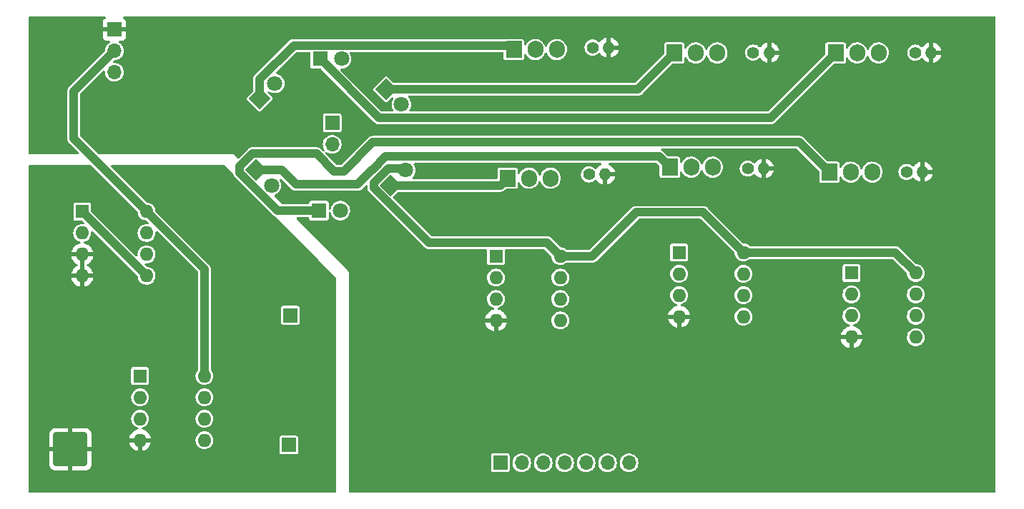
<source format=gbr>
G04 #@! TF.GenerationSoftware,KiCad,Pcbnew,6.0.2-378541a8eb~116~ubuntu20.04.1*
G04 #@! TF.CreationDate,2022-03-04T16:59:05+01:00*
G04 #@! TF.ProjectId,power-ice,706f7765-722d-4696-9365-2e6b69636164,rev?*
G04 #@! TF.SameCoordinates,Original*
G04 #@! TF.FileFunction,Copper,L2,Bot*
G04 #@! TF.FilePolarity,Positive*
%FSLAX46Y46*%
G04 Gerber Fmt 4.6, Leading zero omitted, Abs format (unit mm)*
G04 Created by KiCad (PCBNEW 6.0.2-378541a8eb~116~ubuntu20.04.1) date 2022-03-04 16:59:05*
%MOMM*%
%LPD*%
G01*
G04 APERTURE LIST*
G04 Aperture macros list*
%AMRoundRect*
0 Rectangle with rounded corners*
0 $1 Rounding radius*
0 $2 $3 $4 $5 $6 $7 $8 $9 X,Y pos of 4 corners*
0 Add a 4 corners polygon primitive as box body*
4,1,4,$2,$3,$4,$5,$6,$7,$8,$9,$2,$3,0*
0 Add four circle primitives for the rounded corners*
1,1,$1+$1,$2,$3*
1,1,$1+$1,$4,$5*
1,1,$1+$1,$6,$7*
1,1,$1+$1,$8,$9*
0 Add four rect primitives between the rounded corners*
20,1,$1+$1,$2,$3,$4,$5,0*
20,1,$1+$1,$4,$5,$6,$7,0*
20,1,$1+$1,$6,$7,$8,$9,0*
20,1,$1+$1,$8,$9,$2,$3,0*%
%AMRotRect*
0 Rectangle, with rotation*
0 The origin of the aperture is its center*
0 $1 length*
0 $2 width*
0 $3 Rotation angle, in degrees counterclockwise*
0 Add horizontal line*
21,1,$1,$2,0,0,$3*%
G04 Aperture macros list end*
G04 #@! TA.AperFunction,ComponentPad*
%ADD10R,1.905000X2.000000*%
G04 #@! TD*
G04 #@! TA.AperFunction,ComponentPad*
%ADD11O,1.905000X2.000000*%
G04 #@! TD*
G04 #@! TA.AperFunction,ComponentPad*
%ADD12R,1.700000X1.700000*%
G04 #@! TD*
G04 #@! TA.AperFunction,ComponentPad*
%ADD13R,1.600000X1.600000*%
G04 #@! TD*
G04 #@! TA.AperFunction,ComponentPad*
%ADD14O,1.600000X1.600000*%
G04 #@! TD*
G04 #@! TA.AperFunction,ComponentPad*
%ADD15C,1.400000*%
G04 #@! TD*
G04 #@! TA.AperFunction,ComponentPad*
%ADD16O,1.400000X1.400000*%
G04 #@! TD*
G04 #@! TA.AperFunction,ComponentPad*
%ADD17RotRect,1.800000X1.800000X45.000000*%
G04 #@! TD*
G04 #@! TA.AperFunction,ComponentPad*
%ADD18C,1.800000*%
G04 #@! TD*
G04 #@! TA.AperFunction,ComponentPad*
%ADD19O,1.700000X1.700000*%
G04 #@! TD*
G04 #@! TA.AperFunction,ComponentPad*
%ADD20RotRect,1.800000X1.800000X315.000000*%
G04 #@! TD*
G04 #@! TA.AperFunction,ComponentPad*
%ADD21R,1.800000X1.800000*%
G04 #@! TD*
G04 #@! TA.AperFunction,ComponentPad*
%ADD22RoundRect,0.250000X-1.750000X-1.750000X1.750000X-1.750000X1.750000X1.750000X-1.750000X1.750000X0*%
G04 #@! TD*
G04 #@! TA.AperFunction,ViaPad*
%ADD23C,1.500000*%
G04 #@! TD*
G04 #@! TA.AperFunction,Conductor*
%ADD24C,1.000000*%
G04 #@! TD*
G04 APERTURE END LIST*
D10*
X165700000Y-30600000D03*
D11*
X168240000Y-30600000D03*
X170780000Y-30600000D03*
D12*
X120250000Y-61700000D03*
D13*
X95600000Y-49400000D03*
D14*
X95600000Y-51940000D03*
X95600000Y-54480000D03*
X95600000Y-57020000D03*
X103220000Y-57020000D03*
X103220000Y-54480000D03*
X103220000Y-51940000D03*
X103220000Y-49400000D03*
D15*
X155600000Y-45000000D03*
D16*
X157500000Y-45000000D03*
D17*
X132103949Y-46296051D03*
D18*
X133900000Y-44500000D03*
D15*
X175035000Y-30555000D03*
D16*
X176935000Y-30555000D03*
D13*
X166267500Y-54260000D03*
D14*
X166267500Y-56800000D03*
X166267500Y-59340000D03*
X166267500Y-61880000D03*
X173887500Y-61880000D03*
X173887500Y-59340000D03*
X173887500Y-56800000D03*
X173887500Y-54260000D03*
D12*
X99400000Y-27800000D03*
D19*
X99400000Y-30340000D03*
X99400000Y-32880000D03*
D12*
X145100000Y-79200000D03*
D19*
X147640000Y-79200000D03*
X150180000Y-79200000D03*
X152720000Y-79200000D03*
X155260000Y-79200000D03*
X157800000Y-79200000D03*
X160340000Y-79200000D03*
D13*
X102450000Y-68900000D03*
D14*
X102450000Y-71440000D03*
X102450000Y-73980000D03*
X102450000Y-76520000D03*
X110070000Y-76520000D03*
X110070000Y-73980000D03*
X110070000Y-71440000D03*
X110070000Y-68900000D03*
D10*
X165160000Y-44145000D03*
D11*
X167700000Y-44145000D03*
X170240000Y-44145000D03*
D13*
X144587500Y-54700000D03*
D14*
X144587500Y-57240000D03*
X144587500Y-59780000D03*
X144587500Y-62320000D03*
X152207500Y-62320000D03*
X152207500Y-59780000D03*
X152207500Y-57240000D03*
X152207500Y-54700000D03*
D20*
X116203949Y-44503949D03*
D18*
X118000000Y-46300000D03*
D10*
X145960000Y-45445000D03*
D11*
X148500000Y-45445000D03*
X151040000Y-45445000D03*
D21*
X123625000Y-49300000D03*
D18*
X126165000Y-49300000D03*
D15*
X174395000Y-44300000D03*
D16*
X176295000Y-44300000D03*
D10*
X146700000Y-30200000D03*
D11*
X149240000Y-30200000D03*
X151780000Y-30200000D03*
D13*
X186687500Y-56700000D03*
D14*
X186687500Y-59240000D03*
X186687500Y-61780000D03*
X186687500Y-64320000D03*
X194307500Y-64320000D03*
X194307500Y-61780000D03*
X194307500Y-59240000D03*
X194307500Y-56700000D03*
D20*
X131600000Y-34900000D03*
D18*
X133396051Y-36696051D03*
D22*
X94200000Y-77600000D03*
D17*
X116600000Y-36000000D03*
D18*
X118396051Y-34203949D03*
D12*
X120050000Y-77100000D03*
D10*
X184060000Y-44745000D03*
D11*
X186600000Y-44745000D03*
X189140000Y-44745000D03*
D15*
X194240000Y-30555000D03*
D16*
X196140000Y-30555000D03*
D12*
X125200000Y-38900000D03*
D19*
X125200000Y-41440000D03*
D21*
X123760000Y-31300000D03*
D18*
X126300000Y-31300000D03*
D10*
X184800000Y-30600000D03*
D11*
X187340000Y-30600000D03*
X189880000Y-30600000D03*
D15*
X193200000Y-44700000D03*
D16*
X195100000Y-44700000D03*
D15*
X156035000Y-29955000D03*
D16*
X157935000Y-29955000D03*
D23*
X199900000Y-46200000D03*
X199000000Y-74000000D03*
X199200000Y-49300000D03*
X196000000Y-77000000D03*
X101600000Y-65200000D03*
X114300000Y-68300000D03*
X117700000Y-58300000D03*
D24*
X145108949Y-46296051D02*
X145960000Y-45445000D01*
X132103949Y-46296051D02*
X145108949Y-46296051D01*
X146200489Y-29700489D02*
X120637460Y-29700489D01*
X146700000Y-30200000D02*
X146200489Y-29700489D01*
X120637460Y-29700489D02*
X116600000Y-33737949D01*
X116600000Y-33737949D02*
X116600000Y-36000000D01*
X114231637Y-44068363D02*
X115768363Y-42531637D01*
X123625000Y-49300000D02*
X118737938Y-49300000D01*
X114231637Y-44793699D02*
X114231637Y-44068363D01*
X118737938Y-49300000D02*
X114231637Y-44793699D01*
X126600000Y-44600000D02*
X130000000Y-41200000D01*
X125400000Y-44600000D02*
X126600000Y-44600000D01*
X180515000Y-41200000D02*
X184060000Y-44745000D01*
X115768363Y-42531637D02*
X123331637Y-42531637D01*
X123331637Y-42531637D02*
X125400000Y-44600000D01*
X130000000Y-41200000D02*
X180515000Y-41200000D01*
X133723739Y-44323739D02*
X131814199Y-44323739D01*
X169127500Y-49500000D02*
X173887500Y-54260000D01*
X131814199Y-44323739D02*
X130131637Y-46006301D01*
X130131637Y-46585801D02*
X136645836Y-53100000D01*
X130131637Y-46006301D02*
X130131637Y-46585801D01*
X161200000Y-49500000D02*
X169127500Y-49500000D01*
X150607500Y-53100000D02*
X152207500Y-54700000D01*
X191867500Y-54260000D02*
X194307500Y-56700000D01*
X173887500Y-54260000D02*
X191867500Y-54260000D01*
X152207500Y-54700000D02*
X156000000Y-54700000D01*
X136645836Y-53100000D02*
X150607500Y-53100000D01*
X156000000Y-54700000D02*
X161200000Y-49500000D01*
X133900000Y-44500000D02*
X133723739Y-44323739D01*
X123760000Y-31300000D02*
X130755562Y-38295562D01*
X177104438Y-38295562D02*
X184800000Y-30600000D01*
X130755562Y-38295562D02*
X177104438Y-38295562D01*
X165160000Y-44145000D02*
X163915489Y-42900489D01*
X129937611Y-44503949D02*
X129896051Y-44503949D01*
X119203949Y-44503949D02*
X116203949Y-44503949D01*
X129896051Y-44503949D02*
X128200000Y-46200000D01*
X131541071Y-42900489D02*
X129937611Y-44503949D01*
X120900000Y-46200000D02*
X119203949Y-44503949D01*
X163915489Y-42900489D02*
X131541071Y-42900489D01*
X128200000Y-46200000D02*
X120900000Y-46200000D01*
X161400000Y-34900000D02*
X165700000Y-30600000D01*
X131600000Y-34900000D02*
X161400000Y-34900000D01*
X94600000Y-35140000D02*
X99400000Y-30340000D01*
X94600000Y-40780000D02*
X94600000Y-35140000D01*
X110070000Y-68900000D02*
X110070000Y-56250000D01*
X103220000Y-49400000D02*
X94600000Y-40780000D01*
X110070000Y-56250000D02*
X103220000Y-49400000D01*
X103220000Y-57020000D02*
X95600000Y-49400000D01*
G04 #@! TA.AperFunction,Conductor*
G36*
X98332353Y-26274002D02*
G01*
X98378846Y-26327658D01*
X98388950Y-26397932D01*
X98359456Y-26462512D01*
X98318913Y-26490713D01*
X98319818Y-26492366D01*
X98296351Y-26505214D01*
X98194276Y-26581715D01*
X98181715Y-26594276D01*
X98105214Y-26696351D01*
X98096676Y-26711946D01*
X98051522Y-26832394D01*
X98047895Y-26847649D01*
X98042369Y-26898514D01*
X98042000Y-26905328D01*
X98042000Y-27527885D01*
X98046475Y-27543124D01*
X98047865Y-27544329D01*
X98055548Y-27546000D01*
X100739884Y-27546000D01*
X100755123Y-27541525D01*
X100756328Y-27540135D01*
X100757999Y-27532452D01*
X100757999Y-26905331D01*
X100757629Y-26898510D01*
X100752105Y-26847648D01*
X100748479Y-26832396D01*
X100703324Y-26711946D01*
X100694786Y-26696351D01*
X100618285Y-26594276D01*
X100605724Y-26581715D01*
X100503649Y-26505214D01*
X100480182Y-26492366D01*
X100481313Y-26490300D01*
X100434773Y-26455339D01*
X100410074Y-26388777D01*
X100425282Y-26319429D01*
X100475569Y-26269311D01*
X100535768Y-26254000D01*
X203620000Y-26254000D01*
X203688121Y-26274002D01*
X203734614Y-26327658D01*
X203746000Y-26380000D01*
X203746000Y-82620000D01*
X203725998Y-82688121D01*
X203672342Y-82734614D01*
X203620000Y-82746000D01*
X127275181Y-82746000D01*
X127207060Y-82725998D01*
X127160567Y-82672342D01*
X127149181Y-82619754D01*
X127157569Y-78324933D01*
X143995500Y-78324933D01*
X143995501Y-80075066D01*
X144010266Y-80149301D01*
X144017161Y-80159620D01*
X144017162Y-80159622D01*
X144057516Y-80220015D01*
X144066516Y-80233484D01*
X144150699Y-80289734D01*
X144224933Y-80304500D01*
X145099858Y-80304500D01*
X145975066Y-80304499D01*
X146010818Y-80297388D01*
X146037126Y-80292156D01*
X146037128Y-80292155D01*
X146049301Y-80289734D01*
X146059621Y-80282839D01*
X146059622Y-80282838D01*
X146123168Y-80240377D01*
X146133484Y-80233484D01*
X146189734Y-80149301D01*
X146204500Y-80075067D01*
X146204499Y-79170964D01*
X146531148Y-79170964D01*
X146544424Y-79373522D01*
X146545845Y-79379118D01*
X146545846Y-79379123D01*
X146567508Y-79464414D01*
X146594392Y-79570269D01*
X146596809Y-79575512D01*
X146634010Y-79656208D01*
X146679377Y-79754616D01*
X146682710Y-79759332D01*
X146749968Y-79854500D01*
X146796533Y-79920389D01*
X146941938Y-80062035D01*
X147110720Y-80174812D01*
X147116023Y-80177090D01*
X147116026Y-80177092D01*
X147247283Y-80233484D01*
X147297228Y-80254942D01*
X147370244Y-80271464D01*
X147489579Y-80298467D01*
X147489584Y-80298468D01*
X147495216Y-80299742D01*
X147500987Y-80299969D01*
X147500989Y-80299969D01*
X147560756Y-80302317D01*
X147698053Y-80307712D01*
X147805348Y-80292155D01*
X147893231Y-80279413D01*
X147893236Y-80279412D01*
X147898945Y-80278584D01*
X147904409Y-80276729D01*
X147904414Y-80276728D01*
X148085693Y-80215192D01*
X148085698Y-80215190D01*
X148091165Y-80213334D01*
X148268276Y-80114147D01*
X148307969Y-80081135D01*
X148419913Y-79988031D01*
X148424345Y-79984345D01*
X148554147Y-79828276D01*
X148653334Y-79651165D01*
X148655190Y-79645698D01*
X148655192Y-79645693D01*
X148716728Y-79464414D01*
X148716729Y-79464409D01*
X148718584Y-79458945D01*
X148719412Y-79453236D01*
X148719413Y-79453231D01*
X148747179Y-79261727D01*
X148747712Y-79258053D01*
X148749232Y-79200000D01*
X148746564Y-79170964D01*
X149071148Y-79170964D01*
X149084424Y-79373522D01*
X149085845Y-79379118D01*
X149085846Y-79379123D01*
X149107508Y-79464414D01*
X149134392Y-79570269D01*
X149136809Y-79575512D01*
X149174010Y-79656208D01*
X149219377Y-79754616D01*
X149222710Y-79759332D01*
X149289968Y-79854500D01*
X149336533Y-79920389D01*
X149481938Y-80062035D01*
X149650720Y-80174812D01*
X149656023Y-80177090D01*
X149656026Y-80177092D01*
X149787283Y-80233484D01*
X149837228Y-80254942D01*
X149910244Y-80271464D01*
X150029579Y-80298467D01*
X150029584Y-80298468D01*
X150035216Y-80299742D01*
X150040987Y-80299969D01*
X150040989Y-80299969D01*
X150100756Y-80302317D01*
X150238053Y-80307712D01*
X150345348Y-80292155D01*
X150433231Y-80279413D01*
X150433236Y-80279412D01*
X150438945Y-80278584D01*
X150444409Y-80276729D01*
X150444414Y-80276728D01*
X150625693Y-80215192D01*
X150625698Y-80215190D01*
X150631165Y-80213334D01*
X150808276Y-80114147D01*
X150847969Y-80081135D01*
X150959913Y-79988031D01*
X150964345Y-79984345D01*
X151094147Y-79828276D01*
X151193334Y-79651165D01*
X151195190Y-79645698D01*
X151195192Y-79645693D01*
X151256728Y-79464414D01*
X151256729Y-79464409D01*
X151258584Y-79458945D01*
X151259412Y-79453236D01*
X151259413Y-79453231D01*
X151287179Y-79261727D01*
X151287712Y-79258053D01*
X151289232Y-79200000D01*
X151286564Y-79170964D01*
X151611148Y-79170964D01*
X151624424Y-79373522D01*
X151625845Y-79379118D01*
X151625846Y-79379123D01*
X151647508Y-79464414D01*
X151674392Y-79570269D01*
X151676809Y-79575512D01*
X151714010Y-79656208D01*
X151759377Y-79754616D01*
X151762710Y-79759332D01*
X151829968Y-79854500D01*
X151876533Y-79920389D01*
X152021938Y-80062035D01*
X152190720Y-80174812D01*
X152196023Y-80177090D01*
X152196026Y-80177092D01*
X152327283Y-80233484D01*
X152377228Y-80254942D01*
X152450244Y-80271464D01*
X152569579Y-80298467D01*
X152569584Y-80298468D01*
X152575216Y-80299742D01*
X152580987Y-80299969D01*
X152580989Y-80299969D01*
X152640756Y-80302317D01*
X152778053Y-80307712D01*
X152885348Y-80292155D01*
X152973231Y-80279413D01*
X152973236Y-80279412D01*
X152978945Y-80278584D01*
X152984409Y-80276729D01*
X152984414Y-80276728D01*
X153165693Y-80215192D01*
X153165698Y-80215190D01*
X153171165Y-80213334D01*
X153348276Y-80114147D01*
X153387969Y-80081135D01*
X153499913Y-79988031D01*
X153504345Y-79984345D01*
X153634147Y-79828276D01*
X153733334Y-79651165D01*
X153735190Y-79645698D01*
X153735192Y-79645693D01*
X153796728Y-79464414D01*
X153796729Y-79464409D01*
X153798584Y-79458945D01*
X153799412Y-79453236D01*
X153799413Y-79453231D01*
X153827179Y-79261727D01*
X153827712Y-79258053D01*
X153829232Y-79200000D01*
X153826564Y-79170964D01*
X154151148Y-79170964D01*
X154164424Y-79373522D01*
X154165845Y-79379118D01*
X154165846Y-79379123D01*
X154187508Y-79464414D01*
X154214392Y-79570269D01*
X154216809Y-79575512D01*
X154254010Y-79656208D01*
X154299377Y-79754616D01*
X154302710Y-79759332D01*
X154369968Y-79854500D01*
X154416533Y-79920389D01*
X154561938Y-80062035D01*
X154730720Y-80174812D01*
X154736023Y-80177090D01*
X154736026Y-80177092D01*
X154867283Y-80233484D01*
X154917228Y-80254942D01*
X154990244Y-80271464D01*
X155109579Y-80298467D01*
X155109584Y-80298468D01*
X155115216Y-80299742D01*
X155120987Y-80299969D01*
X155120989Y-80299969D01*
X155180756Y-80302317D01*
X155318053Y-80307712D01*
X155425348Y-80292155D01*
X155513231Y-80279413D01*
X155513236Y-80279412D01*
X155518945Y-80278584D01*
X155524409Y-80276729D01*
X155524414Y-80276728D01*
X155705693Y-80215192D01*
X155705698Y-80215190D01*
X155711165Y-80213334D01*
X155888276Y-80114147D01*
X155927969Y-80081135D01*
X156039913Y-79988031D01*
X156044345Y-79984345D01*
X156174147Y-79828276D01*
X156273334Y-79651165D01*
X156275190Y-79645698D01*
X156275192Y-79645693D01*
X156336728Y-79464414D01*
X156336729Y-79464409D01*
X156338584Y-79458945D01*
X156339412Y-79453236D01*
X156339413Y-79453231D01*
X156367179Y-79261727D01*
X156367712Y-79258053D01*
X156369232Y-79200000D01*
X156366564Y-79170964D01*
X156691148Y-79170964D01*
X156704424Y-79373522D01*
X156705845Y-79379118D01*
X156705846Y-79379123D01*
X156727508Y-79464414D01*
X156754392Y-79570269D01*
X156756809Y-79575512D01*
X156794010Y-79656208D01*
X156839377Y-79754616D01*
X156842710Y-79759332D01*
X156909968Y-79854500D01*
X156956533Y-79920389D01*
X157101938Y-80062035D01*
X157270720Y-80174812D01*
X157276023Y-80177090D01*
X157276026Y-80177092D01*
X157407283Y-80233484D01*
X157457228Y-80254942D01*
X157530244Y-80271464D01*
X157649579Y-80298467D01*
X157649584Y-80298468D01*
X157655216Y-80299742D01*
X157660987Y-80299969D01*
X157660989Y-80299969D01*
X157720756Y-80302317D01*
X157858053Y-80307712D01*
X157965348Y-80292155D01*
X158053231Y-80279413D01*
X158053236Y-80279412D01*
X158058945Y-80278584D01*
X158064409Y-80276729D01*
X158064414Y-80276728D01*
X158245693Y-80215192D01*
X158245698Y-80215190D01*
X158251165Y-80213334D01*
X158428276Y-80114147D01*
X158467969Y-80081135D01*
X158579913Y-79988031D01*
X158584345Y-79984345D01*
X158714147Y-79828276D01*
X158813334Y-79651165D01*
X158815190Y-79645698D01*
X158815192Y-79645693D01*
X158876728Y-79464414D01*
X158876729Y-79464409D01*
X158878584Y-79458945D01*
X158879412Y-79453236D01*
X158879413Y-79453231D01*
X158907179Y-79261727D01*
X158907712Y-79258053D01*
X158909232Y-79200000D01*
X158906564Y-79170964D01*
X159231148Y-79170964D01*
X159244424Y-79373522D01*
X159245845Y-79379118D01*
X159245846Y-79379123D01*
X159267508Y-79464414D01*
X159294392Y-79570269D01*
X159296809Y-79575512D01*
X159334010Y-79656208D01*
X159379377Y-79754616D01*
X159382710Y-79759332D01*
X159449968Y-79854500D01*
X159496533Y-79920389D01*
X159641938Y-80062035D01*
X159810720Y-80174812D01*
X159816023Y-80177090D01*
X159816026Y-80177092D01*
X159947283Y-80233484D01*
X159997228Y-80254942D01*
X160070244Y-80271464D01*
X160189579Y-80298467D01*
X160189584Y-80298468D01*
X160195216Y-80299742D01*
X160200987Y-80299969D01*
X160200989Y-80299969D01*
X160260756Y-80302317D01*
X160398053Y-80307712D01*
X160505348Y-80292155D01*
X160593231Y-80279413D01*
X160593236Y-80279412D01*
X160598945Y-80278584D01*
X160604409Y-80276729D01*
X160604414Y-80276728D01*
X160785693Y-80215192D01*
X160785698Y-80215190D01*
X160791165Y-80213334D01*
X160968276Y-80114147D01*
X161007969Y-80081135D01*
X161119913Y-79988031D01*
X161124345Y-79984345D01*
X161254147Y-79828276D01*
X161353334Y-79651165D01*
X161355190Y-79645698D01*
X161355192Y-79645693D01*
X161416728Y-79464414D01*
X161416729Y-79464409D01*
X161418584Y-79458945D01*
X161419412Y-79453236D01*
X161419413Y-79453231D01*
X161447179Y-79261727D01*
X161447712Y-79258053D01*
X161449232Y-79200000D01*
X161430658Y-78997859D01*
X161429090Y-78992299D01*
X161377125Y-78808046D01*
X161377124Y-78808044D01*
X161375557Y-78802487D01*
X161364978Y-78781033D01*
X161288331Y-78625609D01*
X161285776Y-78620428D01*
X161164320Y-78457779D01*
X161015258Y-78319987D01*
X161010375Y-78316906D01*
X161010371Y-78316903D01*
X160848464Y-78214748D01*
X160843581Y-78211667D01*
X160655039Y-78136446D01*
X160649379Y-78135320D01*
X160649375Y-78135319D01*
X160461613Y-78097971D01*
X160461610Y-78097971D01*
X160455946Y-78096844D01*
X160450171Y-78096768D01*
X160450167Y-78096768D01*
X160348793Y-78095441D01*
X160252971Y-78094187D01*
X160247274Y-78095166D01*
X160247273Y-78095166D01*
X160159397Y-78110266D01*
X160052910Y-78128564D01*
X159862463Y-78198824D01*
X159688010Y-78302612D01*
X159683670Y-78306418D01*
X159683666Y-78306421D01*
X159539733Y-78432648D01*
X159535392Y-78436455D01*
X159409720Y-78595869D01*
X159407031Y-78600980D01*
X159407029Y-78600983D01*
X159394073Y-78625609D01*
X159315203Y-78775515D01*
X159255007Y-78969378D01*
X159231148Y-79170964D01*
X158906564Y-79170964D01*
X158890658Y-78997859D01*
X158889090Y-78992299D01*
X158837125Y-78808046D01*
X158837124Y-78808044D01*
X158835557Y-78802487D01*
X158824978Y-78781033D01*
X158748331Y-78625609D01*
X158745776Y-78620428D01*
X158624320Y-78457779D01*
X158475258Y-78319987D01*
X158470375Y-78316906D01*
X158470371Y-78316903D01*
X158308464Y-78214748D01*
X158303581Y-78211667D01*
X158115039Y-78136446D01*
X158109379Y-78135320D01*
X158109375Y-78135319D01*
X157921613Y-78097971D01*
X157921610Y-78097971D01*
X157915946Y-78096844D01*
X157910171Y-78096768D01*
X157910167Y-78096768D01*
X157808793Y-78095441D01*
X157712971Y-78094187D01*
X157707274Y-78095166D01*
X157707273Y-78095166D01*
X157619397Y-78110266D01*
X157512910Y-78128564D01*
X157322463Y-78198824D01*
X157148010Y-78302612D01*
X157143670Y-78306418D01*
X157143666Y-78306421D01*
X156999733Y-78432648D01*
X156995392Y-78436455D01*
X156869720Y-78595869D01*
X156867031Y-78600980D01*
X156867029Y-78600983D01*
X156854073Y-78625609D01*
X156775203Y-78775515D01*
X156715007Y-78969378D01*
X156691148Y-79170964D01*
X156366564Y-79170964D01*
X156350658Y-78997859D01*
X156349090Y-78992299D01*
X156297125Y-78808046D01*
X156297124Y-78808044D01*
X156295557Y-78802487D01*
X156284978Y-78781033D01*
X156208331Y-78625609D01*
X156205776Y-78620428D01*
X156084320Y-78457779D01*
X155935258Y-78319987D01*
X155930375Y-78316906D01*
X155930371Y-78316903D01*
X155768464Y-78214748D01*
X155763581Y-78211667D01*
X155575039Y-78136446D01*
X155569379Y-78135320D01*
X155569375Y-78135319D01*
X155381613Y-78097971D01*
X155381610Y-78097971D01*
X155375946Y-78096844D01*
X155370171Y-78096768D01*
X155370167Y-78096768D01*
X155268793Y-78095441D01*
X155172971Y-78094187D01*
X155167274Y-78095166D01*
X155167273Y-78095166D01*
X155079397Y-78110266D01*
X154972910Y-78128564D01*
X154782463Y-78198824D01*
X154608010Y-78302612D01*
X154603670Y-78306418D01*
X154603666Y-78306421D01*
X154459733Y-78432648D01*
X154455392Y-78436455D01*
X154329720Y-78595869D01*
X154327031Y-78600980D01*
X154327029Y-78600983D01*
X154314073Y-78625609D01*
X154235203Y-78775515D01*
X154175007Y-78969378D01*
X154151148Y-79170964D01*
X153826564Y-79170964D01*
X153810658Y-78997859D01*
X153809090Y-78992299D01*
X153757125Y-78808046D01*
X153757124Y-78808044D01*
X153755557Y-78802487D01*
X153744978Y-78781033D01*
X153668331Y-78625609D01*
X153665776Y-78620428D01*
X153544320Y-78457779D01*
X153395258Y-78319987D01*
X153390375Y-78316906D01*
X153390371Y-78316903D01*
X153228464Y-78214748D01*
X153223581Y-78211667D01*
X153035039Y-78136446D01*
X153029379Y-78135320D01*
X153029375Y-78135319D01*
X152841613Y-78097971D01*
X152841610Y-78097971D01*
X152835946Y-78096844D01*
X152830171Y-78096768D01*
X152830167Y-78096768D01*
X152728793Y-78095441D01*
X152632971Y-78094187D01*
X152627274Y-78095166D01*
X152627273Y-78095166D01*
X152539397Y-78110266D01*
X152432910Y-78128564D01*
X152242463Y-78198824D01*
X152068010Y-78302612D01*
X152063670Y-78306418D01*
X152063666Y-78306421D01*
X151919733Y-78432648D01*
X151915392Y-78436455D01*
X151789720Y-78595869D01*
X151787031Y-78600980D01*
X151787029Y-78600983D01*
X151774073Y-78625609D01*
X151695203Y-78775515D01*
X151635007Y-78969378D01*
X151611148Y-79170964D01*
X151286564Y-79170964D01*
X151270658Y-78997859D01*
X151269090Y-78992299D01*
X151217125Y-78808046D01*
X151217124Y-78808044D01*
X151215557Y-78802487D01*
X151204978Y-78781033D01*
X151128331Y-78625609D01*
X151125776Y-78620428D01*
X151004320Y-78457779D01*
X150855258Y-78319987D01*
X150850375Y-78316906D01*
X150850371Y-78316903D01*
X150688464Y-78214748D01*
X150683581Y-78211667D01*
X150495039Y-78136446D01*
X150489379Y-78135320D01*
X150489375Y-78135319D01*
X150301613Y-78097971D01*
X150301610Y-78097971D01*
X150295946Y-78096844D01*
X150290171Y-78096768D01*
X150290167Y-78096768D01*
X150188793Y-78095441D01*
X150092971Y-78094187D01*
X150087274Y-78095166D01*
X150087273Y-78095166D01*
X149999397Y-78110266D01*
X149892910Y-78128564D01*
X149702463Y-78198824D01*
X149528010Y-78302612D01*
X149523670Y-78306418D01*
X149523666Y-78306421D01*
X149379733Y-78432648D01*
X149375392Y-78436455D01*
X149249720Y-78595869D01*
X149247031Y-78600980D01*
X149247029Y-78600983D01*
X149234073Y-78625609D01*
X149155203Y-78775515D01*
X149095007Y-78969378D01*
X149071148Y-79170964D01*
X148746564Y-79170964D01*
X148730658Y-78997859D01*
X148729090Y-78992299D01*
X148677125Y-78808046D01*
X148677124Y-78808044D01*
X148675557Y-78802487D01*
X148664978Y-78781033D01*
X148588331Y-78625609D01*
X148585776Y-78620428D01*
X148464320Y-78457779D01*
X148315258Y-78319987D01*
X148310375Y-78316906D01*
X148310371Y-78316903D01*
X148148464Y-78214748D01*
X148143581Y-78211667D01*
X147955039Y-78136446D01*
X147949379Y-78135320D01*
X147949375Y-78135319D01*
X147761613Y-78097971D01*
X147761610Y-78097971D01*
X147755946Y-78096844D01*
X147750171Y-78096768D01*
X147750167Y-78096768D01*
X147648793Y-78095441D01*
X147552971Y-78094187D01*
X147547274Y-78095166D01*
X147547273Y-78095166D01*
X147459397Y-78110266D01*
X147352910Y-78128564D01*
X147162463Y-78198824D01*
X146988010Y-78302612D01*
X146983670Y-78306418D01*
X146983666Y-78306421D01*
X146839733Y-78432648D01*
X146835392Y-78436455D01*
X146709720Y-78595869D01*
X146707031Y-78600980D01*
X146707029Y-78600983D01*
X146694073Y-78625609D01*
X146615203Y-78775515D01*
X146555007Y-78969378D01*
X146531148Y-79170964D01*
X146204499Y-79170964D01*
X146204499Y-78324934D01*
X146189734Y-78250699D01*
X146163654Y-78211667D01*
X146140377Y-78176832D01*
X146133484Y-78166516D01*
X146049301Y-78110266D01*
X145975067Y-78095500D01*
X145100142Y-78095500D01*
X144224934Y-78095501D01*
X144189182Y-78102612D01*
X144162874Y-78107844D01*
X144162872Y-78107845D01*
X144150699Y-78110266D01*
X144140379Y-78117161D01*
X144140378Y-78117162D01*
X144079985Y-78157516D01*
X144066516Y-78166516D01*
X144010266Y-78250699D01*
X143995500Y-78324933D01*
X127157569Y-78324933D01*
X127184402Y-64586522D01*
X185404773Y-64586522D01*
X185452264Y-64763761D01*
X185456010Y-64774053D01*
X185548086Y-64971511D01*
X185553569Y-64981007D01*
X185678528Y-65159467D01*
X185685584Y-65167875D01*
X185839625Y-65321916D01*
X185848033Y-65328972D01*
X186026493Y-65453931D01*
X186035989Y-65459414D01*
X186233447Y-65551490D01*
X186243739Y-65555236D01*
X186416003Y-65601394D01*
X186430099Y-65601058D01*
X186433500Y-65593116D01*
X186433500Y-65587967D01*
X186941500Y-65587967D01*
X186945473Y-65601498D01*
X186954022Y-65602727D01*
X187131261Y-65555236D01*
X187141553Y-65551490D01*
X187339011Y-65459414D01*
X187348507Y-65453931D01*
X187526967Y-65328972D01*
X187535375Y-65321916D01*
X187689416Y-65167875D01*
X187696472Y-65159467D01*
X187821431Y-64981007D01*
X187826914Y-64971511D01*
X187918990Y-64774053D01*
X187922736Y-64763761D01*
X187968894Y-64591497D01*
X187968558Y-64577401D01*
X187960616Y-64574000D01*
X186959615Y-64574000D01*
X186944376Y-64578475D01*
X186943171Y-64579865D01*
X186941500Y-64587548D01*
X186941500Y-65587967D01*
X186433500Y-65587967D01*
X186433500Y-64592115D01*
X186429025Y-64576876D01*
X186427635Y-64575671D01*
X186419952Y-64574000D01*
X185419533Y-64574000D01*
X185406002Y-64577973D01*
X185404773Y-64586522D01*
X127184402Y-64586522D01*
X127184952Y-64305206D01*
X193248001Y-64305206D01*
X193265306Y-64511278D01*
X193322307Y-64710066D01*
X193325125Y-64715548D01*
X193325126Y-64715552D01*
X193414014Y-64888509D01*
X193414017Y-64888513D01*
X193416834Y-64893995D01*
X193545286Y-65056061D01*
X193702771Y-65190091D01*
X193883289Y-65290980D01*
X194079966Y-65354884D01*
X194285309Y-65379370D01*
X194291444Y-65378898D01*
X194291446Y-65378898D01*
X194485356Y-65363977D01*
X194485360Y-65363976D01*
X194491498Y-65363504D01*
X194690678Y-65307892D01*
X194696182Y-65305112D01*
X194696184Y-65305111D01*
X194869762Y-65217431D01*
X194869764Y-65217430D01*
X194875263Y-65214652D01*
X195038222Y-65087334D01*
X195042248Y-65082670D01*
X195042251Y-65082667D01*
X195169319Y-64935457D01*
X195169320Y-64935455D01*
X195173348Y-64930789D01*
X195275495Y-64750979D01*
X195315824Y-64629745D01*
X195338825Y-64560601D01*
X195338826Y-64560598D01*
X195340770Y-64554753D01*
X195366689Y-64349586D01*
X195367102Y-64320000D01*
X195346922Y-64114189D01*
X195287151Y-63916217D01*
X195190065Y-63733625D01*
X195186174Y-63728855D01*
X195186172Y-63728851D01*
X195063258Y-63578143D01*
X195063255Y-63578140D01*
X195059363Y-63573368D01*
X195052466Y-63567662D01*
X194904771Y-63445478D01*
X194904766Y-63445475D01*
X194900022Y-63441550D01*
X194894603Y-63438620D01*
X194894600Y-63438618D01*
X194723532Y-63346122D01*
X194723527Y-63346120D01*
X194718112Y-63343192D01*
X194520563Y-63282040D01*
X194514438Y-63281396D01*
X194514437Y-63281396D01*
X194321026Y-63261068D01*
X194321024Y-63261068D01*
X194314897Y-63260424D01*
X194188729Y-63271906D01*
X194115091Y-63278607D01*
X194115090Y-63278607D01*
X194108950Y-63279166D01*
X193910566Y-63337554D01*
X193905101Y-63340411D01*
X193732761Y-63430508D01*
X193732757Y-63430511D01*
X193727301Y-63433363D01*
X193566135Y-63562943D01*
X193433208Y-63721360D01*
X193333582Y-63902578D01*
X193271053Y-64099696D01*
X193270367Y-64105813D01*
X193270366Y-64105817D01*
X193252005Y-64269508D01*
X193248001Y-64305206D01*
X127184952Y-64305206D01*
X127185453Y-64048503D01*
X185406106Y-64048503D01*
X185406442Y-64062599D01*
X185414384Y-64066000D01*
X187955467Y-64066000D01*
X187968998Y-64062027D01*
X187970227Y-64053478D01*
X187922736Y-63876239D01*
X187918990Y-63865947D01*
X187826914Y-63668489D01*
X187821431Y-63658993D01*
X187696472Y-63480533D01*
X187689416Y-63472125D01*
X187535375Y-63318084D01*
X187526967Y-63311028D01*
X187348507Y-63186069D01*
X187339011Y-63180586D01*
X187141553Y-63088510D01*
X187131261Y-63084764D01*
X186966103Y-63040510D01*
X186905480Y-63003558D01*
X186874459Y-62939697D01*
X186882887Y-62869203D01*
X186928090Y-62814456D01*
X186964823Y-62797447D01*
X187070678Y-62767892D01*
X187076182Y-62765112D01*
X187076184Y-62765111D01*
X187249762Y-62677431D01*
X187249764Y-62677430D01*
X187255263Y-62674652D01*
X187418222Y-62547334D01*
X187422248Y-62542670D01*
X187422251Y-62542667D01*
X187549319Y-62395457D01*
X187549320Y-62395455D01*
X187553348Y-62390789D01*
X187655495Y-62210979D01*
X187720770Y-62014753D01*
X187746689Y-61809586D01*
X187747102Y-61780000D01*
X187745651Y-61765206D01*
X193248001Y-61765206D01*
X193249243Y-61780000D01*
X193261178Y-61922116D01*
X193265306Y-61971278D01*
X193322307Y-62170066D01*
X193325125Y-62175548D01*
X193325126Y-62175552D01*
X193414014Y-62348509D01*
X193414017Y-62348513D01*
X193416834Y-62353995D01*
X193545286Y-62516061D01*
X193549979Y-62520055D01*
X193549980Y-62520056D01*
X193628078Y-62586522D01*
X193702771Y-62650091D01*
X193883289Y-62750980D01*
X194079966Y-62814884D01*
X194285309Y-62839370D01*
X194291444Y-62838898D01*
X194291446Y-62838898D01*
X194485356Y-62823977D01*
X194485360Y-62823976D01*
X194491498Y-62823504D01*
X194690678Y-62767892D01*
X194696182Y-62765112D01*
X194696184Y-62765111D01*
X194869762Y-62677431D01*
X194869764Y-62677430D01*
X194875263Y-62674652D01*
X195038222Y-62547334D01*
X195042248Y-62542670D01*
X195042251Y-62542667D01*
X195169319Y-62395457D01*
X195169320Y-62395455D01*
X195173348Y-62390789D01*
X195275495Y-62210979D01*
X195340770Y-62014753D01*
X195366689Y-61809586D01*
X195367102Y-61780000D01*
X195346922Y-61574189D01*
X195287151Y-61376217D01*
X195208603Y-61228489D01*
X195192959Y-61199067D01*
X195192957Y-61199064D01*
X195190065Y-61193625D01*
X195186174Y-61188855D01*
X195186172Y-61188851D01*
X195063258Y-61038143D01*
X195063255Y-61038140D01*
X195059363Y-61033368D01*
X195052466Y-61027662D01*
X194904771Y-60905478D01*
X194904766Y-60905475D01*
X194900022Y-60901550D01*
X194894603Y-60898620D01*
X194894600Y-60898618D01*
X194723532Y-60806122D01*
X194723527Y-60806120D01*
X194718112Y-60803192D01*
X194520563Y-60742040D01*
X194514438Y-60741396D01*
X194514437Y-60741396D01*
X194321026Y-60721068D01*
X194321024Y-60721068D01*
X194314897Y-60720424D01*
X194188729Y-60731906D01*
X194115091Y-60738607D01*
X194115090Y-60738607D01*
X194108950Y-60739166D01*
X193910566Y-60797554D01*
X193905101Y-60800411D01*
X193732761Y-60890508D01*
X193732757Y-60890511D01*
X193727301Y-60893363D01*
X193566135Y-61022943D01*
X193433208Y-61181360D01*
X193333582Y-61362578D01*
X193271053Y-61559696D01*
X193270367Y-61565813D01*
X193270366Y-61565817D01*
X193252919Y-61721360D01*
X193248001Y-61765206D01*
X187745651Y-61765206D01*
X187726922Y-61574189D01*
X187667151Y-61376217D01*
X187588603Y-61228489D01*
X187572959Y-61199067D01*
X187572957Y-61199064D01*
X187570065Y-61193625D01*
X187566174Y-61188855D01*
X187566172Y-61188851D01*
X187443258Y-61038143D01*
X187443255Y-61038140D01*
X187439363Y-61033368D01*
X187432466Y-61027662D01*
X187284771Y-60905478D01*
X187284766Y-60905475D01*
X187280022Y-60901550D01*
X187274603Y-60898620D01*
X187274600Y-60898618D01*
X187103532Y-60806122D01*
X187103527Y-60806120D01*
X187098112Y-60803192D01*
X186900563Y-60742040D01*
X186894438Y-60741396D01*
X186894437Y-60741396D01*
X186701026Y-60721068D01*
X186701024Y-60721068D01*
X186694897Y-60720424D01*
X186568729Y-60731906D01*
X186495091Y-60738607D01*
X186495090Y-60738607D01*
X186488950Y-60739166D01*
X186290566Y-60797554D01*
X186285101Y-60800411D01*
X186112761Y-60890508D01*
X186112757Y-60890511D01*
X186107301Y-60893363D01*
X185946135Y-61022943D01*
X185813208Y-61181360D01*
X185713582Y-61362578D01*
X185651053Y-61559696D01*
X185650367Y-61565813D01*
X185650366Y-61565817D01*
X185632919Y-61721360D01*
X185628001Y-61765206D01*
X185629243Y-61780000D01*
X185641178Y-61922116D01*
X185645306Y-61971278D01*
X185702307Y-62170066D01*
X185705125Y-62175548D01*
X185705126Y-62175552D01*
X185794014Y-62348509D01*
X185794017Y-62348513D01*
X185796834Y-62353995D01*
X185925286Y-62516061D01*
X185929979Y-62520055D01*
X185929980Y-62520056D01*
X186008078Y-62586522D01*
X186082771Y-62650091D01*
X186263289Y-62750980D01*
X186382562Y-62789734D01*
X186412902Y-62799592D01*
X186471508Y-62839665D01*
X186499145Y-62905062D01*
X186487038Y-62975019D01*
X186439032Y-63027325D01*
X186406577Y-63041132D01*
X186243739Y-63084764D01*
X186233447Y-63088510D01*
X186035989Y-63180586D01*
X186026493Y-63186069D01*
X185848033Y-63311028D01*
X185839625Y-63318084D01*
X185685584Y-63472125D01*
X185678528Y-63480533D01*
X185553569Y-63658993D01*
X185548086Y-63668489D01*
X185456010Y-63865947D01*
X185452264Y-63876239D01*
X185406106Y-64048503D01*
X127185453Y-64048503D01*
X127188308Y-62586522D01*
X143304773Y-62586522D01*
X143352264Y-62763761D01*
X143356010Y-62774053D01*
X143448086Y-62971511D01*
X143453569Y-62981007D01*
X143578528Y-63159467D01*
X143585584Y-63167875D01*
X143739625Y-63321916D01*
X143748033Y-63328972D01*
X143926493Y-63453931D01*
X143935989Y-63459414D01*
X144133447Y-63551490D01*
X144143739Y-63555236D01*
X144316003Y-63601394D01*
X144330099Y-63601058D01*
X144333500Y-63593116D01*
X144333500Y-63587967D01*
X144841500Y-63587967D01*
X144845473Y-63601498D01*
X144854022Y-63602727D01*
X145031261Y-63555236D01*
X145041553Y-63551490D01*
X145239011Y-63459414D01*
X145248507Y-63453931D01*
X145426967Y-63328972D01*
X145435375Y-63321916D01*
X145589416Y-63167875D01*
X145596472Y-63159467D01*
X145721431Y-62981007D01*
X145726914Y-62971511D01*
X145818990Y-62774053D01*
X145822736Y-62763761D01*
X145868894Y-62591497D01*
X145868558Y-62577401D01*
X145860616Y-62574000D01*
X144859615Y-62574000D01*
X144844376Y-62578475D01*
X144843171Y-62579865D01*
X144841500Y-62587548D01*
X144841500Y-63587967D01*
X144333500Y-63587967D01*
X144333500Y-62592115D01*
X144329025Y-62576876D01*
X144327635Y-62575671D01*
X144319952Y-62574000D01*
X143319533Y-62574000D01*
X143306002Y-62577973D01*
X143304773Y-62586522D01*
X127188308Y-62586522D01*
X127188858Y-62305206D01*
X151148001Y-62305206D01*
X151165306Y-62511278D01*
X151222307Y-62710066D01*
X151225125Y-62715548D01*
X151225126Y-62715552D01*
X151314014Y-62888509D01*
X151314017Y-62888513D01*
X151316834Y-62893995D01*
X151445286Y-63056061D01*
X151449979Y-63060055D01*
X151449980Y-63060056D01*
X151591603Y-63180586D01*
X151602771Y-63190091D01*
X151783289Y-63290980D01*
X151979966Y-63354884D01*
X152185309Y-63379370D01*
X152191444Y-63378898D01*
X152191446Y-63378898D01*
X152385356Y-63363977D01*
X152385360Y-63363976D01*
X152391498Y-63363504D01*
X152590678Y-63307892D01*
X152596182Y-63305112D01*
X152596184Y-63305111D01*
X152769762Y-63217431D01*
X152769764Y-63217430D01*
X152775263Y-63214652D01*
X152938222Y-63087334D01*
X152942248Y-63082670D01*
X152942251Y-63082667D01*
X153069319Y-62935457D01*
X153069320Y-62935455D01*
X153073348Y-62930789D01*
X153164945Y-62769551D01*
X153172450Y-62756340D01*
X153172452Y-62756336D01*
X153175495Y-62750979D01*
X153221983Y-62611230D01*
X153238825Y-62560601D01*
X153238826Y-62560598D01*
X153240770Y-62554753D01*
X153266689Y-62349586D01*
X153267102Y-62320000D01*
X153250092Y-62146522D01*
X164984773Y-62146522D01*
X165032264Y-62323761D01*
X165036010Y-62334053D01*
X165128086Y-62531511D01*
X165133569Y-62541007D01*
X165258528Y-62719467D01*
X165265584Y-62727875D01*
X165419625Y-62881916D01*
X165428033Y-62888972D01*
X165606493Y-63013931D01*
X165615989Y-63019414D01*
X165813447Y-63111490D01*
X165823739Y-63115236D01*
X165996003Y-63161394D01*
X166010099Y-63161058D01*
X166013500Y-63153116D01*
X166013500Y-63147967D01*
X166521500Y-63147967D01*
X166525473Y-63161498D01*
X166534022Y-63162727D01*
X166711261Y-63115236D01*
X166721553Y-63111490D01*
X166919011Y-63019414D01*
X166928507Y-63013931D01*
X167106967Y-62888972D01*
X167115375Y-62881916D01*
X167269416Y-62727875D01*
X167276472Y-62719467D01*
X167401431Y-62541007D01*
X167406914Y-62531511D01*
X167498990Y-62334053D01*
X167502736Y-62323761D01*
X167548894Y-62151497D01*
X167548558Y-62137401D01*
X167540616Y-62134000D01*
X166539615Y-62134000D01*
X166524376Y-62138475D01*
X166523171Y-62139865D01*
X166521500Y-62147548D01*
X166521500Y-63147967D01*
X166013500Y-63147967D01*
X166013500Y-62152115D01*
X166009025Y-62136876D01*
X166007635Y-62135671D01*
X165999952Y-62134000D01*
X164999533Y-62134000D01*
X164986002Y-62137973D01*
X164984773Y-62146522D01*
X153250092Y-62146522D01*
X153246922Y-62114189D01*
X153187151Y-61916217D01*
X153160028Y-61865206D01*
X172828001Y-61865206D01*
X172845306Y-62071278D01*
X172902307Y-62270066D01*
X172905125Y-62275548D01*
X172905126Y-62275552D01*
X172994014Y-62448509D01*
X172994017Y-62448513D01*
X172996834Y-62453995D01*
X173125286Y-62616061D01*
X173129979Y-62620055D01*
X173129980Y-62620056D01*
X173228779Y-62704140D01*
X173282771Y-62750091D01*
X173463289Y-62850980D01*
X173659966Y-62914884D01*
X173865309Y-62939370D01*
X173871444Y-62938898D01*
X173871446Y-62938898D01*
X174065356Y-62923977D01*
X174065360Y-62923976D01*
X174071498Y-62923504D01*
X174270678Y-62867892D01*
X174276182Y-62865112D01*
X174276184Y-62865111D01*
X174449762Y-62777431D01*
X174449764Y-62777430D01*
X174455263Y-62774652D01*
X174618222Y-62647334D01*
X174622248Y-62642670D01*
X174622251Y-62642667D01*
X174749319Y-62495457D01*
X174749320Y-62495455D01*
X174753348Y-62490789D01*
X174804422Y-62400884D01*
X174852450Y-62316340D01*
X174852452Y-62316336D01*
X174855495Y-62310979D01*
X174904341Y-62164140D01*
X174918825Y-62120601D01*
X174918826Y-62120598D01*
X174920770Y-62114753D01*
X174946689Y-61909586D01*
X174947102Y-61880000D01*
X174926922Y-61674189D01*
X174867151Y-61476217D01*
X174813980Y-61376217D01*
X174772959Y-61299067D01*
X174772957Y-61299064D01*
X174770065Y-61293625D01*
X174766174Y-61288855D01*
X174766172Y-61288851D01*
X174643258Y-61138143D01*
X174643255Y-61138140D01*
X174639363Y-61133368D01*
X174632466Y-61127662D01*
X174484771Y-61005478D01*
X174484766Y-61005475D01*
X174480022Y-61001550D01*
X174474603Y-60998620D01*
X174474600Y-60998618D01*
X174303532Y-60906122D01*
X174303527Y-60906120D01*
X174298112Y-60903192D01*
X174100563Y-60842040D01*
X174094438Y-60841396D01*
X174094437Y-60841396D01*
X173901026Y-60821068D01*
X173901024Y-60821068D01*
X173894897Y-60820424D01*
X173768729Y-60831906D01*
X173695091Y-60838607D01*
X173695090Y-60838607D01*
X173688950Y-60839166D01*
X173490566Y-60897554D01*
X173485101Y-60900411D01*
X173312761Y-60990508D01*
X173312757Y-60990511D01*
X173307301Y-60993363D01*
X173146135Y-61122943D01*
X173013208Y-61281360D01*
X172913582Y-61462578D01*
X172851053Y-61659696D01*
X172850367Y-61665813D01*
X172850366Y-61665817D01*
X172837165Y-61783505D01*
X172828001Y-61865206D01*
X153160028Y-61865206D01*
X153130454Y-61809586D01*
X153092959Y-61739067D01*
X153092957Y-61739064D01*
X153090065Y-61733625D01*
X153086174Y-61728855D01*
X153086172Y-61728851D01*
X152988019Y-61608503D01*
X164986106Y-61608503D01*
X164986442Y-61622599D01*
X164994384Y-61626000D01*
X167535467Y-61626000D01*
X167548998Y-61622027D01*
X167550227Y-61613478D01*
X167502736Y-61436239D01*
X167498990Y-61425947D01*
X167406914Y-61228489D01*
X167401431Y-61218993D01*
X167276472Y-61040533D01*
X167269416Y-61032125D01*
X167115375Y-60878084D01*
X167106967Y-60871028D01*
X166928507Y-60746069D01*
X166919011Y-60740586D01*
X166721553Y-60648510D01*
X166711261Y-60644764D01*
X166546103Y-60600510D01*
X166485480Y-60563558D01*
X166454459Y-60499697D01*
X166462887Y-60429203D01*
X166508090Y-60374456D01*
X166544823Y-60357447D01*
X166650678Y-60327892D01*
X166656182Y-60325112D01*
X166656184Y-60325111D01*
X166829762Y-60237431D01*
X166829764Y-60237430D01*
X166835263Y-60234652D01*
X166998222Y-60107334D01*
X167002248Y-60102670D01*
X167002251Y-60102667D01*
X167129319Y-59955457D01*
X167129320Y-59955455D01*
X167133348Y-59950789D01*
X167184421Y-59860884D01*
X167232450Y-59776340D01*
X167232452Y-59776336D01*
X167235495Y-59770979D01*
X167300770Y-59574753D01*
X167326689Y-59369586D01*
X167327102Y-59340000D01*
X167325651Y-59325206D01*
X172828001Y-59325206D01*
X172845306Y-59531278D01*
X172902307Y-59730066D01*
X172905125Y-59735548D01*
X172905126Y-59735552D01*
X172994014Y-59908509D01*
X172994017Y-59908513D01*
X172996834Y-59913995D01*
X173125286Y-60076061D01*
X173129979Y-60080055D01*
X173129980Y-60080056D01*
X173228779Y-60164140D01*
X173282771Y-60210091D01*
X173463289Y-60310980D01*
X173659966Y-60374884D01*
X173865309Y-60399370D01*
X173871444Y-60398898D01*
X173871446Y-60398898D01*
X174065356Y-60383977D01*
X174065360Y-60383976D01*
X174071498Y-60383504D01*
X174270678Y-60327892D01*
X174276182Y-60325112D01*
X174276184Y-60325111D01*
X174449762Y-60237431D01*
X174449764Y-60237430D01*
X174455263Y-60234652D01*
X174618222Y-60107334D01*
X174622248Y-60102670D01*
X174622251Y-60102667D01*
X174749319Y-59955457D01*
X174749320Y-59955455D01*
X174753348Y-59950789D01*
X174804421Y-59860884D01*
X174852450Y-59776340D01*
X174852452Y-59776336D01*
X174855495Y-59770979D01*
X174920770Y-59574753D01*
X174946689Y-59369586D01*
X174947102Y-59340000D01*
X174935846Y-59225206D01*
X185628001Y-59225206D01*
X185629243Y-59240000D01*
X185641178Y-59382116D01*
X185645306Y-59431278D01*
X185702307Y-59630066D01*
X185705125Y-59635548D01*
X185705126Y-59635552D01*
X185794014Y-59808509D01*
X185794017Y-59808513D01*
X185796834Y-59813995D01*
X185925286Y-59976061D01*
X186082771Y-60110091D01*
X186263289Y-60210980D01*
X186459966Y-60274884D01*
X186665309Y-60299370D01*
X186671444Y-60298898D01*
X186671446Y-60298898D01*
X186865356Y-60283977D01*
X186865360Y-60283976D01*
X186871498Y-60283504D01*
X187070678Y-60227892D01*
X187076182Y-60225112D01*
X187076184Y-60225111D01*
X187249762Y-60137431D01*
X187249764Y-60137430D01*
X187255263Y-60134652D01*
X187418222Y-60007334D01*
X187422248Y-60002670D01*
X187422251Y-60002667D01*
X187549319Y-59855457D01*
X187549320Y-59855455D01*
X187553348Y-59850789D01*
X187655495Y-59670979D01*
X187720770Y-59474753D01*
X187746689Y-59269586D01*
X187747102Y-59240000D01*
X187745651Y-59225206D01*
X193248001Y-59225206D01*
X193249243Y-59240000D01*
X193261178Y-59382116D01*
X193265306Y-59431278D01*
X193322307Y-59630066D01*
X193325125Y-59635548D01*
X193325126Y-59635552D01*
X193414014Y-59808509D01*
X193414017Y-59808513D01*
X193416834Y-59813995D01*
X193545286Y-59976061D01*
X193702771Y-60110091D01*
X193883289Y-60210980D01*
X194079966Y-60274884D01*
X194285309Y-60299370D01*
X194291444Y-60298898D01*
X194291446Y-60298898D01*
X194485356Y-60283977D01*
X194485360Y-60283976D01*
X194491498Y-60283504D01*
X194690678Y-60227892D01*
X194696182Y-60225112D01*
X194696184Y-60225111D01*
X194869762Y-60137431D01*
X194869764Y-60137430D01*
X194875263Y-60134652D01*
X195038222Y-60007334D01*
X195042248Y-60002670D01*
X195042251Y-60002667D01*
X195169319Y-59855457D01*
X195169320Y-59855455D01*
X195173348Y-59850789D01*
X195275495Y-59670979D01*
X195340770Y-59474753D01*
X195366689Y-59269586D01*
X195367102Y-59240000D01*
X195346922Y-59034189D01*
X195287151Y-58836217D01*
X195225583Y-58720424D01*
X195192959Y-58659067D01*
X195192957Y-58659064D01*
X195190065Y-58653625D01*
X195186174Y-58648855D01*
X195186172Y-58648851D01*
X195063258Y-58498143D01*
X195063255Y-58498140D01*
X195059363Y-58493368D01*
X195052466Y-58487662D01*
X194904771Y-58365478D01*
X194904766Y-58365475D01*
X194900022Y-58361550D01*
X194894603Y-58358620D01*
X194894600Y-58358618D01*
X194723532Y-58266122D01*
X194723527Y-58266120D01*
X194718112Y-58263192D01*
X194520563Y-58202040D01*
X194514438Y-58201396D01*
X194514437Y-58201396D01*
X194321026Y-58181068D01*
X194321024Y-58181068D01*
X194314897Y-58180424D01*
X194188729Y-58191906D01*
X194115091Y-58198607D01*
X194115090Y-58198607D01*
X194108950Y-58199166D01*
X193910566Y-58257554D01*
X193905101Y-58260411D01*
X193732761Y-58350508D01*
X193732757Y-58350511D01*
X193727301Y-58353363D01*
X193566135Y-58482943D01*
X193433208Y-58641360D01*
X193333582Y-58822578D01*
X193271053Y-59019696D01*
X193270367Y-59025813D01*
X193270366Y-59025817D01*
X193252919Y-59181360D01*
X193248001Y-59225206D01*
X187745651Y-59225206D01*
X187726922Y-59034189D01*
X187667151Y-58836217D01*
X187605583Y-58720424D01*
X187572959Y-58659067D01*
X187572957Y-58659064D01*
X187570065Y-58653625D01*
X187566174Y-58648855D01*
X187566172Y-58648851D01*
X187443258Y-58498143D01*
X187443255Y-58498140D01*
X187439363Y-58493368D01*
X187432466Y-58487662D01*
X187284771Y-58365478D01*
X187284766Y-58365475D01*
X187280022Y-58361550D01*
X187274603Y-58358620D01*
X187274600Y-58358618D01*
X187103532Y-58266122D01*
X187103527Y-58266120D01*
X187098112Y-58263192D01*
X186900563Y-58202040D01*
X186894438Y-58201396D01*
X186894437Y-58201396D01*
X186701026Y-58181068D01*
X186701024Y-58181068D01*
X186694897Y-58180424D01*
X186568729Y-58191906D01*
X186495091Y-58198607D01*
X186495090Y-58198607D01*
X186488950Y-58199166D01*
X186290566Y-58257554D01*
X186285101Y-58260411D01*
X186112761Y-58350508D01*
X186112757Y-58350511D01*
X186107301Y-58353363D01*
X185946135Y-58482943D01*
X185813208Y-58641360D01*
X185713582Y-58822578D01*
X185651053Y-59019696D01*
X185650367Y-59025813D01*
X185650366Y-59025817D01*
X185632919Y-59181360D01*
X185628001Y-59225206D01*
X174935846Y-59225206D01*
X174926922Y-59134189D01*
X174867151Y-58936217D01*
X174813980Y-58836217D01*
X174772959Y-58759067D01*
X174772957Y-58759064D01*
X174770065Y-58753625D01*
X174766174Y-58748855D01*
X174766172Y-58748851D01*
X174643258Y-58598143D01*
X174643255Y-58598140D01*
X174639363Y-58593368D01*
X174632466Y-58587662D01*
X174484771Y-58465478D01*
X174484766Y-58465475D01*
X174480022Y-58461550D01*
X174474603Y-58458620D01*
X174474600Y-58458618D01*
X174303532Y-58366122D01*
X174303527Y-58366120D01*
X174298112Y-58363192D01*
X174100563Y-58302040D01*
X174094438Y-58301396D01*
X174094437Y-58301396D01*
X173901026Y-58281068D01*
X173901024Y-58281068D01*
X173894897Y-58280424D01*
X173768729Y-58291906D01*
X173695091Y-58298607D01*
X173695090Y-58298607D01*
X173688950Y-58299166D01*
X173490566Y-58357554D01*
X173485101Y-58360411D01*
X173312761Y-58450508D01*
X173312757Y-58450511D01*
X173307301Y-58453363D01*
X173146135Y-58582943D01*
X173013208Y-58741360D01*
X172913582Y-58922578D01*
X172851053Y-59119696D01*
X172850367Y-59125813D01*
X172850366Y-59125817D01*
X172831498Y-59294026D01*
X172828001Y-59325206D01*
X167325651Y-59325206D01*
X167306922Y-59134189D01*
X167247151Y-58936217D01*
X167193980Y-58836217D01*
X167152959Y-58759067D01*
X167152957Y-58759064D01*
X167150065Y-58753625D01*
X167146174Y-58748855D01*
X167146172Y-58748851D01*
X167023258Y-58598143D01*
X167023255Y-58598140D01*
X167019363Y-58593368D01*
X167012466Y-58587662D01*
X166864771Y-58465478D01*
X166864766Y-58465475D01*
X166860022Y-58461550D01*
X166854603Y-58458620D01*
X166854600Y-58458618D01*
X166683532Y-58366122D01*
X166683527Y-58366120D01*
X166678112Y-58363192D01*
X166480563Y-58302040D01*
X166474438Y-58301396D01*
X166474437Y-58301396D01*
X166281026Y-58281068D01*
X166281024Y-58281068D01*
X166274897Y-58280424D01*
X166148729Y-58291906D01*
X166075091Y-58298607D01*
X166075090Y-58298607D01*
X166068950Y-58299166D01*
X165870566Y-58357554D01*
X165865101Y-58360411D01*
X165692761Y-58450508D01*
X165692757Y-58450511D01*
X165687301Y-58453363D01*
X165526135Y-58582943D01*
X165393208Y-58741360D01*
X165293582Y-58922578D01*
X165231053Y-59119696D01*
X165230367Y-59125813D01*
X165230366Y-59125817D01*
X165211498Y-59294026D01*
X165208001Y-59325206D01*
X165225306Y-59531278D01*
X165282307Y-59730066D01*
X165285125Y-59735548D01*
X165285126Y-59735552D01*
X165374014Y-59908509D01*
X165374017Y-59908513D01*
X165376834Y-59913995D01*
X165505286Y-60076061D01*
X165509979Y-60080055D01*
X165509980Y-60080056D01*
X165608779Y-60164140D01*
X165662771Y-60210091D01*
X165843289Y-60310980D01*
X165992902Y-60359592D01*
X166051508Y-60399665D01*
X166079145Y-60465062D01*
X166067038Y-60535019D01*
X166019032Y-60587325D01*
X165986577Y-60601132D01*
X165823739Y-60644764D01*
X165813447Y-60648510D01*
X165615989Y-60740586D01*
X165606493Y-60746069D01*
X165428033Y-60871028D01*
X165419625Y-60878084D01*
X165265584Y-61032125D01*
X165258528Y-61040533D01*
X165133569Y-61218993D01*
X165128086Y-61228489D01*
X165036010Y-61425947D01*
X165032264Y-61436239D01*
X164986106Y-61608503D01*
X152988019Y-61608503D01*
X152963258Y-61578143D01*
X152963255Y-61578140D01*
X152959363Y-61573368D01*
X152952466Y-61567662D01*
X152804771Y-61445478D01*
X152804766Y-61445475D01*
X152800022Y-61441550D01*
X152794603Y-61438620D01*
X152794600Y-61438618D01*
X152623532Y-61346122D01*
X152623527Y-61346120D01*
X152618112Y-61343192D01*
X152420563Y-61282040D01*
X152414438Y-61281396D01*
X152414437Y-61281396D01*
X152221026Y-61261068D01*
X152221024Y-61261068D01*
X152214897Y-61260424D01*
X152088729Y-61271906D01*
X152015091Y-61278607D01*
X152015090Y-61278607D01*
X152008950Y-61279166D01*
X151810566Y-61337554D01*
X151805101Y-61340411D01*
X151632761Y-61430508D01*
X151632757Y-61430511D01*
X151627301Y-61433363D01*
X151466135Y-61562943D01*
X151333208Y-61721360D01*
X151233582Y-61902578D01*
X151171053Y-62099696D01*
X151170367Y-62105813D01*
X151170366Y-62105817D01*
X151162544Y-62175552D01*
X151148001Y-62305206D01*
X127188858Y-62305206D01*
X127189359Y-62048503D01*
X143306106Y-62048503D01*
X143306442Y-62062599D01*
X143314384Y-62066000D01*
X145855467Y-62066000D01*
X145868998Y-62062027D01*
X145870227Y-62053478D01*
X145822736Y-61876239D01*
X145818990Y-61865947D01*
X145726914Y-61668489D01*
X145721431Y-61658993D01*
X145596472Y-61480533D01*
X145589416Y-61472125D01*
X145435375Y-61318084D01*
X145426967Y-61311028D01*
X145248507Y-61186069D01*
X145239011Y-61180586D01*
X145041553Y-61088510D01*
X145031261Y-61084764D01*
X144866103Y-61040510D01*
X144805480Y-61003558D01*
X144774459Y-60939697D01*
X144782887Y-60869203D01*
X144828090Y-60814456D01*
X144864823Y-60797447D01*
X144970678Y-60767892D01*
X144976182Y-60765112D01*
X144976184Y-60765111D01*
X145149762Y-60677431D01*
X145149764Y-60677430D01*
X145155263Y-60674652D01*
X145318222Y-60547334D01*
X145322248Y-60542670D01*
X145322251Y-60542667D01*
X145449319Y-60395457D01*
X145449320Y-60395455D01*
X145453348Y-60390789D01*
X145555495Y-60210979D01*
X145620770Y-60014753D01*
X145646689Y-59809586D01*
X145647102Y-59780000D01*
X145645651Y-59765206D01*
X151148001Y-59765206D01*
X151165306Y-59971278D01*
X151222307Y-60170066D01*
X151225125Y-60175548D01*
X151225126Y-60175552D01*
X151314014Y-60348509D01*
X151314017Y-60348513D01*
X151316834Y-60353995D01*
X151445286Y-60516061D01*
X151449979Y-60520055D01*
X151449980Y-60520056D01*
X151555977Y-60610266D01*
X151602771Y-60650091D01*
X151783289Y-60750980D01*
X151979966Y-60814884D01*
X152185309Y-60839370D01*
X152191444Y-60838898D01*
X152191446Y-60838898D01*
X152385356Y-60823977D01*
X152385360Y-60823976D01*
X152391498Y-60823504D01*
X152590678Y-60767892D01*
X152596182Y-60765112D01*
X152596184Y-60765111D01*
X152769762Y-60677431D01*
X152769764Y-60677430D01*
X152775263Y-60674652D01*
X152938222Y-60547334D01*
X152942248Y-60542670D01*
X152942251Y-60542667D01*
X153069319Y-60395457D01*
X153069320Y-60395455D01*
X153073348Y-60390789D01*
X153175495Y-60210979D01*
X153240770Y-60014753D01*
X153266689Y-59809586D01*
X153267102Y-59780000D01*
X153246922Y-59574189D01*
X153187151Y-59376217D01*
X153130454Y-59269586D01*
X153092959Y-59199067D01*
X153092957Y-59199064D01*
X153090065Y-59193625D01*
X153086174Y-59188855D01*
X153086172Y-59188851D01*
X152963258Y-59038143D01*
X152963255Y-59038140D01*
X152959363Y-59033368D01*
X152952466Y-59027662D01*
X152804771Y-58905478D01*
X152804766Y-58905475D01*
X152800022Y-58901550D01*
X152794603Y-58898620D01*
X152794600Y-58898618D01*
X152623532Y-58806122D01*
X152623527Y-58806120D01*
X152618112Y-58803192D01*
X152420563Y-58742040D01*
X152414438Y-58741396D01*
X152414437Y-58741396D01*
X152221026Y-58721068D01*
X152221024Y-58721068D01*
X152214897Y-58720424D01*
X152088729Y-58731906D01*
X152015091Y-58738607D01*
X152015090Y-58738607D01*
X152008950Y-58739166D01*
X151810566Y-58797554D01*
X151805101Y-58800411D01*
X151632761Y-58890508D01*
X151632757Y-58890511D01*
X151627301Y-58893363D01*
X151466135Y-59022943D01*
X151333208Y-59181360D01*
X151233582Y-59362578D01*
X151171053Y-59559696D01*
X151170367Y-59565813D01*
X151170366Y-59565817D01*
X151162544Y-59635552D01*
X151148001Y-59765206D01*
X145645651Y-59765206D01*
X145626922Y-59574189D01*
X145567151Y-59376217D01*
X145510454Y-59269586D01*
X145472959Y-59199067D01*
X145472957Y-59199064D01*
X145470065Y-59193625D01*
X145466174Y-59188855D01*
X145466172Y-59188851D01*
X145343258Y-59038143D01*
X145343255Y-59038140D01*
X145339363Y-59033368D01*
X145332466Y-59027662D01*
X145184771Y-58905478D01*
X145184766Y-58905475D01*
X145180022Y-58901550D01*
X145174603Y-58898620D01*
X145174600Y-58898618D01*
X145003532Y-58806122D01*
X145003527Y-58806120D01*
X144998112Y-58803192D01*
X144800563Y-58742040D01*
X144794438Y-58741396D01*
X144794437Y-58741396D01*
X144601026Y-58721068D01*
X144601024Y-58721068D01*
X144594897Y-58720424D01*
X144468729Y-58731906D01*
X144395091Y-58738607D01*
X144395090Y-58738607D01*
X144388950Y-58739166D01*
X144190566Y-58797554D01*
X144185101Y-58800411D01*
X144012761Y-58890508D01*
X144012757Y-58890511D01*
X144007301Y-58893363D01*
X143846135Y-59022943D01*
X143713208Y-59181360D01*
X143613582Y-59362578D01*
X143551053Y-59559696D01*
X143550367Y-59565813D01*
X143550366Y-59565817D01*
X143542544Y-59635552D01*
X143528001Y-59765206D01*
X143545306Y-59971278D01*
X143602307Y-60170066D01*
X143605125Y-60175548D01*
X143605126Y-60175552D01*
X143694014Y-60348509D01*
X143694017Y-60348513D01*
X143696834Y-60353995D01*
X143825286Y-60516061D01*
X143829979Y-60520055D01*
X143829980Y-60520056D01*
X143935977Y-60610266D01*
X143982771Y-60650091D01*
X144163289Y-60750980D01*
X144301268Y-60795812D01*
X144312902Y-60799592D01*
X144371508Y-60839665D01*
X144399145Y-60905062D01*
X144387038Y-60975019D01*
X144339032Y-61027325D01*
X144306577Y-61041132D01*
X144143739Y-61084764D01*
X144133447Y-61088510D01*
X143935989Y-61180586D01*
X143926493Y-61186069D01*
X143748033Y-61311028D01*
X143739625Y-61318084D01*
X143585584Y-61472125D01*
X143578528Y-61480533D01*
X143453569Y-61658993D01*
X143448086Y-61668489D01*
X143356010Y-61865947D01*
X143352264Y-61876239D01*
X143306106Y-62048503D01*
X127189359Y-62048503D01*
X127198779Y-57225206D01*
X143528001Y-57225206D01*
X143545306Y-57431278D01*
X143602307Y-57630066D01*
X143605125Y-57635548D01*
X143605126Y-57635552D01*
X143694014Y-57808509D01*
X143694017Y-57808513D01*
X143696834Y-57813995D01*
X143825286Y-57976061D01*
X143982771Y-58110091D01*
X144163289Y-58210980D01*
X144359966Y-58274884D01*
X144565309Y-58299370D01*
X144571444Y-58298898D01*
X144571446Y-58298898D01*
X144765356Y-58283977D01*
X144765360Y-58283976D01*
X144771498Y-58283504D01*
X144970678Y-58227892D01*
X144976182Y-58225112D01*
X144976184Y-58225111D01*
X145149762Y-58137431D01*
X145149764Y-58137430D01*
X145155263Y-58134652D01*
X145318222Y-58007334D01*
X145322248Y-58002670D01*
X145322251Y-58002667D01*
X145449319Y-57855457D01*
X145449320Y-57855455D01*
X145453348Y-57850789D01*
X145515474Y-57741429D01*
X145552450Y-57676340D01*
X145552452Y-57676336D01*
X145555495Y-57670979D01*
X145602014Y-57531137D01*
X145618825Y-57480601D01*
X145618826Y-57480598D01*
X145620770Y-57474753D01*
X145646689Y-57269586D01*
X145647102Y-57240000D01*
X145645651Y-57225206D01*
X151148001Y-57225206D01*
X151165306Y-57431278D01*
X151222307Y-57630066D01*
X151225125Y-57635548D01*
X151225126Y-57635552D01*
X151314014Y-57808509D01*
X151314017Y-57808513D01*
X151316834Y-57813995D01*
X151445286Y-57976061D01*
X151602771Y-58110091D01*
X151783289Y-58210980D01*
X151979966Y-58274884D01*
X152185309Y-58299370D01*
X152191444Y-58298898D01*
X152191446Y-58298898D01*
X152385356Y-58283977D01*
X152385360Y-58283976D01*
X152391498Y-58283504D01*
X152590678Y-58227892D01*
X152596182Y-58225112D01*
X152596184Y-58225111D01*
X152769762Y-58137431D01*
X152769764Y-58137430D01*
X152775263Y-58134652D01*
X152938222Y-58007334D01*
X152942248Y-58002670D01*
X152942251Y-58002667D01*
X153069319Y-57855457D01*
X153069320Y-57855455D01*
X153073348Y-57850789D01*
X153135474Y-57741429D01*
X153172450Y-57676340D01*
X153172452Y-57676336D01*
X153175495Y-57670979D01*
X153222014Y-57531137D01*
X153238825Y-57480601D01*
X153238826Y-57480598D01*
X153240770Y-57474753D01*
X153266689Y-57269586D01*
X153267102Y-57240000D01*
X153246922Y-57034189D01*
X153187151Y-56836217D01*
X153160028Y-56785206D01*
X165208001Y-56785206D01*
X165225306Y-56991278D01*
X165282307Y-57190066D01*
X165285125Y-57195548D01*
X165285126Y-57195552D01*
X165374014Y-57368509D01*
X165374017Y-57368513D01*
X165376834Y-57373995D01*
X165505286Y-57536061D01*
X165509979Y-57540055D01*
X165509980Y-57540056D01*
X165608779Y-57624140D01*
X165662771Y-57670091D01*
X165843289Y-57770980D01*
X166039966Y-57834884D01*
X166245309Y-57859370D01*
X166251444Y-57858898D01*
X166251446Y-57858898D01*
X166445356Y-57843977D01*
X166445360Y-57843976D01*
X166451498Y-57843504D01*
X166650678Y-57787892D01*
X166656182Y-57785112D01*
X166656184Y-57785111D01*
X166829762Y-57697431D01*
X166829764Y-57697430D01*
X166835263Y-57694652D01*
X166998222Y-57567334D01*
X167002248Y-57562670D01*
X167002251Y-57562667D01*
X167129319Y-57415457D01*
X167129320Y-57415455D01*
X167133348Y-57410789D01*
X167184421Y-57320884D01*
X167232450Y-57236340D01*
X167232452Y-57236336D01*
X167235495Y-57230979D01*
X167300770Y-57034753D01*
X167326689Y-56829586D01*
X167327102Y-56800000D01*
X167325651Y-56785206D01*
X172828001Y-56785206D01*
X172845306Y-56991278D01*
X172902307Y-57190066D01*
X172905125Y-57195548D01*
X172905126Y-57195552D01*
X172994014Y-57368509D01*
X172994017Y-57368513D01*
X172996834Y-57373995D01*
X173125286Y-57536061D01*
X173129979Y-57540055D01*
X173129980Y-57540056D01*
X173228779Y-57624140D01*
X173282771Y-57670091D01*
X173463289Y-57770980D01*
X173659966Y-57834884D01*
X173865309Y-57859370D01*
X173871444Y-57858898D01*
X173871446Y-57858898D01*
X174065356Y-57843977D01*
X174065360Y-57843976D01*
X174071498Y-57843504D01*
X174270678Y-57787892D01*
X174276182Y-57785112D01*
X174276184Y-57785111D01*
X174449762Y-57697431D01*
X174449764Y-57697430D01*
X174455263Y-57694652D01*
X174618222Y-57567334D01*
X174622248Y-57562670D01*
X174622251Y-57562667D01*
X174749319Y-57415457D01*
X174749320Y-57415455D01*
X174753348Y-57410789D01*
X174804421Y-57320884D01*
X174852450Y-57236340D01*
X174852452Y-57236336D01*
X174855495Y-57230979D01*
X174920770Y-57034753D01*
X174946689Y-56829586D01*
X174947102Y-56800000D01*
X174926922Y-56594189D01*
X174867151Y-56396217D01*
X174813980Y-56296217D01*
X174772959Y-56219067D01*
X174772957Y-56219064D01*
X174770065Y-56213625D01*
X174766174Y-56208855D01*
X174766172Y-56208851D01*
X174643258Y-56058143D01*
X174643255Y-56058140D01*
X174639363Y-56053368D01*
X174632466Y-56047662D01*
X174484771Y-55925478D01*
X174484766Y-55925475D01*
X174480022Y-55921550D01*
X174474603Y-55918620D01*
X174474600Y-55918618D01*
X174393806Y-55874933D01*
X185633000Y-55874933D01*
X185633001Y-57525066D01*
X185640112Y-57560818D01*
X185642163Y-57571128D01*
X185647766Y-57599301D01*
X185704016Y-57683484D01*
X185788199Y-57739734D01*
X185862433Y-57754500D01*
X186687366Y-57754500D01*
X187512566Y-57754499D01*
X187548318Y-57747388D01*
X187574626Y-57742156D01*
X187574628Y-57742155D01*
X187586801Y-57739734D01*
X187597121Y-57732839D01*
X187597122Y-57732838D01*
X187660668Y-57690377D01*
X187670984Y-57683484D01*
X187727234Y-57599301D01*
X187742000Y-57525067D01*
X187741999Y-55874934D01*
X187732291Y-55826122D01*
X187729656Y-55812874D01*
X187729655Y-55812872D01*
X187727234Y-55800699D01*
X187710081Y-55775027D01*
X187677877Y-55726832D01*
X187670984Y-55716516D01*
X187586801Y-55660266D01*
X187512567Y-55645500D01*
X186687634Y-55645500D01*
X185862434Y-55645501D01*
X185826682Y-55652612D01*
X185800374Y-55657844D01*
X185800372Y-55657845D01*
X185788199Y-55660266D01*
X185777879Y-55667161D01*
X185777878Y-55667162D01*
X185769315Y-55672884D01*
X185704016Y-55716516D01*
X185697123Y-55726832D01*
X185674355Y-55760907D01*
X185647766Y-55800699D01*
X185633000Y-55874933D01*
X174393806Y-55874933D01*
X174303532Y-55826122D01*
X174303527Y-55826120D01*
X174298112Y-55823192D01*
X174100563Y-55762040D01*
X174094438Y-55761396D01*
X174094437Y-55761396D01*
X173901026Y-55741068D01*
X173901024Y-55741068D01*
X173894897Y-55740424D01*
X173768729Y-55751906D01*
X173695091Y-55758607D01*
X173695090Y-55758607D01*
X173688950Y-55759166D01*
X173490566Y-55817554D01*
X173485101Y-55820411D01*
X173312761Y-55910508D01*
X173312757Y-55910511D01*
X173307301Y-55913363D01*
X173146135Y-56042943D01*
X173013208Y-56201360D01*
X172913582Y-56382578D01*
X172851053Y-56579696D01*
X172850367Y-56585813D01*
X172850366Y-56585817D01*
X172837165Y-56703505D01*
X172828001Y-56785206D01*
X167325651Y-56785206D01*
X167306922Y-56594189D01*
X167247151Y-56396217D01*
X167193980Y-56296217D01*
X167152959Y-56219067D01*
X167152957Y-56219064D01*
X167150065Y-56213625D01*
X167146174Y-56208855D01*
X167146172Y-56208851D01*
X167023258Y-56058143D01*
X167023255Y-56058140D01*
X167019363Y-56053368D01*
X167012466Y-56047662D01*
X166864771Y-55925478D01*
X166864766Y-55925475D01*
X166860022Y-55921550D01*
X166854603Y-55918620D01*
X166854600Y-55918618D01*
X166683532Y-55826122D01*
X166683527Y-55826120D01*
X166678112Y-55823192D01*
X166480563Y-55762040D01*
X166474438Y-55761396D01*
X166474437Y-55761396D01*
X166281026Y-55741068D01*
X166281024Y-55741068D01*
X166274897Y-55740424D01*
X166148729Y-55751906D01*
X166075091Y-55758607D01*
X166075090Y-55758607D01*
X166068950Y-55759166D01*
X165870566Y-55817554D01*
X165865101Y-55820411D01*
X165692761Y-55910508D01*
X165692757Y-55910511D01*
X165687301Y-55913363D01*
X165526135Y-56042943D01*
X165393208Y-56201360D01*
X165293582Y-56382578D01*
X165231053Y-56579696D01*
X165230367Y-56585813D01*
X165230366Y-56585817D01*
X165217165Y-56703505D01*
X165208001Y-56785206D01*
X153160028Y-56785206D01*
X153130454Y-56729586D01*
X153092959Y-56659067D01*
X153092957Y-56659064D01*
X153090065Y-56653625D01*
X153086174Y-56648855D01*
X153086172Y-56648851D01*
X152963258Y-56498143D01*
X152963255Y-56498140D01*
X152959363Y-56493368D01*
X152952466Y-56487662D01*
X152804771Y-56365478D01*
X152804766Y-56365475D01*
X152800022Y-56361550D01*
X152794603Y-56358620D01*
X152794600Y-56358618D01*
X152623532Y-56266122D01*
X152623527Y-56266120D01*
X152618112Y-56263192D01*
X152420563Y-56202040D01*
X152414438Y-56201396D01*
X152414437Y-56201396D01*
X152221026Y-56181068D01*
X152221024Y-56181068D01*
X152214897Y-56180424D01*
X152088729Y-56191906D01*
X152015091Y-56198607D01*
X152015090Y-56198607D01*
X152008950Y-56199166D01*
X151810566Y-56257554D01*
X151805101Y-56260411D01*
X151632761Y-56350508D01*
X151632757Y-56350511D01*
X151627301Y-56353363D01*
X151466135Y-56482943D01*
X151333208Y-56641360D01*
X151233582Y-56822578D01*
X151171053Y-57019696D01*
X151170367Y-57025813D01*
X151170366Y-57025817D01*
X151162544Y-57095552D01*
X151148001Y-57225206D01*
X145645651Y-57225206D01*
X145626922Y-57034189D01*
X145567151Y-56836217D01*
X145510454Y-56729586D01*
X145472959Y-56659067D01*
X145472957Y-56659064D01*
X145470065Y-56653625D01*
X145466174Y-56648855D01*
X145466172Y-56648851D01*
X145343258Y-56498143D01*
X145343255Y-56498140D01*
X145339363Y-56493368D01*
X145332466Y-56487662D01*
X145184771Y-56365478D01*
X145184766Y-56365475D01*
X145180022Y-56361550D01*
X145174603Y-56358620D01*
X145174600Y-56358618D01*
X145003532Y-56266122D01*
X145003527Y-56266120D01*
X144998112Y-56263192D01*
X144800563Y-56202040D01*
X144794438Y-56201396D01*
X144794437Y-56201396D01*
X144601026Y-56181068D01*
X144601024Y-56181068D01*
X144594897Y-56180424D01*
X144468729Y-56191906D01*
X144395091Y-56198607D01*
X144395090Y-56198607D01*
X144388950Y-56199166D01*
X144190566Y-56257554D01*
X144185101Y-56260411D01*
X144012761Y-56350508D01*
X144012757Y-56350511D01*
X144007301Y-56353363D01*
X143846135Y-56482943D01*
X143713208Y-56641360D01*
X143613582Y-56822578D01*
X143551053Y-57019696D01*
X143550367Y-57025813D01*
X143550366Y-57025817D01*
X143542544Y-57095552D01*
X143528001Y-57225206D01*
X127198779Y-57225206D01*
X127199965Y-56618114D01*
X127199965Y-56618113D01*
X127200000Y-56600000D01*
X127081675Y-56479084D01*
X121004298Y-50268625D01*
X120970950Y-50205948D01*
X120976781Y-50135192D01*
X121019941Y-50078820D01*
X121086726Y-50054731D01*
X121094353Y-50054500D01*
X122344501Y-50054500D01*
X122412622Y-50074502D01*
X122459115Y-50128158D01*
X122470501Y-50180500D01*
X122470501Y-50225066D01*
X122475825Y-50251832D01*
X122480334Y-50274502D01*
X122485266Y-50299301D01*
X122492161Y-50309620D01*
X122492162Y-50309622D01*
X122523407Y-50356383D01*
X122541516Y-50383484D01*
X122625699Y-50439734D01*
X122699933Y-50454500D01*
X123624850Y-50454500D01*
X124550066Y-50454499D01*
X124585818Y-50447388D01*
X124612126Y-50442156D01*
X124612128Y-50442155D01*
X124624301Y-50439734D01*
X124634621Y-50432839D01*
X124634622Y-50432838D01*
X124698168Y-50390377D01*
X124708484Y-50383484D01*
X124764734Y-50299301D01*
X124779500Y-50225067D01*
X124779500Y-49543080D01*
X124799502Y-49474959D01*
X124853158Y-49428466D01*
X124923432Y-49418362D01*
X124988012Y-49447856D01*
X125027622Y-49512064D01*
X125072058Y-49687031D01*
X125160890Y-49879723D01*
X125283350Y-50053000D01*
X125309855Y-50078820D01*
X125414233Y-50180500D01*
X125435337Y-50201059D01*
X125440133Y-50204264D01*
X125440136Y-50204266D01*
X125536457Y-50268625D01*
X125611760Y-50318941D01*
X125617063Y-50321219D01*
X125617066Y-50321221D01*
X125698908Y-50356383D01*
X125806711Y-50402699D01*
X125882750Y-50419905D01*
X126008025Y-50448252D01*
X126008030Y-50448253D01*
X126013662Y-50449527D01*
X126019433Y-50449754D01*
X126019435Y-50449754D01*
X126084911Y-50452326D01*
X126225681Y-50457857D01*
X126333974Y-50442155D01*
X126429953Y-50428239D01*
X126429958Y-50428238D01*
X126435667Y-50427410D01*
X126441131Y-50425555D01*
X126441136Y-50425554D01*
X126565070Y-50383484D01*
X126636589Y-50359207D01*
X126714221Y-50315731D01*
X126816670Y-50258357D01*
X126816674Y-50258354D01*
X126821717Y-50255530D01*
X126984852Y-50119852D01*
X127120530Y-49956717D01*
X127123354Y-49951674D01*
X127123357Y-49951670D01*
X127221383Y-49776632D01*
X127221384Y-49776630D01*
X127224207Y-49771589D01*
X127292410Y-49570667D01*
X127322857Y-49360681D01*
X127324446Y-49300000D01*
X127305031Y-49088708D01*
X127299847Y-49070325D01*
X127249004Y-48890051D01*
X127249003Y-48890049D01*
X127247436Y-48884492D01*
X127236799Y-48862921D01*
X127156145Y-48699372D01*
X127153590Y-48694191D01*
X127026636Y-48524179D01*
X127002524Y-48501890D01*
X126875066Y-48384069D01*
X126875063Y-48384067D01*
X126870826Y-48380150D01*
X126691377Y-48266926D01*
X126494300Y-48188300D01*
X126488643Y-48187175D01*
X126488637Y-48187173D01*
X126291863Y-48148033D01*
X126291859Y-48148033D01*
X126286195Y-48146906D01*
X126280420Y-48146830D01*
X126280416Y-48146830D01*
X126173804Y-48145434D01*
X126074031Y-48144128D01*
X126068334Y-48145107D01*
X126068333Y-48145107D01*
X125870610Y-48179082D01*
X125864913Y-48180061D01*
X125665846Y-48253501D01*
X125660885Y-48256453D01*
X125660884Y-48256453D01*
X125488463Y-48359032D01*
X125488460Y-48359034D01*
X125483495Y-48361988D01*
X125479155Y-48365794D01*
X125479151Y-48365797D01*
X125340239Y-48487621D01*
X125323968Y-48501890D01*
X125320393Y-48506425D01*
X125320392Y-48506426D01*
X125266385Y-48574934D01*
X125192607Y-48668520D01*
X125093812Y-48856299D01*
X125030891Y-49058938D01*
X125030212Y-49064675D01*
X125029011Y-49070325D01*
X125026914Y-49069879D01*
X125002743Y-49126486D01*
X124943988Y-49166341D01*
X124873014Y-49168104D01*
X124812353Y-49131216D01*
X124781265Y-49067387D01*
X124779499Y-49046364D01*
X124779499Y-48374934D01*
X124764734Y-48300699D01*
X124742168Y-48266926D01*
X124715377Y-48226832D01*
X124708484Y-48216516D01*
X124624301Y-48160266D01*
X124550067Y-48145500D01*
X123625150Y-48145500D01*
X122699934Y-48145501D01*
X122664182Y-48152612D01*
X122637874Y-48157844D01*
X122637872Y-48157845D01*
X122625699Y-48160266D01*
X122615379Y-48167161D01*
X122615378Y-48167162D01*
X122580541Y-48190440D01*
X122541516Y-48216516D01*
X122485266Y-48300699D01*
X122470500Y-48374933D01*
X122470500Y-48419500D01*
X122450498Y-48487621D01*
X122396842Y-48534114D01*
X122344500Y-48545500D01*
X119371088Y-48545500D01*
X119302967Y-48525498D01*
X119281033Y-48507625D01*
X119279860Y-48506426D01*
X118375631Y-47582396D01*
X118342283Y-47519720D01*
X118348114Y-47448964D01*
X118391274Y-47392592D01*
X118425185Y-47374959D01*
X118466117Y-47361065D01*
X118466122Y-47361063D01*
X118471589Y-47359207D01*
X118476632Y-47356383D01*
X118651670Y-47258357D01*
X118651674Y-47258354D01*
X118656717Y-47255530D01*
X118819852Y-47119852D01*
X118955530Y-46956717D01*
X118958354Y-46951674D01*
X118958357Y-46951670D01*
X119056383Y-46776632D01*
X119056384Y-46776630D01*
X119059207Y-46771589D01*
X119111956Y-46616193D01*
X119125554Y-46576136D01*
X119125555Y-46576131D01*
X119127410Y-46570667D01*
X119129431Y-46556735D01*
X119147748Y-46430399D01*
X119157857Y-46360681D01*
X119159446Y-46300000D01*
X119141932Y-46109397D01*
X119140560Y-46094462D01*
X119140559Y-46094459D01*
X119140031Y-46088708D01*
X119129814Y-46052479D01*
X119084004Y-45890051D01*
X119084003Y-45890049D01*
X119082436Y-45884492D01*
X119079679Y-45878900D01*
X118996712Y-45710661D01*
X118984522Y-45640719D01*
X119012081Y-45575290D01*
X119070639Y-45535146D01*
X119141604Y-45533034D01*
X119198813Y-45565838D01*
X120319277Y-46686301D01*
X120331662Y-46700712D01*
X120344437Y-46718071D01*
X120353369Y-46725659D01*
X120384479Y-46752089D01*
X120391995Y-46759019D01*
X120397638Y-46764662D01*
X120419822Y-46782214D01*
X120423196Y-46784981D01*
X120478520Y-46831982D01*
X120485039Y-46835311D01*
X120490013Y-46838628D01*
X120495089Y-46841763D01*
X120500832Y-46846307D01*
X120507464Y-46849406D01*
X120507463Y-46849406D01*
X120566618Y-46877053D01*
X120570570Y-46878985D01*
X120635212Y-46911993D01*
X120642320Y-46913732D01*
X120647918Y-46915814D01*
X120653591Y-46917701D01*
X120660221Y-46920800D01*
X120731307Y-46935586D01*
X120735591Y-46936556D01*
X120806108Y-46953811D01*
X120811710Y-46954159D01*
X120811713Y-46954159D01*
X120817214Y-46954500D01*
X120817212Y-46954534D01*
X120821269Y-46954777D01*
X120825304Y-46955137D01*
X120832472Y-46956628D01*
X120839789Y-46956430D01*
X120909414Y-46954546D01*
X120912822Y-46954500D01*
X128133235Y-46954500D01*
X128152185Y-46955933D01*
X128166255Y-46958074D01*
X128166259Y-46958074D01*
X128173489Y-46959174D01*
X128180780Y-46958581D01*
X128180783Y-46958581D01*
X128225848Y-46954915D01*
X128236063Y-46954500D01*
X128244053Y-46954500D01*
X128251302Y-46953655D01*
X128272113Y-46951229D01*
X128276487Y-46950796D01*
X128341549Y-46945504D01*
X128341552Y-46945503D01*
X128348847Y-46944910D01*
X128355809Y-46942655D01*
X128361677Y-46941482D01*
X128367484Y-46940110D01*
X128374754Y-46939262D01*
X128443060Y-46914468D01*
X128447163Y-46913060D01*
X128516222Y-46890688D01*
X128522479Y-46886891D01*
X128527926Y-46884398D01*
X128533254Y-46881730D01*
X128540134Y-46879232D01*
X128600849Y-46839426D01*
X128604559Y-46837085D01*
X128661838Y-46802327D01*
X128661840Y-46802325D01*
X128666633Y-46799417D01*
X128674974Y-46792051D01*
X128674996Y-46792076D01*
X128678041Y-46789376D01*
X128681146Y-46786780D01*
X128687268Y-46782766D01*
X128740216Y-46726873D01*
X128742593Y-46724432D01*
X129162042Y-46304983D01*
X129224354Y-46270957D01*
X129295169Y-46276022D01*
X129352005Y-46318569D01*
X129376816Y-46385089D01*
X129377137Y-46394078D01*
X129377137Y-46519036D01*
X129375704Y-46537986D01*
X129373672Y-46551346D01*
X129372463Y-46559290D01*
X129373056Y-46566581D01*
X129373056Y-46566584D01*
X129376722Y-46611649D01*
X129377137Y-46621864D01*
X129377137Y-46629854D01*
X129377562Y-46633498D01*
X129380408Y-46657914D01*
X129380841Y-46662288D01*
X129386095Y-46726874D01*
X129386727Y-46734648D01*
X129388982Y-46741610D01*
X129390155Y-46747478D01*
X129391527Y-46753285D01*
X129392375Y-46760555D01*
X129417169Y-46828861D01*
X129418577Y-46832964D01*
X129440949Y-46902023D01*
X129444746Y-46908280D01*
X129447239Y-46913727D01*
X129449907Y-46919055D01*
X129452405Y-46925935D01*
X129482127Y-46971269D01*
X129492205Y-46986640D01*
X129494552Y-46990360D01*
X129529092Y-47047280D01*
X129532220Y-47052434D01*
X129535932Y-47056637D01*
X129539586Y-47060775D01*
X129539561Y-47060797D01*
X129542261Y-47063842D01*
X129544857Y-47066947D01*
X129548871Y-47073069D01*
X129554184Y-47078102D01*
X129604763Y-47126016D01*
X129607205Y-47128394D01*
X136065115Y-53586304D01*
X136077502Y-53600716D01*
X136090273Y-53618071D01*
X136107560Y-53632757D01*
X136130308Y-53652083D01*
X136137824Y-53659013D01*
X136143474Y-53664663D01*
X136146343Y-53666933D01*
X136146351Y-53666940D01*
X136165622Y-53682186D01*
X136169022Y-53684973D01*
X136211865Y-53721370D01*
X136224356Y-53731982D01*
X136230872Y-53735309D01*
X136235840Y-53738622D01*
X136240926Y-53741763D01*
X136246669Y-53746307D01*
X136253303Y-53749407D01*
X136253302Y-53749407D01*
X136312453Y-53777053D01*
X136316403Y-53778984D01*
X136381048Y-53811993D01*
X136388158Y-53813733D01*
X136393770Y-53815820D01*
X136399427Y-53817702D01*
X136406058Y-53820801D01*
X136413223Y-53822291D01*
X136413225Y-53822292D01*
X136477164Y-53835591D01*
X136481448Y-53836561D01*
X136551944Y-53853811D01*
X136557546Y-53854159D01*
X136557549Y-53854159D01*
X136563050Y-53854500D01*
X136563048Y-53854534D01*
X136567086Y-53854777D01*
X136571147Y-53855139D01*
X136578309Y-53856629D01*
X136655288Y-53854546D01*
X136658696Y-53854500D01*
X143407000Y-53854500D01*
X143475121Y-53874502D01*
X143521614Y-53928158D01*
X143533000Y-53980500D01*
X143533001Y-54755519D01*
X143533001Y-55525066D01*
X143547766Y-55599301D01*
X143554661Y-55609620D01*
X143554662Y-55609622D01*
X143578636Y-55645501D01*
X143604016Y-55683484D01*
X143688199Y-55739734D01*
X143762433Y-55754500D01*
X144587366Y-55754500D01*
X145412566Y-55754499D01*
X145448318Y-55747388D01*
X145474626Y-55742156D01*
X145474628Y-55742155D01*
X145486801Y-55739734D01*
X145497121Y-55732839D01*
X145497122Y-55732838D01*
X145560668Y-55690377D01*
X145570984Y-55683484D01*
X145627234Y-55599301D01*
X145642000Y-55525067D01*
X145641999Y-53980500D01*
X145662001Y-53912379D01*
X145715657Y-53865886D01*
X145767999Y-53854500D01*
X150242784Y-53854500D01*
X150310905Y-53874502D01*
X150331879Y-53891405D01*
X151117442Y-54676968D01*
X151151468Y-54739280D01*
X151153905Y-54755519D01*
X151164790Y-54885136D01*
X151165306Y-54891278D01*
X151222307Y-55090066D01*
X151225125Y-55095548D01*
X151225126Y-55095552D01*
X151314014Y-55268509D01*
X151314017Y-55268513D01*
X151316834Y-55273995D01*
X151445286Y-55436061D01*
X151449979Y-55440055D01*
X151449980Y-55440056D01*
X151542595Y-55518877D01*
X151602771Y-55570091D01*
X151783289Y-55670980D01*
X151979966Y-55734884D01*
X152185309Y-55759370D01*
X152191444Y-55758898D01*
X152191446Y-55758898D01*
X152385356Y-55743977D01*
X152385360Y-55743976D01*
X152391498Y-55743504D01*
X152590678Y-55687892D01*
X152596182Y-55685112D01*
X152596184Y-55685111D01*
X152769762Y-55597431D01*
X152769764Y-55597430D01*
X152775263Y-55594652D01*
X152920461Y-55481211D01*
X152986455Y-55455033D01*
X152998034Y-55454500D01*
X155933235Y-55454500D01*
X155952185Y-55455933D01*
X155966255Y-55458074D01*
X155966259Y-55458074D01*
X155973489Y-55459174D01*
X155980780Y-55458581D01*
X155980783Y-55458581D01*
X156025848Y-55454915D01*
X156036063Y-55454500D01*
X156044053Y-55454500D01*
X156051302Y-55453655D01*
X156072113Y-55451229D01*
X156076487Y-55450796D01*
X156141549Y-55445504D01*
X156141552Y-55445503D01*
X156148847Y-55444910D01*
X156155809Y-55442655D01*
X156161677Y-55441482D01*
X156167484Y-55440110D01*
X156174754Y-55439262D01*
X156243060Y-55414468D01*
X156247163Y-55413060D01*
X156316222Y-55390688D01*
X156322479Y-55386891D01*
X156327926Y-55384398D01*
X156333254Y-55381730D01*
X156340134Y-55379232D01*
X156400849Y-55339426D01*
X156404559Y-55337085D01*
X156461838Y-55302327D01*
X156461840Y-55302325D01*
X156466633Y-55299417D01*
X156474974Y-55292051D01*
X156474996Y-55292076D01*
X156478041Y-55289376D01*
X156481146Y-55286780D01*
X156487268Y-55282766D01*
X156540216Y-55226873D01*
X156542593Y-55224432D01*
X158332092Y-53434933D01*
X165213000Y-53434933D01*
X165213001Y-55085066D01*
X165227766Y-55159301D01*
X165284016Y-55243484D01*
X165368199Y-55299734D01*
X165442433Y-55314500D01*
X166267366Y-55314500D01*
X167092566Y-55314499D01*
X167128318Y-55307388D01*
X167154626Y-55302156D01*
X167154628Y-55302155D01*
X167166801Y-55299734D01*
X167177121Y-55292839D01*
X167177122Y-55292838D01*
X167240668Y-55250377D01*
X167250984Y-55243484D01*
X167307234Y-55159301D01*
X167322000Y-55085067D01*
X167321999Y-53434934D01*
X167314888Y-53399182D01*
X167309656Y-53372874D01*
X167309655Y-53372872D01*
X167307234Y-53360699D01*
X167250984Y-53276516D01*
X167166801Y-53220266D01*
X167092567Y-53205500D01*
X166267634Y-53205500D01*
X165442434Y-53205501D01*
X165406682Y-53212612D01*
X165380374Y-53217844D01*
X165380372Y-53217845D01*
X165368199Y-53220266D01*
X165357879Y-53227161D01*
X165357878Y-53227162D01*
X165297485Y-53267516D01*
X165284016Y-53276516D01*
X165227766Y-53360699D01*
X165213000Y-53434933D01*
X158332092Y-53434933D01*
X161475620Y-50291405D01*
X161537932Y-50257379D01*
X161564715Y-50254500D01*
X168762785Y-50254500D01*
X168830906Y-50274502D01*
X168851880Y-50291405D01*
X172797442Y-54236967D01*
X172831468Y-54299279D01*
X172833905Y-54315518D01*
X172845306Y-54451278D01*
X172902307Y-54650066D01*
X172905125Y-54655548D01*
X172905126Y-54655552D01*
X172994014Y-54828509D01*
X172994017Y-54828513D01*
X172996834Y-54833995D01*
X173125286Y-54996061D01*
X173129979Y-55000055D01*
X173129980Y-55000056D01*
X173228779Y-55084140D01*
X173282771Y-55130091D01*
X173463289Y-55230980D01*
X173659966Y-55294884D01*
X173865309Y-55319370D01*
X173871444Y-55318898D01*
X173871446Y-55318898D01*
X174065356Y-55303977D01*
X174065360Y-55303976D01*
X174071498Y-55303504D01*
X174270678Y-55247892D01*
X174276182Y-55245112D01*
X174276184Y-55245111D01*
X174449762Y-55157431D01*
X174449764Y-55157430D01*
X174455263Y-55154652D01*
X174600461Y-55041211D01*
X174666455Y-55015033D01*
X174678034Y-55014500D01*
X191502785Y-55014500D01*
X191570906Y-55034502D01*
X191591880Y-55051405D01*
X193217442Y-56676966D01*
X193251467Y-56739278D01*
X193253905Y-56755517D01*
X193264790Y-56885136D01*
X193265306Y-56891278D01*
X193322307Y-57090066D01*
X193325125Y-57095548D01*
X193325126Y-57095552D01*
X193414014Y-57268509D01*
X193414017Y-57268513D01*
X193416834Y-57273995D01*
X193545286Y-57436061D01*
X193549979Y-57440055D01*
X193549980Y-57440056D01*
X193642595Y-57518877D01*
X193702771Y-57570091D01*
X193883289Y-57670980D01*
X194079966Y-57734884D01*
X194285309Y-57759370D01*
X194291444Y-57758898D01*
X194291446Y-57758898D01*
X194485356Y-57743977D01*
X194485360Y-57743976D01*
X194491498Y-57743504D01*
X194690678Y-57687892D01*
X194696182Y-57685112D01*
X194696184Y-57685111D01*
X194869762Y-57597431D01*
X194869764Y-57597430D01*
X194875263Y-57594652D01*
X195038222Y-57467334D01*
X195042248Y-57462670D01*
X195042251Y-57462667D01*
X195169319Y-57315457D01*
X195169320Y-57315455D01*
X195173348Y-57310789D01*
X195275495Y-57130979D01*
X195340770Y-56934753D01*
X195366689Y-56729586D01*
X195367102Y-56700000D01*
X195346922Y-56494189D01*
X195287151Y-56296217D01*
X195190065Y-56113625D01*
X195186174Y-56108855D01*
X195186172Y-56108851D01*
X195063258Y-55958143D01*
X195063255Y-55958140D01*
X195059363Y-55953368D01*
X195020902Y-55921550D01*
X194904771Y-55825478D01*
X194904766Y-55825475D01*
X194900022Y-55821550D01*
X194894603Y-55818620D01*
X194894600Y-55818618D01*
X194723532Y-55726122D01*
X194723527Y-55726120D01*
X194718112Y-55723192D01*
X194520563Y-55662040D01*
X194514438Y-55661396D01*
X194514437Y-55661396D01*
X194442961Y-55653884D01*
X194359328Y-55645094D01*
X194293672Y-55618081D01*
X194283404Y-55608879D01*
X192448223Y-53773699D01*
X192435835Y-53759285D01*
X192427403Y-53747827D01*
X192423063Y-53741929D01*
X192383021Y-53707911D01*
X192375505Y-53700981D01*
X192369862Y-53695338D01*
X192347702Y-53677806D01*
X192344316Y-53675030D01*
X192332114Y-53664663D01*
X192288980Y-53628018D01*
X192282460Y-53624689D01*
X192277482Y-53621369D01*
X192272409Y-53618236D01*
X192266667Y-53613693D01*
X192223169Y-53593363D01*
X192200883Y-53582947D01*
X192196933Y-53581016D01*
X192138807Y-53551336D01*
X192132288Y-53548007D01*
X192125178Y-53546267D01*
X192119558Y-53544177D01*
X192113907Y-53542297D01*
X192107278Y-53539199D01*
X192100114Y-53537709D01*
X192100111Y-53537708D01*
X192060005Y-53529367D01*
X192036186Y-53524413D01*
X192031927Y-53523449D01*
X191961392Y-53506189D01*
X191955795Y-53505842D01*
X191955790Y-53505841D01*
X191950286Y-53505500D01*
X191950288Y-53505466D01*
X191946229Y-53505223D01*
X191942195Y-53504863D01*
X191935027Y-53503372D01*
X191927710Y-53503570D01*
X191858085Y-53505454D01*
X191854677Y-53505500D01*
X174675215Y-53505500D01*
X174607094Y-53485498D01*
X174594900Y-53476585D01*
X174484771Y-53385478D01*
X174484766Y-53385475D01*
X174480022Y-53381550D01*
X174474603Y-53378620D01*
X174474600Y-53378618D01*
X174303532Y-53286122D01*
X174303527Y-53286120D01*
X174298112Y-53283192D01*
X174100563Y-53222040D01*
X174094440Y-53221397D01*
X174094438Y-53221396D01*
X174005830Y-53212083D01*
X173939327Y-53205094D01*
X173873671Y-53178081D01*
X173863403Y-53168879D01*
X169708224Y-49013700D01*
X169695837Y-48999287D01*
X169687404Y-48987828D01*
X169683063Y-48981929D01*
X169643021Y-48947911D01*
X169635505Y-48940981D01*
X169629862Y-48935338D01*
X169607702Y-48917806D01*
X169604316Y-48915030D01*
X169600165Y-48911503D01*
X169548980Y-48868018D01*
X169542460Y-48864689D01*
X169537482Y-48861369D01*
X169532409Y-48858236D01*
X169526667Y-48853693D01*
X169460883Y-48822947D01*
X169456933Y-48821016D01*
X169434010Y-48809311D01*
X169392288Y-48788007D01*
X169385178Y-48786267D01*
X169379558Y-48784177D01*
X169373907Y-48782297D01*
X169367278Y-48779199D01*
X169360114Y-48777709D01*
X169360111Y-48777708D01*
X169320005Y-48769367D01*
X169296186Y-48764413D01*
X169291927Y-48763449D01*
X169221392Y-48746189D01*
X169215795Y-48745842D01*
X169215790Y-48745841D01*
X169210286Y-48745500D01*
X169210288Y-48745466D01*
X169206229Y-48745223D01*
X169202195Y-48744863D01*
X169195027Y-48743372D01*
X169187710Y-48743570D01*
X169118085Y-48745454D01*
X169114677Y-48745500D01*
X161266765Y-48745500D01*
X161247815Y-48744067D01*
X161233745Y-48741926D01*
X161233741Y-48741926D01*
X161226511Y-48740826D01*
X161219220Y-48741419D01*
X161219217Y-48741419D01*
X161174152Y-48745085D01*
X161163937Y-48745500D01*
X161155947Y-48745500D01*
X161150038Y-48746189D01*
X161127887Y-48748771D01*
X161123513Y-48749204D01*
X161058451Y-48754496D01*
X161058448Y-48754497D01*
X161051153Y-48755090D01*
X161044191Y-48757345D01*
X161038323Y-48758518D01*
X161032517Y-48759890D01*
X161025246Y-48760738D01*
X160956968Y-48785522D01*
X160952846Y-48786936D01*
X160920211Y-48797509D01*
X160890745Y-48807054D01*
X160890742Y-48807055D01*
X160883779Y-48809311D01*
X160877520Y-48813109D01*
X160872073Y-48815603D01*
X160866746Y-48818271D01*
X160859866Y-48820768D01*
X160817247Y-48848710D01*
X160799152Y-48860574D01*
X160795432Y-48862921D01*
X160738170Y-48897668D01*
X160738166Y-48897671D01*
X160733367Y-48900583D01*
X160725027Y-48907949D01*
X160725004Y-48907923D01*
X160721961Y-48910623D01*
X160718857Y-48913218D01*
X160712732Y-48917234D01*
X160707698Y-48922548D01*
X160659767Y-48973145D01*
X160657389Y-48975587D01*
X155724381Y-53908595D01*
X155662069Y-53942621D01*
X155635286Y-53945500D01*
X152995215Y-53945500D01*
X152927094Y-53925498D01*
X152914900Y-53916585D01*
X152804771Y-53825478D01*
X152804766Y-53825475D01*
X152800022Y-53821550D01*
X152794603Y-53818620D01*
X152794600Y-53818618D01*
X152623532Y-53726122D01*
X152623527Y-53726120D01*
X152618112Y-53723192D01*
X152420563Y-53662040D01*
X152414440Y-53661397D01*
X152414438Y-53661396D01*
X152325830Y-53652083D01*
X152259327Y-53645094D01*
X152193671Y-53618081D01*
X152183403Y-53608879D01*
X151188224Y-52613700D01*
X151175837Y-52599287D01*
X151167404Y-52587828D01*
X151163063Y-52581929D01*
X151123021Y-52547911D01*
X151115505Y-52540981D01*
X151109862Y-52535338D01*
X151087702Y-52517806D01*
X151084316Y-52515030D01*
X151034558Y-52472757D01*
X151034559Y-52472757D01*
X151028980Y-52468018D01*
X151022460Y-52464689D01*
X151017482Y-52461369D01*
X151012409Y-52458236D01*
X151006667Y-52453693D01*
X150940883Y-52422947D01*
X150936933Y-52421016D01*
X150878807Y-52391336D01*
X150872288Y-52388007D01*
X150865178Y-52386267D01*
X150859558Y-52384177D01*
X150853907Y-52382297D01*
X150847278Y-52379199D01*
X150840114Y-52377709D01*
X150840111Y-52377708D01*
X150800005Y-52369367D01*
X150776186Y-52364413D01*
X150771927Y-52363449D01*
X150701392Y-52346189D01*
X150695795Y-52345842D01*
X150695790Y-52345841D01*
X150690286Y-52345500D01*
X150690288Y-52345466D01*
X150686229Y-52345223D01*
X150682195Y-52344863D01*
X150675027Y-52343372D01*
X150667710Y-52343570D01*
X150598085Y-52345454D01*
X150594677Y-52345500D01*
X137010550Y-52345500D01*
X136942429Y-52325498D01*
X136921455Y-52308595D01*
X132411880Y-47799020D01*
X132377854Y-47736708D01*
X132382919Y-47665893D01*
X132411880Y-47620830D01*
X132945254Y-47087456D01*
X133007566Y-47053430D01*
X133034349Y-47050551D01*
X145042184Y-47050551D01*
X145061134Y-47051984D01*
X145075204Y-47054125D01*
X145075208Y-47054125D01*
X145082438Y-47055225D01*
X145089729Y-47054632D01*
X145089732Y-47054632D01*
X145134797Y-47050966D01*
X145145012Y-47050551D01*
X145153002Y-47050551D01*
X145160251Y-47049706D01*
X145181062Y-47047280D01*
X145185436Y-47046847D01*
X145250498Y-47041555D01*
X145250501Y-47041554D01*
X145257796Y-47040961D01*
X145264758Y-47038706D01*
X145270626Y-47037533D01*
X145276433Y-47036161D01*
X145283703Y-47035313D01*
X145352009Y-47010519D01*
X145356112Y-47009111D01*
X145425171Y-46986739D01*
X145431428Y-46982942D01*
X145436875Y-46980449D01*
X145442203Y-46977781D01*
X145449083Y-46975283D01*
X145509798Y-46935477D01*
X145513508Y-46933136D01*
X145570787Y-46898378D01*
X145570789Y-46898376D01*
X145575582Y-46895468D01*
X145583923Y-46888102D01*
X145583945Y-46888127D01*
X145586990Y-46885427D01*
X145590095Y-46882831D01*
X145596217Y-46878817D01*
X145649166Y-46822923D01*
X145651543Y-46820482D01*
X145735620Y-46736405D01*
X145797932Y-46702379D01*
X145824715Y-46699500D01*
X146814055Y-46699499D01*
X146937566Y-46699499D01*
X146978397Y-46691378D01*
X146999626Y-46687156D01*
X146999628Y-46687155D01*
X147011801Y-46684734D01*
X147022121Y-46677839D01*
X147022122Y-46677838D01*
X147085668Y-46635377D01*
X147095984Y-46628484D01*
X147152234Y-46544301D01*
X147167000Y-46470067D01*
X147167000Y-46058480D01*
X147187002Y-45990359D01*
X147240658Y-45943866D01*
X147310932Y-45933762D01*
X147375512Y-45963256D01*
X147406726Y-46004236D01*
X147456885Y-46109397D01*
X147460162Y-46113958D01*
X147460163Y-46113959D01*
X147543079Y-46229348D01*
X147582614Y-46284367D01*
X147737340Y-46434307D01*
X147742005Y-46437441D01*
X147742004Y-46437441D01*
X147853421Y-46512310D01*
X147916173Y-46554478D01*
X148113460Y-46641081D01*
X148322965Y-46691378D01*
X148406922Y-46696219D01*
X148532459Y-46703458D01*
X148532462Y-46703458D01*
X148538066Y-46703781D01*
X148751964Y-46677897D01*
X148871635Y-46641081D01*
X148952535Y-46616193D01*
X148952539Y-46616191D01*
X148957897Y-46614543D01*
X148962877Y-46611973D01*
X148962881Y-46611971D01*
X149144374Y-46518295D01*
X149144375Y-46518295D01*
X149149357Y-46515723D01*
X149200950Y-46476135D01*
X149315848Y-46387971D01*
X149320292Y-46384561D01*
X149419055Y-46276022D01*
X149461525Y-46229348D01*
X149461527Y-46229345D01*
X149465298Y-46225201D01*
X149518175Y-46140908D01*
X149576809Y-46047438D01*
X149576811Y-46047434D01*
X149579792Y-46042682D01*
X149645466Y-45879312D01*
X149653939Y-45858235D01*
X149697905Y-45802490D01*
X149765030Y-45779365D01*
X149834002Y-45796202D01*
X149882922Y-45847654D01*
X149892379Y-45871981D01*
X149904128Y-45914927D01*
X149906540Y-45919985D01*
X149906542Y-45919989D01*
X149972599Y-46058480D01*
X149996885Y-46109397D01*
X150000162Y-46113958D01*
X150000163Y-46113959D01*
X150083079Y-46229348D01*
X150122614Y-46284367D01*
X150277340Y-46434307D01*
X150282005Y-46437441D01*
X150282004Y-46437441D01*
X150393421Y-46512310D01*
X150456173Y-46554478D01*
X150653460Y-46641081D01*
X150862965Y-46691378D01*
X150946922Y-46696219D01*
X151072459Y-46703458D01*
X151072462Y-46703458D01*
X151078066Y-46703781D01*
X151291964Y-46677897D01*
X151411635Y-46641081D01*
X151492535Y-46616193D01*
X151492539Y-46616191D01*
X151497897Y-46614543D01*
X151502877Y-46611973D01*
X151502881Y-46611971D01*
X151684374Y-46518295D01*
X151684375Y-46518295D01*
X151689357Y-46515723D01*
X151740950Y-46476135D01*
X151855848Y-46387971D01*
X151860292Y-46384561D01*
X151959055Y-46276022D01*
X152001525Y-46229348D01*
X152001527Y-46229345D01*
X152005298Y-46225201D01*
X152058175Y-46140908D01*
X152116809Y-46047438D01*
X152116811Y-46047434D01*
X152119792Y-46042682D01*
X152200155Y-45842772D01*
X152243848Y-45631790D01*
X152247000Y-45577122D01*
X152247000Y-45342832D01*
X152246682Y-45339262D01*
X152238385Y-45246307D01*
X152232726Y-45182895D01*
X152231238Y-45177453D01*
X152191381Y-45031765D01*
X152175872Y-44975073D01*
X152172715Y-44968453D01*
X152085532Y-44785670D01*
X152085531Y-44785668D01*
X152083115Y-44780603D01*
X152066432Y-44757386D01*
X151960663Y-44610193D01*
X151960661Y-44610191D01*
X151957386Y-44605633D01*
X151853994Y-44505439D01*
X151806693Y-44459601D01*
X151806691Y-44459600D01*
X151802660Y-44455693D01*
X151694678Y-44383132D01*
X151628488Y-44338654D01*
X151628487Y-44338654D01*
X151623827Y-44335522D01*
X151426540Y-44248919D01*
X151242998Y-44204855D01*
X151222492Y-44199932D01*
X151222491Y-44199932D01*
X151217035Y-44198622D01*
X151133078Y-44193781D01*
X151007541Y-44186542D01*
X151007538Y-44186542D01*
X151001934Y-44186219D01*
X150788036Y-44212103D01*
X150745926Y-44225058D01*
X150587465Y-44273807D01*
X150587461Y-44273809D01*
X150582103Y-44275457D01*
X150577123Y-44278027D01*
X150577119Y-44278029D01*
X150422427Y-44357872D01*
X150390643Y-44374277D01*
X150386195Y-44377690D01*
X150256150Y-44477476D01*
X150219708Y-44505439D01*
X150169442Y-44560681D01*
X150080384Y-44658555D01*
X150074702Y-44664799D01*
X150071721Y-44669550D01*
X150071721Y-44669551D01*
X149966209Y-44837752D01*
X149960208Y-44847318D01*
X149921927Y-44942546D01*
X149886061Y-45031765D01*
X149842095Y-45087510D01*
X149774970Y-45110635D01*
X149705998Y-45093798D01*
X149657078Y-45042346D01*
X149647620Y-45018017D01*
X149642691Y-45000000D01*
X149635872Y-44975073D01*
X149632715Y-44968453D01*
X149545532Y-44785670D01*
X149545531Y-44785668D01*
X149543115Y-44780603D01*
X149526432Y-44757386D01*
X149420663Y-44610193D01*
X149420661Y-44610191D01*
X149417386Y-44605633D01*
X149313994Y-44505439D01*
X149266693Y-44459601D01*
X149266691Y-44459600D01*
X149262660Y-44455693D01*
X149154678Y-44383132D01*
X149088488Y-44338654D01*
X149088487Y-44338654D01*
X149083827Y-44335522D01*
X148886540Y-44248919D01*
X148702998Y-44204855D01*
X148682492Y-44199932D01*
X148682491Y-44199932D01*
X148677035Y-44198622D01*
X148593078Y-44193781D01*
X148467541Y-44186542D01*
X148467538Y-44186542D01*
X148461934Y-44186219D01*
X148248036Y-44212103D01*
X148205926Y-44225058D01*
X148047465Y-44273807D01*
X148047461Y-44273809D01*
X148042103Y-44275457D01*
X148037123Y-44278027D01*
X148037119Y-44278029D01*
X147882427Y-44357872D01*
X147850643Y-44374277D01*
X147846195Y-44377690D01*
X147716150Y-44477476D01*
X147679708Y-44505439D01*
X147629442Y-44560681D01*
X147540384Y-44658555D01*
X147534702Y-44664799D01*
X147531721Y-44669550D01*
X147531721Y-44669551D01*
X147426209Y-44837752D01*
X147420208Y-44847318D01*
X147411897Y-44867993D01*
X147409906Y-44872946D01*
X147365939Y-44928690D01*
X147298815Y-44951815D01*
X147229843Y-44934978D01*
X147180923Y-44883526D01*
X147166999Y-44825949D01*
X147166999Y-44419934D01*
X147157918Y-44374277D01*
X147154656Y-44357874D01*
X147154655Y-44357872D01*
X147152234Y-44345699D01*
X147142941Y-44331790D01*
X147102877Y-44271832D01*
X147095984Y-44261516D01*
X147011801Y-44205266D01*
X146937567Y-44190500D01*
X145960158Y-44190500D01*
X144982434Y-44190501D01*
X144947526Y-44197444D01*
X144920374Y-44202844D01*
X144920372Y-44202845D01*
X144908199Y-44205266D01*
X144897879Y-44212161D01*
X144897878Y-44212162D01*
X144839491Y-44251176D01*
X144824016Y-44261516D01*
X144817123Y-44271832D01*
X144777077Y-44331765D01*
X144767766Y-44345699D01*
X144753000Y-44419933D01*
X144753001Y-44980484D01*
X144753001Y-45415551D01*
X144732999Y-45483672D01*
X144679343Y-45530165D01*
X144627001Y-45541551D01*
X134801596Y-45541551D01*
X134733475Y-45521549D01*
X134686982Y-45467893D01*
X134676878Y-45397619D01*
X134706372Y-45333039D01*
X134712501Y-45326456D01*
X134715414Y-45323543D01*
X134719852Y-45319852D01*
X134855530Y-45156717D01*
X134858354Y-45151674D01*
X134858357Y-45151670D01*
X134956383Y-44976632D01*
X134956384Y-44976630D01*
X134959207Y-44971589D01*
X135012715Y-44813959D01*
X135025554Y-44776136D01*
X135025555Y-44776131D01*
X135027410Y-44770667D01*
X135029178Y-44758480D01*
X135049725Y-44616768D01*
X135057857Y-44560681D01*
X135059446Y-44500000D01*
X135047446Y-44369402D01*
X135040560Y-44294462D01*
X135040559Y-44294459D01*
X135040031Y-44288708D01*
X135037020Y-44278029D01*
X134984004Y-44090051D01*
X134984003Y-44090049D01*
X134982436Y-44084492D01*
X134978269Y-44076041D01*
X134891145Y-43899372D01*
X134888590Y-43894191D01*
X134885134Y-43889563D01*
X134885131Y-43889558D01*
X134860354Y-43856377D01*
X134835622Y-43789828D01*
X134850797Y-43720471D01*
X134901059Y-43670329D01*
X134961312Y-43654989D01*
X156957666Y-43654989D01*
X157025787Y-43674991D01*
X157072280Y-43728647D01*
X157082384Y-43798921D01*
X157052890Y-43863501D01*
X157010915Y-43895184D01*
X156898677Y-43947521D01*
X156889189Y-43952998D01*
X156725058Y-44067925D01*
X156716650Y-44074981D01*
X156574981Y-44216650D01*
X156567925Y-44225058D01*
X156493397Y-44331495D01*
X156437940Y-44375823D01*
X156367320Y-44383132D01*
X156303960Y-44351101D01*
X156292543Y-44338862D01*
X156284460Y-44328951D01*
X156284454Y-44328945D01*
X156280562Y-44324173D01*
X156237693Y-44288708D01*
X156160753Y-44225058D01*
X156136332Y-44204855D01*
X155971673Y-44115824D01*
X155857891Y-44080603D01*
X155798744Y-44062294D01*
X155798741Y-44062293D01*
X155792857Y-44060472D01*
X155786732Y-44059828D01*
X155786731Y-44059828D01*
X155612824Y-44041549D01*
X155612823Y-44041549D01*
X155606696Y-44040905D01*
X155550714Y-44046000D01*
X155426418Y-44057312D01*
X155426415Y-44057313D01*
X155420279Y-44057871D01*
X155414373Y-44059609D01*
X155414369Y-44059610D01*
X155325825Y-44085670D01*
X155240708Y-44110721D01*
X155074822Y-44197444D01*
X155070022Y-44201304D01*
X155070021Y-44201304D01*
X155040477Y-44225058D01*
X154928940Y-44314736D01*
X154808619Y-44458130D01*
X154805655Y-44463522D01*
X154805652Y-44463526D01*
X154755914Y-44554000D01*
X154718441Y-44622163D01*
X154716580Y-44628030D01*
X154716579Y-44628032D01*
X154669628Y-44776041D01*
X154661841Y-44800588D01*
X154640975Y-44986609D01*
X154641491Y-44992752D01*
X154649707Y-45090586D01*
X154656639Y-45173139D01*
X154661041Y-45188490D01*
X154706494Y-45347002D01*
X154708235Y-45353075D01*
X154711050Y-45358552D01*
X154711051Y-45358555D01*
X154790982Y-45514085D01*
X154793797Y-45519562D01*
X154797620Y-45524386D01*
X154797623Y-45524390D01*
X154886333Y-45636313D01*
X154910068Y-45666259D01*
X154914762Y-45670254D01*
X155042967Y-45779365D01*
X155052618Y-45787579D01*
X155057996Y-45790585D01*
X155057998Y-45790586D01*
X155092396Y-45809810D01*
X155216018Y-45878900D01*
X155394043Y-45936744D01*
X155579914Y-45958908D01*
X155586049Y-45958436D01*
X155586051Y-45958436D01*
X155760408Y-45945020D01*
X155760413Y-45945019D01*
X155766549Y-45944547D01*
X155772479Y-45942891D01*
X155772481Y-45942891D01*
X155885364Y-45911373D01*
X155946841Y-45894209D01*
X155955073Y-45890051D01*
X156059538Y-45837281D01*
X156113921Y-45809810D01*
X156123291Y-45802490D01*
X156256571Y-45698360D01*
X156256572Y-45698360D01*
X156261427Y-45694566D01*
X156293820Y-45657038D01*
X156353472Y-45618542D01*
X156424469Y-45618408D01*
X156484268Y-45656678D01*
X156492413Y-45667100D01*
X156567925Y-45774942D01*
X156574981Y-45783350D01*
X156716650Y-45925019D01*
X156725058Y-45932075D01*
X156889189Y-46047002D01*
X156898677Y-46052479D01*
X157080273Y-46137158D01*
X157090577Y-46140908D01*
X157228503Y-46177866D01*
X157242599Y-46177530D01*
X157246000Y-46169588D01*
X157246000Y-46164439D01*
X157754000Y-46164439D01*
X157757973Y-46177970D01*
X157766522Y-46179199D01*
X157909423Y-46140908D01*
X157919727Y-46137158D01*
X158101323Y-46052479D01*
X158110811Y-46047002D01*
X158274942Y-45932075D01*
X158283350Y-45925019D01*
X158425019Y-45783350D01*
X158432075Y-45774942D01*
X158547002Y-45610811D01*
X158552479Y-45601323D01*
X158637158Y-45419727D01*
X158640908Y-45409423D01*
X158677866Y-45271497D01*
X158677530Y-45257401D01*
X158669588Y-45254000D01*
X157772115Y-45254000D01*
X157756876Y-45258475D01*
X157755671Y-45259865D01*
X157754000Y-45267548D01*
X157754000Y-46164439D01*
X157246000Y-46164439D01*
X157246000Y-44872000D01*
X157266002Y-44803879D01*
X157319658Y-44757386D01*
X157372000Y-44746000D01*
X158664439Y-44746000D01*
X158677970Y-44742027D01*
X158679199Y-44733478D01*
X158640908Y-44590577D01*
X158637158Y-44580273D01*
X158552479Y-44398677D01*
X158547002Y-44389189D01*
X158432075Y-44225058D01*
X158425019Y-44216650D01*
X158283350Y-44074981D01*
X158274942Y-44067925D01*
X158110811Y-43952998D01*
X158101323Y-43947521D01*
X157989085Y-43895184D01*
X157935799Y-43848267D01*
X157916338Y-43779990D01*
X157936880Y-43712030D01*
X157990902Y-43665964D01*
X158042334Y-43654989D01*
X163550774Y-43654989D01*
X163618895Y-43674991D01*
X163639869Y-43691894D01*
X163916095Y-43968120D01*
X163950121Y-44030432D01*
X163953000Y-44057215D01*
X163953001Y-44612878D01*
X163953001Y-45170066D01*
X163958132Y-45195864D01*
X163965316Y-45231982D01*
X163967766Y-45244301D01*
X163974661Y-45254620D01*
X163974662Y-45254622D01*
X163994145Y-45283779D01*
X164024016Y-45328484D01*
X164108199Y-45384734D01*
X164182433Y-45399500D01*
X165159842Y-45399500D01*
X166137566Y-45399499D01*
X166178397Y-45391378D01*
X166199626Y-45387156D01*
X166199628Y-45387155D01*
X166211801Y-45384734D01*
X166222121Y-45377839D01*
X166222122Y-45377838D01*
X166285668Y-45335377D01*
X166295984Y-45328484D01*
X166342763Y-45258475D01*
X166345339Y-45254620D01*
X166352234Y-45244301D01*
X166367000Y-45170067D01*
X166367000Y-44758480D01*
X166387002Y-44690359D01*
X166440658Y-44643866D01*
X166510932Y-44633762D01*
X166575512Y-44663256D01*
X166606726Y-44704236D01*
X166649884Y-44794718D01*
X166656885Y-44809397D01*
X166660162Y-44813958D01*
X166660163Y-44813959D01*
X166775936Y-44975073D01*
X166782614Y-44984367D01*
X166853515Y-45053075D01*
X166929670Y-45126874D01*
X166937340Y-45134307D01*
X167009646Y-45182895D01*
X167053421Y-45212310D01*
X167116173Y-45254478D01*
X167313460Y-45341081D01*
X167434976Y-45370254D01*
X167516838Y-45389907D01*
X167522965Y-45391378D01*
X167606922Y-45396219D01*
X167732459Y-45403458D01*
X167732462Y-45403458D01*
X167738066Y-45403781D01*
X167951964Y-45377897D01*
X168077548Y-45339262D01*
X168152535Y-45316193D01*
X168152539Y-45316191D01*
X168157897Y-45314543D01*
X168162877Y-45311973D01*
X168162881Y-45311971D01*
X168344374Y-45218295D01*
X168344375Y-45218295D01*
X168349357Y-45215723D01*
X168400950Y-45176135D01*
X168515848Y-45087971D01*
X168520292Y-45084561D01*
X168611461Y-44984367D01*
X168661525Y-44929348D01*
X168661527Y-44929345D01*
X168665298Y-44925201D01*
X168694240Y-44879064D01*
X168776809Y-44747438D01*
X168776811Y-44747434D01*
X168779792Y-44742682D01*
X168853284Y-44559865D01*
X168853939Y-44558235D01*
X168897905Y-44502490D01*
X168965030Y-44479365D01*
X169034002Y-44496202D01*
X169082922Y-44547654D01*
X169092379Y-44571981D01*
X169104128Y-44614927D01*
X169106540Y-44619985D01*
X169106542Y-44619989D01*
X169192683Y-44800588D01*
X169196885Y-44809397D01*
X169200162Y-44813958D01*
X169200163Y-44813959D01*
X169315936Y-44975073D01*
X169322614Y-44984367D01*
X169393515Y-45053075D01*
X169469670Y-45126874D01*
X169477340Y-45134307D01*
X169549646Y-45182895D01*
X169593421Y-45212310D01*
X169656173Y-45254478D01*
X169853460Y-45341081D01*
X169974976Y-45370254D01*
X170056838Y-45389907D01*
X170062965Y-45391378D01*
X170146922Y-45396219D01*
X170272459Y-45403458D01*
X170272462Y-45403458D01*
X170278066Y-45403781D01*
X170491964Y-45377897D01*
X170617548Y-45339262D01*
X170692535Y-45316193D01*
X170692539Y-45316191D01*
X170697897Y-45314543D01*
X170702877Y-45311973D01*
X170702881Y-45311971D01*
X170884374Y-45218295D01*
X170884375Y-45218295D01*
X170889357Y-45215723D01*
X170940950Y-45176135D01*
X171055848Y-45087971D01*
X171060292Y-45084561D01*
X171151461Y-44984367D01*
X171201525Y-44929348D01*
X171201527Y-44929345D01*
X171205298Y-44925201D01*
X171234240Y-44879064D01*
X171316809Y-44747438D01*
X171316811Y-44747434D01*
X171319792Y-44742682D01*
X171400155Y-44542772D01*
X171443848Y-44331790D01*
X171446453Y-44286609D01*
X173435975Y-44286609D01*
X173439348Y-44326780D01*
X173450379Y-44458130D01*
X173451639Y-44473139D01*
X173456041Y-44488490D01*
X173493748Y-44619989D01*
X173503235Y-44653075D01*
X173506050Y-44658552D01*
X173506051Y-44658555D01*
X173566430Y-44776041D01*
X173588797Y-44819562D01*
X173592620Y-44824386D01*
X173592623Y-44824390D01*
X173677748Y-44931790D01*
X173705068Y-44966259D01*
X173709762Y-44970254D01*
X173837967Y-45079365D01*
X173847618Y-45087579D01*
X173852996Y-45090585D01*
X173852998Y-45090586D01*
X173926243Y-45131521D01*
X174011018Y-45178900D01*
X174189043Y-45236744D01*
X174374914Y-45258908D01*
X174381049Y-45258436D01*
X174381051Y-45258436D01*
X174555408Y-45245020D01*
X174555413Y-45245019D01*
X174561549Y-45244547D01*
X174567479Y-45242891D01*
X174567481Y-45242891D01*
X174735913Y-45195864D01*
X174735912Y-45195864D01*
X174741841Y-45194209D01*
X174772148Y-45178900D01*
X174854538Y-45137281D01*
X174908921Y-45109810D01*
X174918291Y-45102490D01*
X175051571Y-44998360D01*
X175051572Y-44998360D01*
X175056427Y-44994566D01*
X175088820Y-44957038D01*
X175148472Y-44918542D01*
X175219469Y-44918408D01*
X175279268Y-44956678D01*
X175287413Y-44967100D01*
X175362925Y-45074942D01*
X175369981Y-45083350D01*
X175511650Y-45225019D01*
X175520058Y-45232075D01*
X175684189Y-45347002D01*
X175693677Y-45352479D01*
X175875273Y-45437158D01*
X175885577Y-45440908D01*
X176023503Y-45477866D01*
X176037599Y-45477530D01*
X176041000Y-45469588D01*
X176041000Y-45464439D01*
X176549000Y-45464439D01*
X176552973Y-45477970D01*
X176561522Y-45479199D01*
X176704423Y-45440908D01*
X176714727Y-45437158D01*
X176896323Y-45352479D01*
X176905811Y-45347002D01*
X177069942Y-45232075D01*
X177078350Y-45225019D01*
X177220019Y-45083350D01*
X177227075Y-45074942D01*
X177342002Y-44910811D01*
X177347479Y-44901323D01*
X177432158Y-44719727D01*
X177435908Y-44709423D01*
X177472866Y-44571497D01*
X177472530Y-44557401D01*
X177464588Y-44554000D01*
X176567115Y-44554000D01*
X176551876Y-44558475D01*
X176550671Y-44559865D01*
X176549000Y-44567548D01*
X176549000Y-45464439D01*
X176041000Y-45464439D01*
X176041000Y-44027885D01*
X176549000Y-44027885D01*
X176553475Y-44043124D01*
X176554865Y-44044329D01*
X176562548Y-44046000D01*
X177459439Y-44046000D01*
X177472970Y-44042027D01*
X177474199Y-44033478D01*
X177435908Y-43890577D01*
X177432158Y-43880273D01*
X177347479Y-43698677D01*
X177342002Y-43689189D01*
X177227075Y-43525058D01*
X177220019Y-43516650D01*
X177078350Y-43374981D01*
X177069942Y-43367925D01*
X176905811Y-43252998D01*
X176896323Y-43247521D01*
X176714727Y-43162842D01*
X176704423Y-43159092D01*
X176566497Y-43122134D01*
X176552401Y-43122470D01*
X176549000Y-43130412D01*
X176549000Y-44027885D01*
X176041000Y-44027885D01*
X176041000Y-43135561D01*
X176037027Y-43122030D01*
X176028478Y-43120801D01*
X175885577Y-43159092D01*
X175875273Y-43162842D01*
X175693677Y-43247521D01*
X175684189Y-43252998D01*
X175520058Y-43367925D01*
X175511650Y-43374981D01*
X175369981Y-43516650D01*
X175362925Y-43525058D01*
X175288397Y-43631495D01*
X175232940Y-43675823D01*
X175162320Y-43683132D01*
X175098960Y-43651101D01*
X175087543Y-43638862D01*
X175079460Y-43628951D01*
X175079454Y-43628945D01*
X175075562Y-43624173D01*
X175026429Y-43583526D01*
X174952625Y-43522470D01*
X174931332Y-43504855D01*
X174766673Y-43415824D01*
X174634729Y-43374981D01*
X174593744Y-43362294D01*
X174593741Y-43362293D01*
X174587857Y-43360472D01*
X174581732Y-43359828D01*
X174581731Y-43359828D01*
X174407824Y-43341549D01*
X174407823Y-43341549D01*
X174401696Y-43340905D01*
X174325143Y-43347872D01*
X174221418Y-43357312D01*
X174221415Y-43357313D01*
X174215279Y-43357871D01*
X174209373Y-43359609D01*
X174209369Y-43359610D01*
X174074075Y-43399429D01*
X174035708Y-43410721D01*
X173869822Y-43497444D01*
X173865022Y-43501304D01*
X173865021Y-43501304D01*
X173840772Y-43520801D01*
X173723940Y-43614736D01*
X173603619Y-43758130D01*
X173600655Y-43763522D01*
X173600652Y-43763526D01*
X173538431Y-43876706D01*
X173513441Y-43922163D01*
X173511580Y-43928030D01*
X173511579Y-43928032D01*
X173458703Y-44094718D01*
X173456841Y-44100588D01*
X173435975Y-44286609D01*
X171446453Y-44286609D01*
X171447000Y-44277122D01*
X171447000Y-44042832D01*
X171445894Y-44030432D01*
X171439448Y-43958210D01*
X171432726Y-43882895D01*
X171429737Y-43871967D01*
X171396210Y-43749415D01*
X171375872Y-43675073D01*
X171371528Y-43665964D01*
X171285532Y-43485670D01*
X171285531Y-43485668D01*
X171283115Y-43480603D01*
X171275855Y-43470499D01*
X171160663Y-43310193D01*
X171160661Y-43310191D01*
X171157386Y-43305633D01*
X171002660Y-43155693D01*
X170892380Y-43081588D01*
X170828488Y-43038654D01*
X170828487Y-43038654D01*
X170823827Y-43035522D01*
X170626540Y-42948919D01*
X170444710Y-42905266D01*
X170422492Y-42899932D01*
X170422491Y-42899932D01*
X170417035Y-42898622D01*
X170333078Y-42893781D01*
X170207541Y-42886542D01*
X170207538Y-42886542D01*
X170201934Y-42886219D01*
X169988036Y-42912103D01*
X169885069Y-42943780D01*
X169787465Y-42973807D01*
X169787461Y-42973809D01*
X169782103Y-42975457D01*
X169777123Y-42978027D01*
X169777119Y-42978029D01*
X169622423Y-43057874D01*
X169590643Y-43074277D01*
X169586195Y-43077690D01*
X169488623Y-43152559D01*
X169419708Y-43205439D01*
X169376433Y-43252998D01*
X169279424Y-43359610D01*
X169274702Y-43364799D01*
X169271721Y-43369550D01*
X169271721Y-43369551D01*
X169173613Y-43525949D01*
X169160208Y-43547318D01*
X169123491Y-43638654D01*
X169086061Y-43731765D01*
X169042095Y-43787510D01*
X168974970Y-43810635D01*
X168905998Y-43793798D01*
X168857078Y-43742346D01*
X168847620Y-43718017D01*
X168842329Y-43698677D01*
X168835872Y-43675073D01*
X168831528Y-43665964D01*
X168745532Y-43485670D01*
X168745531Y-43485668D01*
X168743115Y-43480603D01*
X168735855Y-43470499D01*
X168620663Y-43310193D01*
X168620661Y-43310191D01*
X168617386Y-43305633D01*
X168462660Y-43155693D01*
X168352380Y-43081588D01*
X168288488Y-43038654D01*
X168288487Y-43038654D01*
X168283827Y-43035522D01*
X168086540Y-42948919D01*
X167904710Y-42905266D01*
X167882492Y-42899932D01*
X167882491Y-42899932D01*
X167877035Y-42898622D01*
X167793078Y-42893781D01*
X167667541Y-42886542D01*
X167667538Y-42886542D01*
X167661934Y-42886219D01*
X167448036Y-42912103D01*
X167345069Y-42943780D01*
X167247465Y-42973807D01*
X167247461Y-42973809D01*
X167242103Y-42975457D01*
X167237123Y-42978027D01*
X167237119Y-42978029D01*
X167082423Y-43057874D01*
X167050643Y-43074277D01*
X167046195Y-43077690D01*
X166948623Y-43152559D01*
X166879708Y-43205439D01*
X166836433Y-43252998D01*
X166739424Y-43359610D01*
X166734702Y-43364799D01*
X166731721Y-43369550D01*
X166731721Y-43369551D01*
X166633613Y-43525949D01*
X166620208Y-43547318D01*
X166609906Y-43572946D01*
X166565939Y-43628690D01*
X166498815Y-43651815D01*
X166429843Y-43634978D01*
X166380923Y-43583526D01*
X166366999Y-43525949D01*
X166366999Y-43119934D01*
X166357918Y-43074277D01*
X166354656Y-43057874D01*
X166354655Y-43057872D01*
X166352234Y-43045699D01*
X166295984Y-42961516D01*
X166211801Y-42905266D01*
X166137567Y-42890500D01*
X166014092Y-42890500D01*
X165024715Y-42890501D01*
X164956594Y-42870499D01*
X164935620Y-42853596D01*
X164496213Y-42414189D01*
X164483826Y-42399776D01*
X164475393Y-42388317D01*
X164471052Y-42382418D01*
X164431010Y-42348400D01*
X164423494Y-42341470D01*
X164417851Y-42335827D01*
X164395691Y-42318295D01*
X164392305Y-42315519D01*
X164388154Y-42311992D01*
X164336969Y-42268507D01*
X164330449Y-42265178D01*
X164325471Y-42261858D01*
X164320398Y-42258725D01*
X164314656Y-42254182D01*
X164258703Y-42228031D01*
X164248872Y-42223436D01*
X164244922Y-42221505D01*
X164188543Y-42192717D01*
X164136970Y-42143925D01*
X164119963Y-42074995D01*
X164142923Y-42007813D01*
X164198558Y-41963709D01*
X164245843Y-41954500D01*
X180150285Y-41954500D01*
X180218406Y-41974502D01*
X180239380Y-41991405D01*
X182816095Y-44568120D01*
X182850121Y-44630432D01*
X182853000Y-44657215D01*
X182853001Y-45211781D01*
X182853001Y-45770066D01*
X182858199Y-45796202D01*
X182862594Y-45818295D01*
X182867766Y-45844301D01*
X182874661Y-45854620D01*
X182874662Y-45854622D01*
X182899260Y-45891434D01*
X182924016Y-45928484D01*
X183008199Y-45984734D01*
X183082433Y-45999500D01*
X184059842Y-45999500D01*
X185037566Y-45999499D01*
X185078397Y-45991378D01*
X185099626Y-45987156D01*
X185099628Y-45987155D01*
X185111801Y-45984734D01*
X185122121Y-45977839D01*
X185122122Y-45977838D01*
X185185668Y-45935377D01*
X185195984Y-45928484D01*
X185238778Y-45864439D01*
X185245339Y-45854620D01*
X185252234Y-45844301D01*
X185267000Y-45770067D01*
X185267000Y-45358480D01*
X185287002Y-45290359D01*
X185340658Y-45243866D01*
X185410932Y-45233762D01*
X185475512Y-45263256D01*
X185506726Y-45304236D01*
X185551621Y-45398360D01*
X185556885Y-45409397D01*
X185560162Y-45413958D01*
X185560163Y-45413959D01*
X185678686Y-45578900D01*
X185682614Y-45584367D01*
X185767120Y-45666259D01*
X185800246Y-45698360D01*
X185837340Y-45734307D01*
X185904393Y-45779365D01*
X185953421Y-45812310D01*
X186016173Y-45854478D01*
X186213460Y-45941081D01*
X186359939Y-45976247D01*
X186405375Y-45987155D01*
X186422965Y-45991378D01*
X186506922Y-45996219D01*
X186632459Y-46003458D01*
X186632462Y-46003458D01*
X186638066Y-46003781D01*
X186851964Y-45977897D01*
X186962582Y-45943866D01*
X187052535Y-45916193D01*
X187052539Y-45916191D01*
X187057897Y-45914543D01*
X187062877Y-45911973D01*
X187062881Y-45911971D01*
X187244374Y-45818295D01*
X187244375Y-45818295D01*
X187249357Y-45815723D01*
X187274798Y-45796202D01*
X187415848Y-45687971D01*
X187420292Y-45684561D01*
X187519721Y-45575290D01*
X187561525Y-45529348D01*
X187561527Y-45529345D01*
X187565298Y-45525201D01*
X187579921Y-45501890D01*
X187676809Y-45347438D01*
X187676811Y-45347434D01*
X187679792Y-45342682D01*
X187746743Y-45176135D01*
X187753939Y-45158235D01*
X187797905Y-45102490D01*
X187865030Y-45079365D01*
X187934002Y-45096202D01*
X187982922Y-45147654D01*
X187992379Y-45171981D01*
X188004128Y-45214927D01*
X188006540Y-45219985D01*
X188006542Y-45219989D01*
X188092164Y-45399499D01*
X188096885Y-45409397D01*
X188100162Y-45413958D01*
X188100163Y-45413959D01*
X188218686Y-45578900D01*
X188222614Y-45584367D01*
X188307120Y-45666259D01*
X188340246Y-45698360D01*
X188377340Y-45734307D01*
X188444393Y-45779365D01*
X188493421Y-45812310D01*
X188556173Y-45854478D01*
X188753460Y-45941081D01*
X188899939Y-45976247D01*
X188945375Y-45987155D01*
X188962965Y-45991378D01*
X189046922Y-45996219D01*
X189172459Y-46003458D01*
X189172462Y-46003458D01*
X189178066Y-46003781D01*
X189391964Y-45977897D01*
X189502582Y-45943866D01*
X189592535Y-45916193D01*
X189592539Y-45916191D01*
X189597897Y-45914543D01*
X189602877Y-45911973D01*
X189602881Y-45911971D01*
X189784374Y-45818295D01*
X189784375Y-45818295D01*
X189789357Y-45815723D01*
X189814798Y-45796202D01*
X189955848Y-45687971D01*
X189960292Y-45684561D01*
X190059721Y-45575290D01*
X190101525Y-45529348D01*
X190101527Y-45529345D01*
X190105298Y-45525201D01*
X190119921Y-45501890D01*
X190216809Y-45347438D01*
X190216811Y-45347434D01*
X190219792Y-45342682D01*
X190300155Y-45142772D01*
X190343848Y-44931790D01*
X190347000Y-44877122D01*
X190347000Y-44686609D01*
X192240975Y-44686609D01*
X192241491Y-44692752D01*
X192254937Y-44852867D01*
X192256639Y-44873139D01*
X192258338Y-44879064D01*
X192292546Y-44998360D01*
X192308235Y-45053075D01*
X192311050Y-45058552D01*
X192311051Y-45058555D01*
X192379341Y-45191434D01*
X192393797Y-45219562D01*
X192397620Y-45224386D01*
X192397623Y-45224390D01*
X192472248Y-45318542D01*
X192510068Y-45366259D01*
X192514762Y-45370254D01*
X192642772Y-45479199D01*
X192652618Y-45487579D01*
X192657996Y-45490585D01*
X192657998Y-45490586D01*
X192692396Y-45509810D01*
X192816018Y-45578900D01*
X192994043Y-45636744D01*
X193179914Y-45658908D01*
X193186049Y-45658436D01*
X193186051Y-45658436D01*
X193360408Y-45645020D01*
X193360413Y-45645019D01*
X193366549Y-45644547D01*
X193372479Y-45642891D01*
X193372481Y-45642891D01*
X193540913Y-45595864D01*
X193540912Y-45595864D01*
X193546841Y-45594209D01*
X193558595Y-45588272D01*
X193651085Y-45541551D01*
X193713921Y-45509810D01*
X193742376Y-45487579D01*
X193856571Y-45398360D01*
X193856572Y-45398360D01*
X193861427Y-45394566D01*
X193893820Y-45357038D01*
X193953472Y-45318542D01*
X194024469Y-45318408D01*
X194084268Y-45356678D01*
X194092413Y-45367100D01*
X194167925Y-45474942D01*
X194174981Y-45483350D01*
X194316650Y-45625019D01*
X194325058Y-45632075D01*
X194489189Y-45747002D01*
X194498677Y-45752479D01*
X194680273Y-45837158D01*
X194690577Y-45840908D01*
X194828503Y-45877866D01*
X194842599Y-45877530D01*
X194846000Y-45869588D01*
X194846000Y-45864439D01*
X195354000Y-45864439D01*
X195357973Y-45877970D01*
X195366522Y-45879199D01*
X195509423Y-45840908D01*
X195519727Y-45837158D01*
X195701323Y-45752479D01*
X195710811Y-45747002D01*
X195874942Y-45632075D01*
X195883350Y-45625019D01*
X196025019Y-45483350D01*
X196032075Y-45474942D01*
X196147002Y-45310811D01*
X196152479Y-45301323D01*
X196237158Y-45119727D01*
X196240908Y-45109423D01*
X196277866Y-44971497D01*
X196277530Y-44957401D01*
X196269588Y-44954000D01*
X195372115Y-44954000D01*
X195356876Y-44958475D01*
X195355671Y-44959865D01*
X195354000Y-44967548D01*
X195354000Y-45864439D01*
X194846000Y-45864439D01*
X194846000Y-44427885D01*
X195354000Y-44427885D01*
X195358475Y-44443124D01*
X195359865Y-44444329D01*
X195367548Y-44446000D01*
X196264439Y-44446000D01*
X196277970Y-44442027D01*
X196279199Y-44433478D01*
X196240908Y-44290577D01*
X196237158Y-44280273D01*
X196152479Y-44098677D01*
X196147002Y-44089189D01*
X196032075Y-43925058D01*
X196025019Y-43916650D01*
X195883350Y-43774981D01*
X195874942Y-43767925D01*
X195710811Y-43652998D01*
X195701323Y-43647521D01*
X195519727Y-43562842D01*
X195509423Y-43559092D01*
X195371497Y-43522134D01*
X195357401Y-43522470D01*
X195354000Y-43530412D01*
X195354000Y-44427885D01*
X194846000Y-44427885D01*
X194846000Y-43535561D01*
X194842027Y-43522030D01*
X194833478Y-43520801D01*
X194690577Y-43559092D01*
X194680273Y-43562842D01*
X194498677Y-43647521D01*
X194489189Y-43652998D01*
X194325058Y-43767925D01*
X194316650Y-43774981D01*
X194174981Y-43916650D01*
X194167925Y-43925058D01*
X194093397Y-44031495D01*
X194037940Y-44075823D01*
X193967320Y-44083132D01*
X193903960Y-44051101D01*
X193892543Y-44038862D01*
X193884460Y-44028951D01*
X193884454Y-44028945D01*
X193880562Y-44024173D01*
X193864528Y-44010908D01*
X193760753Y-43925058D01*
X193736332Y-43904855D01*
X193571673Y-43815824D01*
X193480204Y-43787510D01*
X193398744Y-43762294D01*
X193398741Y-43762293D01*
X193392857Y-43760472D01*
X193386732Y-43759828D01*
X193386731Y-43759828D01*
X193212824Y-43741549D01*
X193212823Y-43741549D01*
X193206696Y-43740905D01*
X193130143Y-43747872D01*
X193026418Y-43757312D01*
X193026415Y-43757313D01*
X193020279Y-43757871D01*
X193014373Y-43759609D01*
X193014369Y-43759610D01*
X192945124Y-43779990D01*
X192840708Y-43810721D01*
X192674822Y-43897444D01*
X192670022Y-43901304D01*
X192670021Y-43901304D01*
X192644078Y-43922163D01*
X192528940Y-44014736D01*
X192408619Y-44158130D01*
X192405655Y-44163522D01*
X192405652Y-44163526D01*
X192342704Y-44278029D01*
X192318441Y-44322163D01*
X192316580Y-44328030D01*
X192316579Y-44328032D01*
X192265679Y-44488490D01*
X192261841Y-44500588D01*
X192240975Y-44686609D01*
X190347000Y-44686609D01*
X190347000Y-44642832D01*
X190345894Y-44630432D01*
X190339072Y-44554000D01*
X190332726Y-44482895D01*
X190330058Y-44473139D01*
X190290126Y-44327178D01*
X190275872Y-44275073D01*
X190263398Y-44248919D01*
X190185532Y-44085670D01*
X190185531Y-44085668D01*
X190183115Y-44080603D01*
X190169959Y-44062294D01*
X190060663Y-43910193D01*
X190060661Y-43910191D01*
X190057386Y-43905633D01*
X189962390Y-43813575D01*
X189906693Y-43759601D01*
X189906691Y-43759600D01*
X189902660Y-43755693D01*
X189790737Y-43680484D01*
X189728488Y-43638654D01*
X189728487Y-43638654D01*
X189723827Y-43635522D01*
X189526540Y-43548919D01*
X189342998Y-43504855D01*
X189322492Y-43499932D01*
X189322491Y-43499932D01*
X189317035Y-43498622D01*
X189233078Y-43493781D01*
X189107541Y-43486542D01*
X189107538Y-43486542D01*
X189101934Y-43486219D01*
X188888036Y-43512103D01*
X188789029Y-43542562D01*
X188687465Y-43573807D01*
X188687461Y-43573809D01*
X188682103Y-43575457D01*
X188677123Y-43578027D01*
X188677119Y-43578029D01*
X188522423Y-43657874D01*
X188490643Y-43674277D01*
X188486195Y-43677690D01*
X188334879Y-43793798D01*
X188319708Y-43805439D01*
X188264841Y-43865737D01*
X188180698Y-43958210D01*
X188174702Y-43964799D01*
X188171721Y-43969550D01*
X188171721Y-43969551D01*
X188073613Y-44125949D01*
X188060208Y-44147318D01*
X188001744Y-44292752D01*
X187986061Y-44331765D01*
X187942095Y-44387510D01*
X187874970Y-44410635D01*
X187805998Y-44393798D01*
X187757078Y-44342346D01*
X187747620Y-44318017D01*
X187735872Y-44275073D01*
X187723398Y-44248919D01*
X187645532Y-44085670D01*
X187645531Y-44085668D01*
X187643115Y-44080603D01*
X187629959Y-44062294D01*
X187520663Y-43910193D01*
X187520661Y-43910191D01*
X187517386Y-43905633D01*
X187422390Y-43813575D01*
X187366693Y-43759601D01*
X187366691Y-43759600D01*
X187362660Y-43755693D01*
X187250737Y-43680484D01*
X187188488Y-43638654D01*
X187188487Y-43638654D01*
X187183827Y-43635522D01*
X186986540Y-43548919D01*
X186802998Y-43504855D01*
X186782492Y-43499932D01*
X186782491Y-43499932D01*
X186777035Y-43498622D01*
X186693078Y-43493781D01*
X186567541Y-43486542D01*
X186567538Y-43486542D01*
X186561934Y-43486219D01*
X186348036Y-43512103D01*
X186249029Y-43542562D01*
X186147465Y-43573807D01*
X186147461Y-43573809D01*
X186142103Y-43575457D01*
X186137123Y-43578027D01*
X186137119Y-43578029D01*
X185982423Y-43657874D01*
X185950643Y-43674277D01*
X185946195Y-43677690D01*
X185794879Y-43793798D01*
X185779708Y-43805439D01*
X185724841Y-43865737D01*
X185640698Y-43958210D01*
X185634702Y-43964799D01*
X185631721Y-43969550D01*
X185631721Y-43969551D01*
X185533613Y-44125949D01*
X185520208Y-44147318D01*
X185511399Y-44169232D01*
X185509906Y-44172946D01*
X185465939Y-44228690D01*
X185398815Y-44251815D01*
X185329843Y-44234978D01*
X185280923Y-44183526D01*
X185266999Y-44125949D01*
X185266999Y-43719934D01*
X185258226Y-43675823D01*
X185254656Y-43657874D01*
X185254655Y-43657872D01*
X185252234Y-43645699D01*
X185245071Y-43634978D01*
X185202877Y-43571832D01*
X185195984Y-43561516D01*
X185111801Y-43505266D01*
X185037567Y-43490500D01*
X184914092Y-43490500D01*
X183924715Y-43490501D01*
X183856594Y-43470499D01*
X183835620Y-43453596D01*
X181095724Y-40713700D01*
X181083337Y-40699287D01*
X181082227Y-40697779D01*
X181070563Y-40681929D01*
X181030521Y-40647911D01*
X181023005Y-40640981D01*
X181017362Y-40635338D01*
X180995202Y-40617806D01*
X180991816Y-40615030D01*
X180986633Y-40610626D01*
X180936480Y-40568018D01*
X180929960Y-40564689D01*
X180924982Y-40561369D01*
X180919909Y-40558236D01*
X180914167Y-40553693D01*
X180848383Y-40522947D01*
X180844433Y-40521016D01*
X180786307Y-40491336D01*
X180779788Y-40488007D01*
X180772678Y-40486267D01*
X180767058Y-40484177D01*
X180761407Y-40482297D01*
X180754778Y-40479199D01*
X180747614Y-40477709D01*
X180747611Y-40477708D01*
X180698415Y-40467476D01*
X180683686Y-40464413D01*
X180679427Y-40463449D01*
X180608892Y-40446189D01*
X180603295Y-40445842D01*
X180603290Y-40445841D01*
X180597786Y-40445500D01*
X180597788Y-40445466D01*
X180593729Y-40445223D01*
X180589695Y-40444863D01*
X180582527Y-40443372D01*
X180575210Y-40443570D01*
X180505585Y-40445454D01*
X180502177Y-40445500D01*
X130066766Y-40445500D01*
X130047816Y-40444067D01*
X130033746Y-40441926D01*
X130033740Y-40441926D01*
X130026511Y-40440826D01*
X130019220Y-40441419D01*
X130019217Y-40441419D01*
X129974152Y-40445085D01*
X129963937Y-40445500D01*
X129955947Y-40445500D01*
X129950038Y-40446189D01*
X129927887Y-40448771D01*
X129923513Y-40449204D01*
X129858451Y-40454496D01*
X129858448Y-40454497D01*
X129851153Y-40455090D01*
X129844191Y-40457345D01*
X129838323Y-40458518D01*
X129832516Y-40459890D01*
X129825246Y-40460738D01*
X129756940Y-40485532D01*
X129752837Y-40486940D01*
X129683778Y-40509312D01*
X129677516Y-40513112D01*
X129672059Y-40515610D01*
X129666744Y-40518271D01*
X129659866Y-40520768D01*
X129653752Y-40524776D01*
X129653745Y-40524780D01*
X129599124Y-40560592D01*
X129595404Y-40562939D01*
X129579225Y-40572757D01*
X129533367Y-40600584D01*
X129525026Y-40607949D01*
X129525004Y-40607924D01*
X129521956Y-40610626D01*
X129518851Y-40613222D01*
X129512732Y-40617234D01*
X129507699Y-40622546D01*
X129507700Y-40622546D01*
X129459785Y-40673126D01*
X129457407Y-40675568D01*
X127878794Y-42254182D01*
X126324381Y-43808595D01*
X126262069Y-43842621D01*
X126235286Y-43845500D01*
X125764715Y-43845500D01*
X125696594Y-43825498D01*
X125675620Y-43808595D01*
X124403351Y-42536326D01*
X124369326Y-42474015D01*
X124374390Y-42403200D01*
X124416937Y-42346364D01*
X124483457Y-42321553D01*
X124552831Y-42336644D01*
X124562448Y-42342467D01*
X124648217Y-42399776D01*
X124670720Y-42414812D01*
X124676023Y-42417090D01*
X124676026Y-42417092D01*
X124764707Y-42455192D01*
X124857228Y-42494942D01*
X124930244Y-42511464D01*
X125049579Y-42538467D01*
X125049584Y-42538468D01*
X125055216Y-42539742D01*
X125060987Y-42539969D01*
X125060989Y-42539969D01*
X125120756Y-42542317D01*
X125258053Y-42547712D01*
X125358499Y-42533148D01*
X125453231Y-42519413D01*
X125453236Y-42519412D01*
X125458945Y-42518584D01*
X125464409Y-42516729D01*
X125464414Y-42516728D01*
X125645693Y-42455192D01*
X125645698Y-42455190D01*
X125651165Y-42453334D01*
X125828276Y-42354147D01*
X125843519Y-42341470D01*
X125979913Y-42228031D01*
X125984345Y-42224345D01*
X126010650Y-42192717D01*
X126110453Y-42072718D01*
X126110455Y-42072715D01*
X126114147Y-42068276D01*
X126186217Y-41939586D01*
X126210510Y-41896208D01*
X126210511Y-41896206D01*
X126213334Y-41891165D01*
X126215190Y-41885698D01*
X126215192Y-41885693D01*
X126276728Y-41704414D01*
X126276729Y-41704409D01*
X126278584Y-41698945D01*
X126279412Y-41693236D01*
X126279413Y-41693231D01*
X126307179Y-41501727D01*
X126307712Y-41498053D01*
X126309232Y-41440000D01*
X126293360Y-41267268D01*
X126291187Y-41243613D01*
X126291186Y-41243610D01*
X126290658Y-41237859D01*
X126289090Y-41232299D01*
X126237125Y-41048046D01*
X126237124Y-41048044D01*
X126235557Y-41042487D01*
X126224978Y-41021033D01*
X126148331Y-40865609D01*
X126145776Y-40860428D01*
X126024320Y-40697779D01*
X125916024Y-40597671D01*
X125879503Y-40563911D01*
X125875258Y-40559987D01*
X125870375Y-40556906D01*
X125870371Y-40556903D01*
X125708464Y-40454748D01*
X125703581Y-40451667D01*
X125515039Y-40376446D01*
X125509379Y-40375320D01*
X125509375Y-40375319D01*
X125321613Y-40337971D01*
X125321610Y-40337971D01*
X125315946Y-40336844D01*
X125310171Y-40336768D01*
X125310167Y-40336768D01*
X125208793Y-40335441D01*
X125112971Y-40334187D01*
X125107274Y-40335166D01*
X125107273Y-40335166D01*
X124918607Y-40367585D01*
X124912910Y-40368564D01*
X124722463Y-40438824D01*
X124548010Y-40542612D01*
X124543670Y-40546418D01*
X124543666Y-40546421D01*
X124435842Y-40640981D01*
X124395392Y-40676455D01*
X124269720Y-40835869D01*
X124267031Y-40840980D01*
X124267029Y-40840983D01*
X124254073Y-40865609D01*
X124175203Y-41015515D01*
X124115007Y-41209378D01*
X124091148Y-41410964D01*
X124104424Y-41613522D01*
X124105845Y-41619118D01*
X124105846Y-41619123D01*
X124150781Y-41796052D01*
X124154392Y-41810269D01*
X124156809Y-41815512D01*
X124192170Y-41892216D01*
X124239377Y-41994616D01*
X124256938Y-42019464D01*
X124297043Y-42076212D01*
X124320024Y-42143386D01*
X124303039Y-42212321D01*
X124251482Y-42261131D01*
X124181721Y-42274318D01*
X124115905Y-42247696D01*
X124105051Y-42238027D01*
X123912360Y-42045336D01*
X123899972Y-42030922D01*
X123891540Y-42019464D01*
X123887200Y-42013566D01*
X123847158Y-41979548D01*
X123839642Y-41972618D01*
X123833999Y-41966975D01*
X123811839Y-41949443D01*
X123808453Y-41946667D01*
X123804302Y-41943140D01*
X123753117Y-41899655D01*
X123746597Y-41896326D01*
X123741619Y-41893006D01*
X123736546Y-41889873D01*
X123730804Y-41885330D01*
X123699241Y-41870578D01*
X123665020Y-41854584D01*
X123661070Y-41852653D01*
X123602944Y-41822973D01*
X123596425Y-41819644D01*
X123589315Y-41817904D01*
X123583695Y-41815814D01*
X123578044Y-41813934D01*
X123571415Y-41810836D01*
X123564251Y-41809346D01*
X123564248Y-41809345D01*
X123524142Y-41801004D01*
X123500323Y-41796050D01*
X123496064Y-41795086D01*
X123425529Y-41777826D01*
X123419932Y-41777479D01*
X123419927Y-41777478D01*
X123414423Y-41777137D01*
X123414425Y-41777103D01*
X123410366Y-41776860D01*
X123406332Y-41776500D01*
X123399164Y-41775009D01*
X123391847Y-41775207D01*
X123322222Y-41777091D01*
X123318814Y-41777137D01*
X115835128Y-41777137D01*
X115816178Y-41775704D01*
X115802108Y-41773563D01*
X115802104Y-41773563D01*
X115794874Y-41772463D01*
X115787583Y-41773056D01*
X115787580Y-41773056D01*
X115742515Y-41776722D01*
X115732300Y-41777137D01*
X115724310Y-41777137D01*
X115718401Y-41777826D01*
X115696250Y-41780408D01*
X115691876Y-41780841D01*
X115626814Y-41786133D01*
X115626811Y-41786134D01*
X115619516Y-41786727D01*
X115612556Y-41788982D01*
X115606679Y-41790156D01*
X115600876Y-41791528D01*
X115593609Y-41792375D01*
X115525326Y-41817161D01*
X115521239Y-41818564D01*
X115452141Y-41840948D01*
X115445880Y-41844747D01*
X115440431Y-41847242D01*
X115435105Y-41849909D01*
X115428229Y-41852405D01*
X115382739Y-41882230D01*
X115367508Y-41892216D01*
X115363787Y-41894563D01*
X115306533Y-41929305D01*
X115306529Y-41929308D01*
X115301730Y-41932220D01*
X115293390Y-41939586D01*
X115293367Y-41939560D01*
X115290324Y-41942260D01*
X115287220Y-41944855D01*
X115281095Y-41948871D01*
X115276061Y-41954185D01*
X115228130Y-42004782D01*
X115225752Y-42007224D01*
X114150418Y-43082558D01*
X114088106Y-43116584D01*
X114017291Y-43111519D01*
X113971268Y-43081588D01*
X113512672Y-42612949D01*
X113512671Y-42612948D01*
X113500000Y-42600000D01*
X97539214Y-42600000D01*
X97471093Y-42579998D01*
X97450119Y-42563095D01*
X95391405Y-40504381D01*
X95357379Y-40442069D01*
X95354500Y-40415286D01*
X95354500Y-38024933D01*
X124095500Y-38024933D01*
X124095501Y-39775066D01*
X124110266Y-39849301D01*
X124166516Y-39933484D01*
X124250699Y-39989734D01*
X124324933Y-40004500D01*
X125199858Y-40004500D01*
X126075066Y-40004499D01*
X126110818Y-39997388D01*
X126137126Y-39992156D01*
X126137128Y-39992155D01*
X126149301Y-39989734D01*
X126159621Y-39982839D01*
X126159622Y-39982838D01*
X126223168Y-39940377D01*
X126233484Y-39933484D01*
X126289734Y-39849301D01*
X126304500Y-39775067D01*
X126304499Y-38024934D01*
X126289734Y-37950699D01*
X126233484Y-37866516D01*
X126149301Y-37810266D01*
X126075067Y-37795500D01*
X125200142Y-37795500D01*
X124324934Y-37795501D01*
X124289182Y-37802612D01*
X124262874Y-37807844D01*
X124262872Y-37807845D01*
X124250699Y-37810266D01*
X124240379Y-37817161D01*
X124240378Y-37817162D01*
X124179985Y-37857516D01*
X124166516Y-37866516D01*
X124110266Y-37950699D01*
X124095500Y-38024933D01*
X95354500Y-38024933D01*
X95354500Y-36000000D01*
X115067722Y-36000000D01*
X115070143Y-36012171D01*
X115084752Y-36085615D01*
X115087474Y-36099301D01*
X115129524Y-36162234D01*
X116437766Y-37470475D01*
X116500699Y-37512526D01*
X116600000Y-37532278D01*
X116612171Y-37529857D01*
X116687131Y-37514947D01*
X116687132Y-37514946D01*
X116699301Y-37512526D01*
X116726874Y-37494103D01*
X116757089Y-37473914D01*
X116757091Y-37473913D01*
X116762234Y-37470476D01*
X118070475Y-36162234D01*
X118112526Y-36099301D01*
X118132278Y-36000000D01*
X118112526Y-35900699D01*
X118089841Y-35866748D01*
X118073915Y-35842912D01*
X118073912Y-35842908D01*
X118070476Y-35837766D01*
X117580485Y-35347775D01*
X117546460Y-35285463D01*
X117551524Y-35214648D01*
X117594071Y-35157812D01*
X117660591Y-35133001D01*
X117729965Y-35148092D01*
X117739582Y-35153915D01*
X117821824Y-35208867D01*
X117842811Y-35222890D01*
X117848114Y-35225168D01*
X117848117Y-35225170D01*
X117929959Y-35260332D01*
X118037762Y-35306648D01*
X118113801Y-35323854D01*
X118239076Y-35352201D01*
X118239081Y-35352202D01*
X118244713Y-35353476D01*
X118250484Y-35353703D01*
X118250486Y-35353703D01*
X118315962Y-35356275D01*
X118456732Y-35361806D01*
X118561725Y-35346583D01*
X118661004Y-35332188D01*
X118661009Y-35332187D01*
X118666718Y-35331359D01*
X118672182Y-35329504D01*
X118672187Y-35329503D01*
X118765291Y-35297898D01*
X118867640Y-35263156D01*
X118945272Y-35219680D01*
X119047721Y-35162306D01*
X119047725Y-35162303D01*
X119052768Y-35159479D01*
X119215903Y-35023801D01*
X119351581Y-34860666D01*
X119354405Y-34855623D01*
X119354408Y-34855619D01*
X119452434Y-34680581D01*
X119452435Y-34680579D01*
X119455258Y-34675538D01*
X119523461Y-34474616D01*
X119553908Y-34264630D01*
X119555497Y-34203949D01*
X119536082Y-33992657D01*
X119526707Y-33959413D01*
X119480055Y-33794000D01*
X119480054Y-33793998D01*
X119478487Y-33788441D01*
X119459069Y-33749064D01*
X119387196Y-33603321D01*
X119384641Y-33598140D01*
X119315343Y-33505338D01*
X119261140Y-33432752D01*
X119261139Y-33432751D01*
X119257687Y-33428128D01*
X119236471Y-33408516D01*
X119106117Y-33288018D01*
X119106114Y-33288016D01*
X119101877Y-33284099D01*
X118922428Y-33170875D01*
X118725351Y-33092249D01*
X118612382Y-33069778D01*
X118549474Y-33036872D01*
X118514341Y-32975177D01*
X118518141Y-32904282D01*
X118547869Y-32857105D01*
X120913079Y-30491894D01*
X120975391Y-30457869D01*
X121002174Y-30454989D01*
X122479500Y-30454989D01*
X122547621Y-30474991D01*
X122594114Y-30528647D01*
X122605500Y-30580989D01*
X122605501Y-31416728D01*
X122605501Y-32225066D01*
X122620266Y-32299301D01*
X122676516Y-32383484D01*
X122760699Y-32439734D01*
X122834933Y-32454500D01*
X122942246Y-32454500D01*
X123795285Y-32454499D01*
X123863406Y-32474501D01*
X123884380Y-32491404D01*
X130174838Y-38781862D01*
X130187225Y-38796275D01*
X130199999Y-38813633D01*
X130208931Y-38821221D01*
X130240041Y-38847651D01*
X130247557Y-38854581D01*
X130253200Y-38860224D01*
X130275360Y-38877756D01*
X130278735Y-38880523D01*
X130334082Y-38927544D01*
X130340602Y-38930873D01*
X130345580Y-38934193D01*
X130350653Y-38937326D01*
X130356395Y-38941869D01*
X130363029Y-38944969D01*
X130363028Y-38944969D01*
X130422179Y-38972615D01*
X130426129Y-38974546D01*
X130490774Y-39007555D01*
X130497884Y-39009295D01*
X130503496Y-39011382D01*
X130509153Y-39013264D01*
X130515784Y-39016363D01*
X130522949Y-39017853D01*
X130522951Y-39017854D01*
X130586890Y-39031153D01*
X130591174Y-39032123D01*
X130661670Y-39049373D01*
X130667272Y-39049721D01*
X130667275Y-39049721D01*
X130672776Y-39050062D01*
X130672774Y-39050096D01*
X130676812Y-39050339D01*
X130680873Y-39050701D01*
X130688035Y-39052191D01*
X130765014Y-39050108D01*
X130768422Y-39050062D01*
X177037673Y-39050062D01*
X177056623Y-39051495D01*
X177070693Y-39053636D01*
X177070697Y-39053636D01*
X177077927Y-39054736D01*
X177085218Y-39054143D01*
X177085221Y-39054143D01*
X177130286Y-39050477D01*
X177140501Y-39050062D01*
X177148491Y-39050062D01*
X177155740Y-39049217D01*
X177176551Y-39046791D01*
X177180925Y-39046358D01*
X177245987Y-39041066D01*
X177245990Y-39041065D01*
X177253285Y-39040472D01*
X177260247Y-39038217D01*
X177266115Y-39037044D01*
X177271922Y-39035672D01*
X177279192Y-39034824D01*
X177347498Y-39010030D01*
X177351601Y-39008622D01*
X177420660Y-38986250D01*
X177426917Y-38982453D01*
X177432364Y-38979960D01*
X177437692Y-38977292D01*
X177444572Y-38974794D01*
X177505287Y-38934988D01*
X177508997Y-38932647D01*
X177566276Y-38897889D01*
X177566278Y-38897887D01*
X177571071Y-38894979D01*
X177579412Y-38887613D01*
X177579434Y-38887638D01*
X177582479Y-38884938D01*
X177585584Y-38882342D01*
X177591706Y-38878328D01*
X177644654Y-38822435D01*
X177647031Y-38819994D01*
X184575620Y-31891405D01*
X184637932Y-31857379D01*
X184664715Y-31854500D01*
X185654055Y-31854499D01*
X185777566Y-31854499D01*
X185818397Y-31846378D01*
X185839626Y-31842156D01*
X185839628Y-31842155D01*
X185851801Y-31839734D01*
X185862121Y-31832839D01*
X185862122Y-31832838D01*
X185925668Y-31790377D01*
X185935984Y-31783484D01*
X185992234Y-31699301D01*
X186007000Y-31625067D01*
X186007000Y-31213480D01*
X186027002Y-31145359D01*
X186080658Y-31098866D01*
X186150932Y-31088762D01*
X186215512Y-31118256D01*
X186246726Y-31159236D01*
X186291621Y-31253360D01*
X186296885Y-31264397D01*
X186300162Y-31268958D01*
X186300163Y-31268959D01*
X186418686Y-31433900D01*
X186422614Y-31439367D01*
X186442648Y-31458781D01*
X186563749Y-31576136D01*
X186577340Y-31589307D01*
X186582005Y-31592441D01*
X186582004Y-31592441D01*
X186693421Y-31667310D01*
X186756173Y-31709478D01*
X186953460Y-31796081D01*
X187162965Y-31846378D01*
X187246922Y-31851219D01*
X187372459Y-31858458D01*
X187372462Y-31858458D01*
X187378066Y-31858781D01*
X187591964Y-31832897D01*
X187711635Y-31796081D01*
X187792535Y-31771193D01*
X187792539Y-31771191D01*
X187797897Y-31769543D01*
X187802877Y-31766973D01*
X187802881Y-31766971D01*
X187984374Y-31673295D01*
X187984375Y-31673295D01*
X187989357Y-31670723D01*
X188040950Y-31631135D01*
X188155848Y-31542971D01*
X188160292Y-31539561D01*
X188247908Y-31443272D01*
X188301525Y-31384348D01*
X188301527Y-31384345D01*
X188305298Y-31380201D01*
X188331551Y-31338350D01*
X188416809Y-31202438D01*
X188416811Y-31202434D01*
X188419792Y-31197682D01*
X188493939Y-31013235D01*
X188537905Y-30957490D01*
X188605030Y-30934365D01*
X188674002Y-30951202D01*
X188722922Y-31002654D01*
X188732379Y-31026981D01*
X188744128Y-31069927D01*
X188746540Y-31074985D01*
X188746542Y-31074989D01*
X188831996Y-31254147D01*
X188836885Y-31264397D01*
X188840162Y-31268958D01*
X188840163Y-31268959D01*
X188958686Y-31433900D01*
X188962614Y-31439367D01*
X188982648Y-31458781D01*
X189103749Y-31576136D01*
X189117340Y-31589307D01*
X189122005Y-31592441D01*
X189122004Y-31592441D01*
X189233421Y-31667310D01*
X189296173Y-31709478D01*
X189493460Y-31796081D01*
X189702965Y-31846378D01*
X189786922Y-31851219D01*
X189912459Y-31858458D01*
X189912462Y-31858458D01*
X189918066Y-31858781D01*
X190131964Y-31832897D01*
X190251635Y-31796081D01*
X190332535Y-31771193D01*
X190332539Y-31771191D01*
X190337897Y-31769543D01*
X190342877Y-31766973D01*
X190342881Y-31766971D01*
X190524374Y-31673295D01*
X190524375Y-31673295D01*
X190529357Y-31670723D01*
X190580950Y-31631135D01*
X190695848Y-31542971D01*
X190700292Y-31539561D01*
X190787908Y-31443272D01*
X190841525Y-31384348D01*
X190841527Y-31384345D01*
X190845298Y-31380201D01*
X190871551Y-31338350D01*
X190956809Y-31202438D01*
X190956811Y-31202434D01*
X190959792Y-31197682D01*
X191040155Y-30997772D01*
X191083848Y-30786790D01*
X191087000Y-30732122D01*
X191087000Y-30541609D01*
X193280975Y-30541609D01*
X193281491Y-30547752D01*
X193291751Y-30669927D01*
X193296639Y-30728139D01*
X193298338Y-30734064D01*
X193345790Y-30899547D01*
X193348235Y-30908075D01*
X193351050Y-30913552D01*
X193351051Y-30913555D01*
X193397008Y-31002978D01*
X193433797Y-31074562D01*
X193437620Y-31079386D01*
X193437623Y-31079390D01*
X193524743Y-31189307D01*
X193550068Y-31221259D01*
X193554762Y-31225254D01*
X193677770Y-31329942D01*
X193692618Y-31342579D01*
X193697996Y-31345585D01*
X193697998Y-31345586D01*
X193732396Y-31364810D01*
X193856018Y-31433900D01*
X194034043Y-31491744D01*
X194219914Y-31513908D01*
X194226049Y-31513436D01*
X194226051Y-31513436D01*
X194400408Y-31500020D01*
X194400413Y-31500019D01*
X194406549Y-31499547D01*
X194412479Y-31497891D01*
X194412481Y-31497891D01*
X194525364Y-31466373D01*
X194586841Y-31449209D01*
X194592446Y-31446378D01*
X194689424Y-31397390D01*
X194753921Y-31364810D01*
X194763954Y-31356972D01*
X194896571Y-31253360D01*
X194896572Y-31253360D01*
X194901427Y-31249566D01*
X194933820Y-31212038D01*
X194993472Y-31173542D01*
X195064469Y-31173408D01*
X195124268Y-31211678D01*
X195132413Y-31222100D01*
X195207925Y-31329942D01*
X195214981Y-31338350D01*
X195356650Y-31480019D01*
X195365058Y-31487075D01*
X195529189Y-31602002D01*
X195538677Y-31607479D01*
X195720273Y-31692158D01*
X195730577Y-31695908D01*
X195868503Y-31732866D01*
X195882599Y-31732530D01*
X195886000Y-31724588D01*
X195886000Y-31719439D01*
X196394000Y-31719439D01*
X196397973Y-31732970D01*
X196406522Y-31734199D01*
X196549423Y-31695908D01*
X196559727Y-31692158D01*
X196741323Y-31607479D01*
X196750811Y-31602002D01*
X196914942Y-31487075D01*
X196923350Y-31480019D01*
X197065019Y-31338350D01*
X197072075Y-31329942D01*
X197187002Y-31165811D01*
X197192479Y-31156323D01*
X197277158Y-30974727D01*
X197280908Y-30964423D01*
X197317866Y-30826497D01*
X197317530Y-30812401D01*
X197309588Y-30809000D01*
X196412115Y-30809000D01*
X196396876Y-30813475D01*
X196395671Y-30814865D01*
X196394000Y-30822548D01*
X196394000Y-31719439D01*
X195886000Y-31719439D01*
X195886000Y-30282885D01*
X196394000Y-30282885D01*
X196398475Y-30298124D01*
X196399865Y-30299329D01*
X196407548Y-30301000D01*
X197304439Y-30301000D01*
X197317970Y-30297027D01*
X197319199Y-30288478D01*
X197280908Y-30145577D01*
X197277158Y-30135273D01*
X197192479Y-29953677D01*
X197187002Y-29944189D01*
X197072075Y-29780058D01*
X197065019Y-29771650D01*
X196923350Y-29629981D01*
X196914942Y-29622925D01*
X196750811Y-29507998D01*
X196741323Y-29502521D01*
X196559727Y-29417842D01*
X196549423Y-29414092D01*
X196411497Y-29377134D01*
X196397401Y-29377470D01*
X196394000Y-29385412D01*
X196394000Y-30282885D01*
X195886000Y-30282885D01*
X195886000Y-29390561D01*
X195882027Y-29377030D01*
X195873478Y-29375801D01*
X195730577Y-29414092D01*
X195720273Y-29417842D01*
X195538677Y-29502521D01*
X195529189Y-29507998D01*
X195365058Y-29622925D01*
X195356650Y-29629981D01*
X195214981Y-29771650D01*
X195207925Y-29780058D01*
X195133397Y-29886495D01*
X195077940Y-29930823D01*
X195007320Y-29938132D01*
X194943960Y-29906101D01*
X194932543Y-29893862D01*
X194924460Y-29883951D01*
X194924454Y-29883945D01*
X194920562Y-29879173D01*
X194904198Y-29865635D01*
X194827552Y-29802228D01*
X194776332Y-29759855D01*
X194611673Y-29670824D01*
X194473155Y-29627946D01*
X194438744Y-29617294D01*
X194438741Y-29617293D01*
X194432857Y-29615472D01*
X194426732Y-29614828D01*
X194426731Y-29614828D01*
X194252824Y-29596549D01*
X194252823Y-29596549D01*
X194246696Y-29595905D01*
X194176232Y-29602318D01*
X194066418Y-29612312D01*
X194066415Y-29612313D01*
X194060279Y-29612871D01*
X194054373Y-29614609D01*
X194054369Y-29614610D01*
X193919075Y-29654429D01*
X193880708Y-29665721D01*
X193714822Y-29752444D01*
X193710022Y-29756304D01*
X193710021Y-29756304D01*
X193689234Y-29773017D01*
X193568940Y-29869736D01*
X193448619Y-30013130D01*
X193445655Y-30018522D01*
X193445652Y-30018526D01*
X193400513Y-30100634D01*
X193358441Y-30177163D01*
X193356580Y-30183030D01*
X193356579Y-30183032D01*
X193306786Y-30340000D01*
X193301841Y-30355588D01*
X193280975Y-30541609D01*
X191087000Y-30541609D01*
X191087000Y-30497832D01*
X191084962Y-30474991D01*
X191075476Y-30368706D01*
X191072726Y-30337895D01*
X191068515Y-30322500D01*
X191027620Y-30173017D01*
X191015872Y-30130073D01*
X191008738Y-30115115D01*
X190925532Y-29940670D01*
X190925531Y-29940668D01*
X190923115Y-29935603D01*
X190919680Y-29930823D01*
X190800663Y-29765193D01*
X190800661Y-29765191D01*
X190797386Y-29760633D01*
X190702390Y-29668575D01*
X190646693Y-29614601D01*
X190646691Y-29614600D01*
X190642660Y-29610693D01*
X190538455Y-29540670D01*
X190468488Y-29493654D01*
X190468487Y-29493654D01*
X190463827Y-29490522D01*
X190266540Y-29403919D01*
X190084710Y-29360266D01*
X190062492Y-29354932D01*
X190062491Y-29354932D01*
X190057035Y-29353622D01*
X189973078Y-29348781D01*
X189847541Y-29341542D01*
X189847538Y-29341542D01*
X189841934Y-29341219D01*
X189628036Y-29367103D01*
X189525069Y-29398780D01*
X189427465Y-29428807D01*
X189427461Y-29428809D01*
X189422103Y-29430457D01*
X189417123Y-29433027D01*
X189417119Y-29433029D01*
X189271870Y-29507998D01*
X189230643Y-29529277D01*
X189226195Y-29532690D01*
X189128623Y-29607559D01*
X189059708Y-29660439D01*
X189017509Y-29706815D01*
X188935133Y-29797346D01*
X188914702Y-29819799D01*
X188911721Y-29824550D01*
X188911721Y-29824551D01*
X188813613Y-29980949D01*
X188800208Y-30002318D01*
X188735837Y-30162447D01*
X188726061Y-30186765D01*
X188682095Y-30242510D01*
X188614970Y-30265635D01*
X188545998Y-30248798D01*
X188497078Y-30197346D01*
X188487620Y-30173017D01*
X188475872Y-30130073D01*
X188468738Y-30115115D01*
X188385532Y-29940670D01*
X188385531Y-29940668D01*
X188383115Y-29935603D01*
X188379680Y-29930823D01*
X188260663Y-29765193D01*
X188260661Y-29765191D01*
X188257386Y-29760633D01*
X188162390Y-29668575D01*
X188106693Y-29614601D01*
X188106691Y-29614600D01*
X188102660Y-29610693D01*
X187998455Y-29540670D01*
X187928488Y-29493654D01*
X187928487Y-29493654D01*
X187923827Y-29490522D01*
X187726540Y-29403919D01*
X187544710Y-29360266D01*
X187522492Y-29354932D01*
X187522491Y-29354932D01*
X187517035Y-29353622D01*
X187433078Y-29348781D01*
X187307541Y-29341542D01*
X187307538Y-29341542D01*
X187301934Y-29341219D01*
X187088036Y-29367103D01*
X186985069Y-29398780D01*
X186887465Y-29428807D01*
X186887461Y-29428809D01*
X186882103Y-29430457D01*
X186877123Y-29433027D01*
X186877119Y-29433029D01*
X186731870Y-29507998D01*
X186690643Y-29529277D01*
X186686195Y-29532690D01*
X186588623Y-29607559D01*
X186519708Y-29660439D01*
X186477509Y-29706815D01*
X186395133Y-29797346D01*
X186374702Y-29819799D01*
X186371721Y-29824550D01*
X186371721Y-29824551D01*
X186273613Y-29980949D01*
X186260208Y-30002318D01*
X186251399Y-30024232D01*
X186249906Y-30027946D01*
X186205939Y-30083690D01*
X186138815Y-30106815D01*
X186069843Y-30089978D01*
X186020923Y-30038526D01*
X186006999Y-29980949D01*
X186006999Y-29574934D01*
X185997918Y-29529277D01*
X185994656Y-29512874D01*
X185994655Y-29512872D01*
X185992234Y-29500699D01*
X185935984Y-29416516D01*
X185851801Y-29360266D01*
X185777567Y-29345500D01*
X184800158Y-29345500D01*
X183822434Y-29345501D01*
X183791433Y-29351667D01*
X183760374Y-29357844D01*
X183760372Y-29357845D01*
X183748199Y-29360266D01*
X183737879Y-29367161D01*
X183737878Y-29367162D01*
X183679491Y-29406176D01*
X183664016Y-29416516D01*
X183607766Y-29500699D01*
X183593000Y-29574933D01*
X183593001Y-30145577D01*
X183593001Y-30687785D01*
X183572999Y-30755906D01*
X183556096Y-30776880D01*
X176828819Y-37504157D01*
X176766507Y-37538183D01*
X176739724Y-37541062D01*
X134461015Y-37541062D01*
X134392894Y-37521060D01*
X134346401Y-37467404D01*
X134336297Y-37397130D01*
X134353255Y-37353706D01*
X134351581Y-37352768D01*
X134452434Y-37172683D01*
X134452435Y-37172681D01*
X134455258Y-37167640D01*
X134523461Y-36966718D01*
X134535596Y-36883030D01*
X134553375Y-36760406D01*
X134553908Y-36756732D01*
X134555497Y-36696051D01*
X134536082Y-36484759D01*
X134504821Y-36373914D01*
X134480055Y-36286102D01*
X134480054Y-36286100D01*
X134478487Y-36280543D01*
X134420144Y-36162234D01*
X134387196Y-36095423D01*
X134384641Y-36090242D01*
X134358467Y-36055190D01*
X134261140Y-35924854D01*
X134261139Y-35924853D01*
X134257687Y-35920230D01*
X134206621Y-35873025D01*
X134170176Y-35812096D01*
X134172457Y-35741136D01*
X134212739Y-35682674D01*
X134278234Y-35655271D01*
X134292150Y-35654500D01*
X161333235Y-35654500D01*
X161352185Y-35655933D01*
X161366255Y-35658074D01*
X161366259Y-35658074D01*
X161373489Y-35659174D01*
X161380780Y-35658581D01*
X161380783Y-35658581D01*
X161425848Y-35654915D01*
X161436063Y-35654500D01*
X161444053Y-35654500D01*
X161451302Y-35653655D01*
X161472113Y-35651229D01*
X161476487Y-35650796D01*
X161541549Y-35645504D01*
X161541552Y-35645503D01*
X161548847Y-35644910D01*
X161555809Y-35642655D01*
X161561677Y-35641482D01*
X161567484Y-35640110D01*
X161574754Y-35639262D01*
X161643060Y-35614468D01*
X161647163Y-35613060D01*
X161716222Y-35590688D01*
X161722479Y-35586891D01*
X161727926Y-35584398D01*
X161733254Y-35581730D01*
X161740134Y-35579232D01*
X161800849Y-35539426D01*
X161804559Y-35537085D01*
X161861838Y-35502327D01*
X161861840Y-35502325D01*
X161866633Y-35499417D01*
X161874974Y-35492051D01*
X161874996Y-35492076D01*
X161878041Y-35489376D01*
X161881146Y-35486780D01*
X161887268Y-35482766D01*
X161940216Y-35426873D01*
X161942593Y-35424432D01*
X165475620Y-31891405D01*
X165537932Y-31857379D01*
X165564715Y-31854500D01*
X166554055Y-31854499D01*
X166677566Y-31854499D01*
X166718397Y-31846378D01*
X166739626Y-31842156D01*
X166739628Y-31842155D01*
X166751801Y-31839734D01*
X166762121Y-31832839D01*
X166762122Y-31832838D01*
X166825668Y-31790377D01*
X166835984Y-31783484D01*
X166892234Y-31699301D01*
X166907000Y-31625067D01*
X166907000Y-31213480D01*
X166927002Y-31145359D01*
X166980658Y-31098866D01*
X167050932Y-31088762D01*
X167115512Y-31118256D01*
X167146726Y-31159236D01*
X167191621Y-31253360D01*
X167196885Y-31264397D01*
X167200162Y-31268958D01*
X167200163Y-31268959D01*
X167318686Y-31433900D01*
X167322614Y-31439367D01*
X167342648Y-31458781D01*
X167463749Y-31576136D01*
X167477340Y-31589307D01*
X167482005Y-31592441D01*
X167482004Y-31592441D01*
X167593421Y-31667310D01*
X167656173Y-31709478D01*
X167853460Y-31796081D01*
X168062965Y-31846378D01*
X168146922Y-31851219D01*
X168272459Y-31858458D01*
X168272462Y-31858458D01*
X168278066Y-31858781D01*
X168491964Y-31832897D01*
X168611635Y-31796081D01*
X168692535Y-31771193D01*
X168692539Y-31771191D01*
X168697897Y-31769543D01*
X168702877Y-31766973D01*
X168702881Y-31766971D01*
X168884374Y-31673295D01*
X168884375Y-31673295D01*
X168889357Y-31670723D01*
X168940950Y-31631135D01*
X169055848Y-31542971D01*
X169060292Y-31539561D01*
X169147908Y-31443272D01*
X169201525Y-31384348D01*
X169201527Y-31384345D01*
X169205298Y-31380201D01*
X169231551Y-31338350D01*
X169316809Y-31202438D01*
X169316811Y-31202434D01*
X169319792Y-31197682D01*
X169393939Y-31013235D01*
X169437905Y-30957490D01*
X169505030Y-30934365D01*
X169574002Y-30951202D01*
X169622922Y-31002654D01*
X169632379Y-31026981D01*
X169644128Y-31069927D01*
X169646540Y-31074985D01*
X169646542Y-31074989D01*
X169731996Y-31254147D01*
X169736885Y-31264397D01*
X169740162Y-31268958D01*
X169740163Y-31268959D01*
X169858686Y-31433900D01*
X169862614Y-31439367D01*
X169882648Y-31458781D01*
X170003749Y-31576136D01*
X170017340Y-31589307D01*
X170022005Y-31592441D01*
X170022004Y-31592441D01*
X170133421Y-31667310D01*
X170196173Y-31709478D01*
X170393460Y-31796081D01*
X170602965Y-31846378D01*
X170686922Y-31851219D01*
X170812459Y-31858458D01*
X170812462Y-31858458D01*
X170818066Y-31858781D01*
X171031964Y-31832897D01*
X171151635Y-31796081D01*
X171232535Y-31771193D01*
X171232539Y-31771191D01*
X171237897Y-31769543D01*
X171242877Y-31766973D01*
X171242881Y-31766971D01*
X171424374Y-31673295D01*
X171424375Y-31673295D01*
X171429357Y-31670723D01*
X171480950Y-31631135D01*
X171595848Y-31542971D01*
X171600292Y-31539561D01*
X171687908Y-31443272D01*
X171741525Y-31384348D01*
X171741527Y-31384345D01*
X171745298Y-31380201D01*
X171771551Y-31338350D01*
X171856809Y-31202438D01*
X171856811Y-31202434D01*
X171859792Y-31197682D01*
X171940155Y-30997772D01*
X171983848Y-30786790D01*
X171987000Y-30732122D01*
X171987000Y-30541609D01*
X174075975Y-30541609D01*
X174076491Y-30547752D01*
X174086751Y-30669927D01*
X174091639Y-30728139D01*
X174093338Y-30734064D01*
X174140790Y-30899547D01*
X174143235Y-30908075D01*
X174146050Y-30913552D01*
X174146051Y-30913555D01*
X174192008Y-31002978D01*
X174228797Y-31074562D01*
X174232620Y-31079386D01*
X174232623Y-31079390D01*
X174319743Y-31189307D01*
X174345068Y-31221259D01*
X174349762Y-31225254D01*
X174472770Y-31329942D01*
X174487618Y-31342579D01*
X174492996Y-31345585D01*
X174492998Y-31345586D01*
X174527396Y-31364810D01*
X174651018Y-31433900D01*
X174829043Y-31491744D01*
X175014914Y-31513908D01*
X175021049Y-31513436D01*
X175021051Y-31513436D01*
X175195408Y-31500020D01*
X175195413Y-31500019D01*
X175201549Y-31499547D01*
X175207479Y-31497891D01*
X175207481Y-31497891D01*
X175320364Y-31466373D01*
X175381841Y-31449209D01*
X175387446Y-31446378D01*
X175484424Y-31397390D01*
X175548921Y-31364810D01*
X175558954Y-31356972D01*
X175691571Y-31253360D01*
X175691572Y-31253360D01*
X175696427Y-31249566D01*
X175728820Y-31212038D01*
X175788472Y-31173542D01*
X175859469Y-31173408D01*
X175919268Y-31211678D01*
X175927413Y-31222100D01*
X176002925Y-31329942D01*
X176009981Y-31338350D01*
X176151650Y-31480019D01*
X176160058Y-31487075D01*
X176324189Y-31602002D01*
X176333677Y-31607479D01*
X176515273Y-31692158D01*
X176525577Y-31695908D01*
X176663503Y-31732866D01*
X176677599Y-31732530D01*
X176681000Y-31724588D01*
X176681000Y-31719439D01*
X177189000Y-31719439D01*
X177192973Y-31732970D01*
X177201522Y-31734199D01*
X177344423Y-31695908D01*
X177354727Y-31692158D01*
X177536323Y-31607479D01*
X177545811Y-31602002D01*
X177709942Y-31487075D01*
X177718350Y-31480019D01*
X177860019Y-31338350D01*
X177867075Y-31329942D01*
X177982002Y-31165811D01*
X177987479Y-31156323D01*
X178072158Y-30974727D01*
X178075908Y-30964423D01*
X178112866Y-30826497D01*
X178112530Y-30812401D01*
X178104588Y-30809000D01*
X177207115Y-30809000D01*
X177191876Y-30813475D01*
X177190671Y-30814865D01*
X177189000Y-30822548D01*
X177189000Y-31719439D01*
X176681000Y-31719439D01*
X176681000Y-30282885D01*
X177189000Y-30282885D01*
X177193475Y-30298124D01*
X177194865Y-30299329D01*
X177202548Y-30301000D01*
X178099439Y-30301000D01*
X178112970Y-30297027D01*
X178114199Y-30288478D01*
X178075908Y-30145577D01*
X178072158Y-30135273D01*
X177987479Y-29953677D01*
X177982002Y-29944189D01*
X177867075Y-29780058D01*
X177860019Y-29771650D01*
X177718350Y-29629981D01*
X177709942Y-29622925D01*
X177545811Y-29507998D01*
X177536323Y-29502521D01*
X177354727Y-29417842D01*
X177344423Y-29414092D01*
X177206497Y-29377134D01*
X177192401Y-29377470D01*
X177189000Y-29385412D01*
X177189000Y-30282885D01*
X176681000Y-30282885D01*
X176681000Y-29390561D01*
X176677027Y-29377030D01*
X176668478Y-29375801D01*
X176525577Y-29414092D01*
X176515273Y-29417842D01*
X176333677Y-29502521D01*
X176324189Y-29507998D01*
X176160058Y-29622925D01*
X176151650Y-29629981D01*
X176009981Y-29771650D01*
X176002925Y-29780058D01*
X175928397Y-29886495D01*
X175872940Y-29930823D01*
X175802320Y-29938132D01*
X175738960Y-29906101D01*
X175727543Y-29893862D01*
X175719460Y-29883951D01*
X175719454Y-29883945D01*
X175715562Y-29879173D01*
X175699198Y-29865635D01*
X175622552Y-29802228D01*
X175571332Y-29759855D01*
X175406673Y-29670824D01*
X175268155Y-29627946D01*
X175233744Y-29617294D01*
X175233741Y-29617293D01*
X175227857Y-29615472D01*
X175221732Y-29614828D01*
X175221731Y-29614828D01*
X175047824Y-29596549D01*
X175047823Y-29596549D01*
X175041696Y-29595905D01*
X174971232Y-29602318D01*
X174861418Y-29612312D01*
X174861415Y-29612313D01*
X174855279Y-29612871D01*
X174849373Y-29614609D01*
X174849369Y-29614610D01*
X174714075Y-29654429D01*
X174675708Y-29665721D01*
X174509822Y-29752444D01*
X174505022Y-29756304D01*
X174505021Y-29756304D01*
X174484234Y-29773017D01*
X174363940Y-29869736D01*
X174243619Y-30013130D01*
X174240655Y-30018522D01*
X174240652Y-30018526D01*
X174195513Y-30100634D01*
X174153441Y-30177163D01*
X174151580Y-30183030D01*
X174151579Y-30183032D01*
X174101786Y-30340000D01*
X174096841Y-30355588D01*
X174075975Y-30541609D01*
X171987000Y-30541609D01*
X171987000Y-30497832D01*
X171984962Y-30474991D01*
X171975476Y-30368706D01*
X171972726Y-30337895D01*
X171968515Y-30322500D01*
X171927620Y-30173017D01*
X171915872Y-30130073D01*
X171908738Y-30115115D01*
X171825532Y-29940670D01*
X171825531Y-29940668D01*
X171823115Y-29935603D01*
X171819680Y-29930823D01*
X171700663Y-29765193D01*
X171700661Y-29765191D01*
X171697386Y-29760633D01*
X171602390Y-29668575D01*
X171546693Y-29614601D01*
X171546691Y-29614600D01*
X171542660Y-29610693D01*
X171438455Y-29540670D01*
X171368488Y-29493654D01*
X171368487Y-29493654D01*
X171363827Y-29490522D01*
X171166540Y-29403919D01*
X170984710Y-29360266D01*
X170962492Y-29354932D01*
X170962491Y-29354932D01*
X170957035Y-29353622D01*
X170873078Y-29348781D01*
X170747541Y-29341542D01*
X170747538Y-29341542D01*
X170741934Y-29341219D01*
X170528036Y-29367103D01*
X170425069Y-29398780D01*
X170327465Y-29428807D01*
X170327461Y-29428809D01*
X170322103Y-29430457D01*
X170317123Y-29433027D01*
X170317119Y-29433029D01*
X170171870Y-29507998D01*
X170130643Y-29529277D01*
X170126195Y-29532690D01*
X170028623Y-29607559D01*
X169959708Y-29660439D01*
X169917509Y-29706815D01*
X169835133Y-29797346D01*
X169814702Y-29819799D01*
X169811721Y-29824550D01*
X169811721Y-29824551D01*
X169713613Y-29980949D01*
X169700208Y-30002318D01*
X169635837Y-30162447D01*
X169626061Y-30186765D01*
X169582095Y-30242510D01*
X169514970Y-30265635D01*
X169445998Y-30248798D01*
X169397078Y-30197346D01*
X169387620Y-30173017D01*
X169375872Y-30130073D01*
X169368738Y-30115115D01*
X169285532Y-29940670D01*
X169285531Y-29940668D01*
X169283115Y-29935603D01*
X169279680Y-29930823D01*
X169160663Y-29765193D01*
X169160661Y-29765191D01*
X169157386Y-29760633D01*
X169062390Y-29668575D01*
X169006693Y-29614601D01*
X169006691Y-29614600D01*
X169002660Y-29610693D01*
X168898455Y-29540670D01*
X168828488Y-29493654D01*
X168828487Y-29493654D01*
X168823827Y-29490522D01*
X168626540Y-29403919D01*
X168444710Y-29360266D01*
X168422492Y-29354932D01*
X168422491Y-29354932D01*
X168417035Y-29353622D01*
X168333078Y-29348781D01*
X168207541Y-29341542D01*
X168207538Y-29341542D01*
X168201934Y-29341219D01*
X167988036Y-29367103D01*
X167885069Y-29398780D01*
X167787465Y-29428807D01*
X167787461Y-29428809D01*
X167782103Y-29430457D01*
X167777123Y-29433027D01*
X167777119Y-29433029D01*
X167631870Y-29507998D01*
X167590643Y-29529277D01*
X167586195Y-29532690D01*
X167488623Y-29607559D01*
X167419708Y-29660439D01*
X167377509Y-29706815D01*
X167295133Y-29797346D01*
X167274702Y-29819799D01*
X167271721Y-29824550D01*
X167271721Y-29824551D01*
X167173613Y-29980949D01*
X167160208Y-30002318D01*
X167151399Y-30024232D01*
X167149906Y-30027946D01*
X167105939Y-30083690D01*
X167038815Y-30106815D01*
X166969843Y-30089978D01*
X166920923Y-30038526D01*
X166906999Y-29980949D01*
X166906999Y-29574934D01*
X166897918Y-29529277D01*
X166894656Y-29512874D01*
X166894655Y-29512872D01*
X166892234Y-29500699D01*
X166835984Y-29416516D01*
X166751801Y-29360266D01*
X166677567Y-29345500D01*
X165700158Y-29345500D01*
X164722434Y-29345501D01*
X164691433Y-29351667D01*
X164660374Y-29357844D01*
X164660372Y-29357845D01*
X164648199Y-29360266D01*
X164637879Y-29367161D01*
X164637878Y-29367162D01*
X164579491Y-29406176D01*
X164564016Y-29416516D01*
X164507766Y-29500699D01*
X164493000Y-29574933D01*
X164493001Y-30145577D01*
X164493001Y-30687785D01*
X164472999Y-30755906D01*
X164456096Y-30776880D01*
X161124381Y-34108595D01*
X161062069Y-34142621D01*
X161035286Y-34145500D01*
X132530401Y-34145500D01*
X132462280Y-34125498D01*
X132441306Y-34108596D01*
X131766612Y-33433903D01*
X131762234Y-33429525D01*
X131699301Y-33387474D01*
X131600000Y-33367722D01*
X131587829Y-33370143D01*
X131512869Y-33385053D01*
X131512868Y-33385054D01*
X131500699Y-33387474D01*
X131490382Y-33394367D01*
X131490383Y-33394367D01*
X131442913Y-33426085D01*
X131437766Y-33429524D01*
X130129525Y-34737766D01*
X130087474Y-34800699D01*
X130067722Y-34900000D01*
X130070143Y-34912171D01*
X130082759Y-34975595D01*
X130087474Y-34999301D01*
X130129524Y-35062234D01*
X131437766Y-36370475D01*
X131500699Y-36412526D01*
X131600000Y-36432278D01*
X131612171Y-36429857D01*
X131687131Y-36414947D01*
X131687132Y-36414946D01*
X131699301Y-36412526D01*
X131719150Y-36399264D01*
X131757088Y-36373915D01*
X131757092Y-36373912D01*
X131762234Y-36370476D01*
X132237001Y-35895709D01*
X132299313Y-35861684D01*
X132370128Y-35866748D01*
X132426964Y-35909295D01*
X132451775Y-35975815D01*
X132436684Y-36045189D01*
X132430170Y-36055053D01*
X132430380Y-36055190D01*
X132427232Y-36060037D01*
X132423658Y-36064571D01*
X132324863Y-36252350D01*
X132261942Y-36454989D01*
X132237002Y-36665700D01*
X132250880Y-36877428D01*
X132303109Y-37083082D01*
X132391941Y-37275774D01*
X132438988Y-37342344D01*
X132461968Y-37409516D01*
X132444984Y-37478451D01*
X132393427Y-37527260D01*
X132336090Y-37541062D01*
X131120276Y-37541062D01*
X131052155Y-37521060D01*
X131031181Y-37504157D01*
X126197149Y-32670125D01*
X126163123Y-32607813D01*
X126168188Y-32536998D01*
X126210735Y-32480162D01*
X126277255Y-32455351D01*
X126291190Y-32455127D01*
X126316615Y-32456126D01*
X126360681Y-32457857D01*
X126468974Y-32442155D01*
X126564953Y-32428239D01*
X126564958Y-32428238D01*
X126570667Y-32427410D01*
X126576131Y-32425555D01*
X126576136Y-32425554D01*
X126700070Y-32383484D01*
X126771589Y-32359207D01*
X126776632Y-32356383D01*
X126951670Y-32258357D01*
X126951674Y-32258354D01*
X126956717Y-32255530D01*
X127119852Y-32119852D01*
X127255530Y-31956717D01*
X127258354Y-31951674D01*
X127258357Y-31951670D01*
X127356383Y-31776632D01*
X127356384Y-31776630D01*
X127359207Y-31771589D01*
X127414914Y-31607479D01*
X127425554Y-31576136D01*
X127425555Y-31576131D01*
X127427410Y-31570667D01*
X127428271Y-31564735D01*
X127454425Y-31384348D01*
X127457857Y-31360681D01*
X127459446Y-31300000D01*
X127446244Y-31156323D01*
X127440560Y-31094462D01*
X127440559Y-31094459D01*
X127440031Y-31088708D01*
X127436042Y-31074562D01*
X127384004Y-30890051D01*
X127384003Y-30890049D01*
X127382436Y-30884492D01*
X127372527Y-30864397D01*
X127291145Y-30699372D01*
X127288590Y-30694191D01*
X127285134Y-30689563D01*
X127285131Y-30689558D01*
X127260354Y-30656377D01*
X127235622Y-30589828D01*
X127250797Y-30520471D01*
X127301059Y-30470329D01*
X127361312Y-30454989D01*
X145367001Y-30454989D01*
X145435122Y-30474991D01*
X145481615Y-30528647D01*
X145493001Y-30580989D01*
X145493001Y-31225066D01*
X145498629Y-31253360D01*
X145502594Y-31273295D01*
X145507766Y-31299301D01*
X145564016Y-31383484D01*
X145648199Y-31439734D01*
X145722433Y-31454500D01*
X146699842Y-31454500D01*
X147677566Y-31454499D01*
X147713318Y-31447388D01*
X147739626Y-31442156D01*
X147739628Y-31442155D01*
X147751801Y-31439734D01*
X147762121Y-31432839D01*
X147762122Y-31432838D01*
X147825668Y-31390377D01*
X147835984Y-31383484D01*
X147892234Y-31299301D01*
X147907000Y-31225067D01*
X147907000Y-30813480D01*
X147927002Y-30745359D01*
X147980658Y-30698866D01*
X148050932Y-30688762D01*
X148115512Y-30718256D01*
X148146726Y-30759236D01*
X148173260Y-30814865D01*
X148196885Y-30864397D01*
X148200162Y-30868958D01*
X148200163Y-30868959D01*
X148283079Y-30984348D01*
X148322614Y-31039367D01*
X148404021Y-31118256D01*
X148460934Y-31173408D01*
X148477340Y-31189307D01*
X148560081Y-31244907D01*
X148636570Y-31296305D01*
X148656173Y-31309478D01*
X148853460Y-31396081D01*
X148999939Y-31431247D01*
X149045375Y-31442155D01*
X149062965Y-31446378D01*
X149140764Y-31450864D01*
X149272459Y-31458458D01*
X149272462Y-31458458D01*
X149278066Y-31458781D01*
X149491964Y-31432897D01*
X149611635Y-31396081D01*
X149692535Y-31371193D01*
X149692539Y-31371191D01*
X149697897Y-31369543D01*
X149702877Y-31366973D01*
X149702881Y-31366971D01*
X149884374Y-31273295D01*
X149884375Y-31273295D01*
X149889357Y-31270723D01*
X149940950Y-31231135D01*
X150055848Y-31142971D01*
X150060292Y-31139561D01*
X150162730Y-31026983D01*
X150201525Y-30984348D01*
X150201527Y-30984345D01*
X150205298Y-30980201D01*
X150254259Y-30902151D01*
X150316809Y-30802438D01*
X150316811Y-30802434D01*
X150319792Y-30797682D01*
X150393939Y-30613235D01*
X150437905Y-30557490D01*
X150505030Y-30534365D01*
X150574002Y-30551202D01*
X150622922Y-30602654D01*
X150632379Y-30626981D01*
X150644128Y-30669927D01*
X150646540Y-30674985D01*
X150646542Y-30674989D01*
X150720904Y-30830893D01*
X150736885Y-30864397D01*
X150740162Y-30868958D01*
X150740163Y-30868959D01*
X150823079Y-30984348D01*
X150862614Y-31039367D01*
X150944021Y-31118256D01*
X151000934Y-31173408D01*
X151017340Y-31189307D01*
X151100081Y-31244907D01*
X151176570Y-31296305D01*
X151196173Y-31309478D01*
X151393460Y-31396081D01*
X151539939Y-31431247D01*
X151585375Y-31442155D01*
X151602965Y-31446378D01*
X151680764Y-31450864D01*
X151812459Y-31458458D01*
X151812462Y-31458458D01*
X151818066Y-31458781D01*
X152031964Y-31432897D01*
X152151635Y-31396081D01*
X152232535Y-31371193D01*
X152232539Y-31371191D01*
X152237897Y-31369543D01*
X152242877Y-31366973D01*
X152242881Y-31366971D01*
X152424374Y-31273295D01*
X152424375Y-31273295D01*
X152429357Y-31270723D01*
X152480950Y-31231135D01*
X152595848Y-31142971D01*
X152600292Y-31139561D01*
X152702730Y-31026983D01*
X152741525Y-30984348D01*
X152741527Y-30984345D01*
X152745298Y-30980201D01*
X152794259Y-30902151D01*
X152856809Y-30802438D01*
X152856811Y-30802434D01*
X152859792Y-30797682D01*
X152940155Y-30597772D01*
X152983848Y-30386790D01*
X152984114Y-30382178D01*
X152986895Y-30333945D01*
X152986895Y-30333941D01*
X152987000Y-30332122D01*
X152987000Y-30097832D01*
X152973057Y-29941609D01*
X155075975Y-29941609D01*
X155077100Y-29955000D01*
X155090064Y-30109378D01*
X155091639Y-30128139D01*
X155093338Y-30134064D01*
X155140382Y-30298124D01*
X155143235Y-30308075D01*
X155146050Y-30313552D01*
X155146051Y-30313555D01*
X155218738Y-30454989D01*
X155228797Y-30474562D01*
X155232620Y-30479386D01*
X155232623Y-30479390D01*
X155307248Y-30573542D01*
X155345068Y-30621259D01*
X155349762Y-30625254D01*
X155472770Y-30729942D01*
X155487618Y-30742579D01*
X155492996Y-30745585D01*
X155492998Y-30745586D01*
X155558472Y-30782178D01*
X155651018Y-30833900D01*
X155829043Y-30891744D01*
X156014914Y-30913908D01*
X156021049Y-30913436D01*
X156021051Y-30913436D01*
X156195408Y-30900020D01*
X156195413Y-30900019D01*
X156201549Y-30899547D01*
X156207479Y-30897891D01*
X156207481Y-30897891D01*
X156375913Y-30850864D01*
X156375912Y-30850864D01*
X156381841Y-30849209D01*
X156412148Y-30833900D01*
X156507580Y-30785693D01*
X156548921Y-30764810D01*
X156556056Y-30759236D01*
X156691571Y-30653360D01*
X156691572Y-30653360D01*
X156696427Y-30649566D01*
X156728820Y-30612038D01*
X156788472Y-30573542D01*
X156859469Y-30573408D01*
X156919268Y-30611678D01*
X156927413Y-30622100D01*
X157002925Y-30729942D01*
X157009981Y-30738350D01*
X157151650Y-30880019D01*
X157160058Y-30887075D01*
X157324189Y-31002002D01*
X157333677Y-31007479D01*
X157515273Y-31092158D01*
X157525577Y-31095908D01*
X157663503Y-31132866D01*
X157677599Y-31132530D01*
X157681000Y-31124588D01*
X157681000Y-31119439D01*
X158189000Y-31119439D01*
X158192973Y-31132970D01*
X158201522Y-31134199D01*
X158344423Y-31095908D01*
X158354727Y-31092158D01*
X158536323Y-31007479D01*
X158545811Y-31002002D01*
X158709942Y-30887075D01*
X158718350Y-30880019D01*
X158860019Y-30738350D01*
X158867075Y-30729942D01*
X158982002Y-30565811D01*
X158987479Y-30556323D01*
X159072158Y-30374727D01*
X159075908Y-30364423D01*
X159112866Y-30226497D01*
X159112530Y-30212401D01*
X159104588Y-30209000D01*
X158207115Y-30209000D01*
X158191876Y-30213475D01*
X158190671Y-30214865D01*
X158189000Y-30222548D01*
X158189000Y-31119439D01*
X157681000Y-31119439D01*
X157681000Y-29682885D01*
X158189000Y-29682885D01*
X158193475Y-29698124D01*
X158194865Y-29699329D01*
X158202548Y-29701000D01*
X159099439Y-29701000D01*
X159112970Y-29697027D01*
X159114199Y-29688478D01*
X159075908Y-29545577D01*
X159072158Y-29535273D01*
X158987479Y-29353677D01*
X158982002Y-29344189D01*
X158867075Y-29180058D01*
X158860019Y-29171650D01*
X158718350Y-29029981D01*
X158709942Y-29022925D01*
X158545811Y-28907998D01*
X158536323Y-28902521D01*
X158354727Y-28817842D01*
X158344423Y-28814092D01*
X158206497Y-28777134D01*
X158192401Y-28777470D01*
X158189000Y-28785412D01*
X158189000Y-29682885D01*
X157681000Y-29682885D01*
X157681000Y-28790561D01*
X157677027Y-28777030D01*
X157668478Y-28775801D01*
X157525577Y-28814092D01*
X157515273Y-28817842D01*
X157333677Y-28902521D01*
X157324189Y-28907998D01*
X157160058Y-29022925D01*
X157151650Y-29029981D01*
X157009981Y-29171650D01*
X157002925Y-29180058D01*
X156928397Y-29286495D01*
X156872940Y-29330823D01*
X156802320Y-29338132D01*
X156738960Y-29306101D01*
X156727543Y-29293862D01*
X156719460Y-29283951D01*
X156719454Y-29283945D01*
X156715562Y-29279173D01*
X156571332Y-29159855D01*
X156406673Y-29070824D01*
X156317265Y-29043148D01*
X156233744Y-29017294D01*
X156233741Y-29017293D01*
X156227857Y-29015472D01*
X156221732Y-29014828D01*
X156221731Y-29014828D01*
X156047824Y-28996549D01*
X156047823Y-28996549D01*
X156041696Y-28995905D01*
X155968024Y-29002610D01*
X155861418Y-29012312D01*
X155861415Y-29012313D01*
X155855279Y-29012871D01*
X155849373Y-29014609D01*
X155849369Y-29014610D01*
X155714075Y-29054429D01*
X155675708Y-29065721D01*
X155509822Y-29152444D01*
X155505022Y-29156304D01*
X155505021Y-29156304D01*
X155483467Y-29173634D01*
X155363940Y-29269736D01*
X155243619Y-29413130D01*
X155240655Y-29418522D01*
X155240652Y-29418526D01*
X155178797Y-29531041D01*
X155153441Y-29577163D01*
X155151580Y-29583030D01*
X155151579Y-29583032D01*
X155124443Y-29668575D01*
X155096841Y-29755588D01*
X155075975Y-29941609D01*
X152973057Y-29941609D01*
X152972726Y-29937895D01*
X152970792Y-29930823D01*
X152926441Y-29768706D01*
X152915872Y-29730073D01*
X152900634Y-29698124D01*
X152825532Y-29540670D01*
X152825531Y-29540668D01*
X152823115Y-29535603D01*
X152790619Y-29490380D01*
X152700663Y-29365193D01*
X152700661Y-29365191D01*
X152697386Y-29360633D01*
X152542660Y-29210693D01*
X152444304Y-29144601D01*
X152368488Y-29093654D01*
X152368487Y-29093654D01*
X152363827Y-29090522D01*
X152166540Y-29003919D01*
X151984710Y-28960266D01*
X151962492Y-28954932D01*
X151962491Y-28954932D01*
X151957035Y-28953622D01*
X151873078Y-28948781D01*
X151747541Y-28941542D01*
X151747538Y-28941542D01*
X151741934Y-28941219D01*
X151528036Y-28967103D01*
X151434415Y-28995905D01*
X151327465Y-29028807D01*
X151327461Y-29028809D01*
X151322103Y-29030457D01*
X151317123Y-29033027D01*
X151317119Y-29033029D01*
X151165837Y-29111112D01*
X151130643Y-29129277D01*
X150959708Y-29260439D01*
X150918159Y-29306101D01*
X150819895Y-29414092D01*
X150814702Y-29419799D01*
X150811721Y-29424550D01*
X150811721Y-29424551D01*
X150703827Y-29596549D01*
X150700208Y-29602318D01*
X150661210Y-29699329D01*
X150626061Y-29786765D01*
X150582095Y-29842510D01*
X150514970Y-29865635D01*
X150445998Y-29848798D01*
X150397078Y-29797346D01*
X150387620Y-29773017D01*
X150386441Y-29768706D01*
X150375872Y-29730073D01*
X150360634Y-29698124D01*
X150285532Y-29540670D01*
X150285531Y-29540668D01*
X150283115Y-29535603D01*
X150250619Y-29490380D01*
X150160663Y-29365193D01*
X150160661Y-29365191D01*
X150157386Y-29360633D01*
X150002660Y-29210693D01*
X149904304Y-29144601D01*
X149828488Y-29093654D01*
X149828487Y-29093654D01*
X149823827Y-29090522D01*
X149626540Y-29003919D01*
X149444710Y-28960266D01*
X149422492Y-28954932D01*
X149422491Y-28954932D01*
X149417035Y-28953622D01*
X149333078Y-28948781D01*
X149207541Y-28941542D01*
X149207538Y-28941542D01*
X149201934Y-28941219D01*
X148988036Y-28967103D01*
X148894415Y-28995905D01*
X148787465Y-29028807D01*
X148787461Y-29028809D01*
X148782103Y-29030457D01*
X148777123Y-29033027D01*
X148777119Y-29033029D01*
X148625837Y-29111112D01*
X148590643Y-29129277D01*
X148419708Y-29260439D01*
X148378159Y-29306101D01*
X148279895Y-29414092D01*
X148274702Y-29419799D01*
X148271721Y-29424550D01*
X148271721Y-29424551D01*
X148163827Y-29596549D01*
X148160208Y-29602318D01*
X148149906Y-29627946D01*
X148105939Y-29683690D01*
X148038815Y-29706815D01*
X147969843Y-29689978D01*
X147920923Y-29638526D01*
X147906999Y-29580949D01*
X147906999Y-29174934D01*
X147897918Y-29129277D01*
X147894656Y-29112874D01*
X147894655Y-29112872D01*
X147892234Y-29100699D01*
X147871055Y-29069002D01*
X147842877Y-29026832D01*
X147835984Y-29016516D01*
X147751801Y-28960266D01*
X147677567Y-28945500D01*
X146997401Y-28945500D01*
X146282463Y-28945501D01*
X146274112Y-28945129D01*
X146268016Y-28943861D01*
X146260698Y-28944059D01*
X146260697Y-28944059D01*
X146209118Y-28945455D01*
X146205709Y-28945501D01*
X145722434Y-28945501D01*
X145720800Y-28945826D01*
X145717478Y-28945989D01*
X120704225Y-28945989D01*
X120685275Y-28944556D01*
X120671205Y-28942415D01*
X120671201Y-28942415D01*
X120663971Y-28941315D01*
X120656680Y-28941908D01*
X120656677Y-28941908D01*
X120611612Y-28945574D01*
X120601397Y-28945989D01*
X120593407Y-28945989D01*
X120587249Y-28946707D01*
X120565347Y-28949260D01*
X120560973Y-28949693D01*
X120495911Y-28954985D01*
X120495908Y-28954986D01*
X120488613Y-28955579D01*
X120481651Y-28957834D01*
X120475783Y-28959007D01*
X120469977Y-28960379D01*
X120462706Y-28961227D01*
X120394428Y-28986011D01*
X120390306Y-28987425D01*
X120362143Y-28996549D01*
X120328205Y-29007543D01*
X120328202Y-29007544D01*
X120321239Y-29009800D01*
X120314980Y-29013598D01*
X120309533Y-29016092D01*
X120304206Y-29018760D01*
X120297326Y-29021257D01*
X120284020Y-29029981D01*
X120236612Y-29061063D01*
X120232892Y-29063410D01*
X120175630Y-29098157D01*
X120175626Y-29098160D01*
X120170827Y-29101072D01*
X120162487Y-29108438D01*
X120162464Y-29108412D01*
X120159421Y-29111112D01*
X120156317Y-29113707D01*
X120150192Y-29117723D01*
X120121058Y-29148478D01*
X120097227Y-29173634D01*
X120094849Y-29176076D01*
X116113700Y-33157225D01*
X116099287Y-33169612D01*
X116081929Y-33182386D01*
X116077186Y-33187969D01*
X116047911Y-33222428D01*
X116040981Y-33229944D01*
X116035338Y-33235587D01*
X116017806Y-33257747D01*
X116015039Y-33261122D01*
X115968018Y-33316469D01*
X115964689Y-33322989D01*
X115961369Y-33327967D01*
X115958236Y-33333040D01*
X115953693Y-33338782D01*
X115950593Y-33345415D01*
X115922947Y-33404566D01*
X115921016Y-33408516D01*
X115909594Y-33430886D01*
X115888007Y-33473161D01*
X115886267Y-33480271D01*
X115884177Y-33485891D01*
X115882297Y-33491542D01*
X115879199Y-33498171D01*
X115877709Y-33505335D01*
X115877708Y-33505338D01*
X115864415Y-33569252D01*
X115863449Y-33573522D01*
X115846189Y-33644057D01*
X115845500Y-33655163D01*
X115845466Y-33655161D01*
X115845223Y-33659220D01*
X115844863Y-33663254D01*
X115843372Y-33670422D01*
X115843570Y-33677739D01*
X115845454Y-33747364D01*
X115845500Y-33750772D01*
X115845500Y-35069599D01*
X115825498Y-35137720D01*
X115808596Y-35158694D01*
X115467874Y-35499417D01*
X115129525Y-35837766D01*
X115087474Y-35900699D01*
X115067722Y-36000000D01*
X95354500Y-36000000D01*
X95354500Y-35504715D01*
X95374502Y-35436594D01*
X95391405Y-35415620D01*
X98079203Y-32727822D01*
X98141515Y-32693796D01*
X98212330Y-32698861D01*
X98269166Y-32741408D01*
X98293977Y-32807928D01*
X98293425Y-32831725D01*
X98291148Y-32850964D01*
X98304424Y-33053522D01*
X98305845Y-33059118D01*
X98305846Y-33059123D01*
X98347321Y-33222428D01*
X98354392Y-33250269D01*
X98356809Y-33255512D01*
X98394010Y-33336208D01*
X98439377Y-33434616D01*
X98442710Y-33439332D01*
X98551674Y-33593513D01*
X98556533Y-33600389D01*
X98560675Y-33604424D01*
X98612761Y-33655163D01*
X98701938Y-33742035D01*
X98870720Y-33854812D01*
X98876023Y-33857090D01*
X98876026Y-33857092D01*
X98964707Y-33895192D01*
X99057228Y-33934942D01*
X99130244Y-33951464D01*
X99249579Y-33978467D01*
X99249584Y-33978468D01*
X99255216Y-33979742D01*
X99260987Y-33979969D01*
X99260989Y-33979969D01*
X99320756Y-33982317D01*
X99458053Y-33987712D01*
X99558499Y-33973148D01*
X99653231Y-33959413D01*
X99653236Y-33959412D01*
X99658945Y-33958584D01*
X99664409Y-33956729D01*
X99664414Y-33956728D01*
X99845693Y-33895192D01*
X99845698Y-33895190D01*
X99851165Y-33893334D01*
X100028276Y-33794147D01*
X100080429Y-33750772D01*
X100179913Y-33668031D01*
X100184345Y-33664345D01*
X100234181Y-33604424D01*
X100310453Y-33512718D01*
X100310455Y-33512715D01*
X100314147Y-33508276D01*
X100413334Y-33331165D01*
X100415190Y-33325698D01*
X100415192Y-33325693D01*
X100476728Y-33144414D01*
X100476729Y-33144409D01*
X100478584Y-33138945D01*
X100479412Y-33133236D01*
X100479413Y-33133231D01*
X100507179Y-32941727D01*
X100507712Y-32938053D01*
X100509232Y-32880000D01*
X100492588Y-32698861D01*
X100491187Y-32683613D01*
X100491186Y-32683610D01*
X100490658Y-32677859D01*
X100488477Y-32670125D01*
X100437125Y-32488046D01*
X100437124Y-32488044D01*
X100435557Y-32482487D01*
X100423003Y-32457028D01*
X100348331Y-32305609D01*
X100345776Y-32300428D01*
X100224320Y-32137779D01*
X100075258Y-31999987D01*
X100070375Y-31996906D01*
X100070371Y-31996903D01*
X99908464Y-31894748D01*
X99903581Y-31891667D01*
X99715039Y-31816446D01*
X99709379Y-31815320D01*
X99709375Y-31815319D01*
X99521613Y-31777971D01*
X99521610Y-31777971D01*
X99515946Y-31776844D01*
X99510171Y-31776768D01*
X99510167Y-31776768D01*
X99335077Y-31774476D01*
X99267224Y-31753584D01*
X99221438Y-31699324D01*
X99212255Y-31628924D01*
X99242591Y-31564735D01*
X99247632Y-31559392D01*
X99324073Y-31482951D01*
X99386385Y-31448925D01*
X99418114Y-31446143D01*
X99432322Y-31446701D01*
X99458053Y-31447712D01*
X99571610Y-31431247D01*
X99653231Y-31419413D01*
X99653236Y-31419412D01*
X99658945Y-31418584D01*
X99664409Y-31416729D01*
X99664414Y-31416728D01*
X99845693Y-31355192D01*
X99845698Y-31355190D01*
X99851165Y-31353334D01*
X99870370Y-31342579D01*
X99939786Y-31303704D01*
X100028276Y-31254147D01*
X100055943Y-31231137D01*
X100179913Y-31128031D01*
X100184345Y-31124345D01*
X100230305Y-31069085D01*
X100310453Y-30972718D01*
X100310455Y-30972715D01*
X100314147Y-30968276D01*
X100395759Y-30822548D01*
X100410510Y-30796208D01*
X100410511Y-30796206D01*
X100413334Y-30791165D01*
X100415190Y-30785698D01*
X100415192Y-30785693D01*
X100476728Y-30604414D01*
X100476729Y-30604409D01*
X100478584Y-30598945D01*
X100479412Y-30593236D01*
X100479413Y-30593231D01*
X100507179Y-30401727D01*
X100507712Y-30398053D01*
X100509232Y-30340000D01*
X100490658Y-30137859D01*
X100487917Y-30128139D01*
X100437125Y-29948046D01*
X100437124Y-29948044D01*
X100435557Y-29942487D01*
X100432163Y-29935603D01*
X100348331Y-29765609D01*
X100345776Y-29760428D01*
X100337779Y-29749718D01*
X100275055Y-29665721D01*
X100224320Y-29597779D01*
X100075258Y-29459987D01*
X99965224Y-29390561D01*
X99918286Y-29337294D01*
X99907597Y-29267107D01*
X99936552Y-29202282D01*
X99995956Y-29163403D01*
X100032460Y-29157999D01*
X100294669Y-29157999D01*
X100301490Y-29157629D01*
X100352352Y-29152105D01*
X100367604Y-29148479D01*
X100488054Y-29103324D01*
X100503649Y-29094786D01*
X100605724Y-29018285D01*
X100618285Y-29005724D01*
X100694786Y-28903649D01*
X100703324Y-28888054D01*
X100748478Y-28767606D01*
X100752105Y-28752351D01*
X100757631Y-28701486D01*
X100758000Y-28694672D01*
X100758000Y-28072115D01*
X100753525Y-28056876D01*
X100752135Y-28055671D01*
X100744452Y-28054000D01*
X98060116Y-28054000D01*
X98044877Y-28058475D01*
X98043672Y-28059865D01*
X98042001Y-28067548D01*
X98042001Y-28694669D01*
X98042371Y-28701490D01*
X98047895Y-28752352D01*
X98051521Y-28767604D01*
X98096676Y-28888054D01*
X98105214Y-28903649D01*
X98181715Y-29005724D01*
X98194276Y-29018285D01*
X98296351Y-29094786D01*
X98311946Y-29103324D01*
X98432394Y-29148478D01*
X98447649Y-29152105D01*
X98498514Y-29157631D01*
X98505328Y-29158000D01*
X98768180Y-29158000D01*
X98836301Y-29178002D01*
X98882794Y-29231658D01*
X98892898Y-29301932D01*
X98863404Y-29366512D01*
X98832605Y-29392284D01*
X98748010Y-29442612D01*
X98743670Y-29446418D01*
X98743666Y-29446421D01*
X98636197Y-29540670D01*
X98595392Y-29576455D01*
X98469720Y-29735869D01*
X98467031Y-29740980D01*
X98467029Y-29740983D01*
X98427744Y-29815652D01*
X98375203Y-29915515D01*
X98315007Y-30109378D01*
X98291148Y-30310964D01*
X98291526Y-30316731D01*
X98291773Y-30320502D01*
X98291382Y-30322252D01*
X98291375Y-30322500D01*
X98291326Y-30322499D01*
X98276269Y-30389785D01*
X98255138Y-30417837D01*
X94113700Y-34559276D01*
X94099287Y-34571663D01*
X94081929Y-34584437D01*
X94077186Y-34590020D01*
X94047911Y-34624479D01*
X94040981Y-34631995D01*
X94035338Y-34637638D01*
X94017806Y-34659798D01*
X94015039Y-34663173D01*
X93968018Y-34718520D01*
X93964689Y-34725040D01*
X93961369Y-34730018D01*
X93958236Y-34735091D01*
X93953693Y-34740833D01*
X93950593Y-34747466D01*
X93922947Y-34806617D01*
X93921016Y-34810567D01*
X93888007Y-34875212D01*
X93886267Y-34882322D01*
X93884177Y-34887942D01*
X93882297Y-34893593D01*
X93879199Y-34900222D01*
X93877709Y-34907386D01*
X93877708Y-34907389D01*
X93864415Y-34971303D01*
X93863449Y-34975573D01*
X93846189Y-35046108D01*
X93845500Y-35057214D01*
X93845466Y-35057212D01*
X93845223Y-35061271D01*
X93844863Y-35065305D01*
X93843372Y-35072473D01*
X93843570Y-35079790D01*
X93845454Y-35149415D01*
X93845500Y-35152823D01*
X93845500Y-40713235D01*
X93844067Y-40732184D01*
X93840826Y-40753489D01*
X93841419Y-40760780D01*
X93841419Y-40760783D01*
X93845085Y-40805848D01*
X93845500Y-40816063D01*
X93845500Y-40824053D01*
X93845925Y-40827697D01*
X93848771Y-40852113D01*
X93849204Y-40856487D01*
X93855090Y-40928847D01*
X93857345Y-40935809D01*
X93858518Y-40941677D01*
X93859890Y-40947484D01*
X93860738Y-40954754D01*
X93885532Y-41023060D01*
X93886940Y-41027163D01*
X93909312Y-41096222D01*
X93913109Y-41102479D01*
X93915602Y-41107926D01*
X93918270Y-41113254D01*
X93920768Y-41120134D01*
X93924782Y-41126256D01*
X93960568Y-41180839D01*
X93962915Y-41184559D01*
X93997673Y-41241838D01*
X94000583Y-41246633D01*
X94004295Y-41250836D01*
X94007949Y-41254974D01*
X94007924Y-41254996D01*
X94010624Y-41258041D01*
X94013220Y-41261146D01*
X94017234Y-41267268D01*
X94022547Y-41272301D01*
X94073126Y-41320215D01*
X94075568Y-41322593D01*
X95137880Y-42384905D01*
X95171906Y-42447217D01*
X95166841Y-42518032D01*
X95124294Y-42574868D01*
X95057774Y-42599679D01*
X95048785Y-42600000D01*
X89380000Y-42600000D01*
X89311879Y-42579998D01*
X89265386Y-42526342D01*
X89254000Y-42474000D01*
X89254000Y-26380000D01*
X89274002Y-26311879D01*
X89327658Y-26265386D01*
X89380000Y-26254000D01*
X98264232Y-26254000D01*
X98332353Y-26274002D01*
G37*
G04 #@! TD.AperFunction*
G04 #@! TA.AperFunction,Conductor*
G36*
X96668906Y-43920002D02*
G01*
X96689880Y-43936905D01*
X102129942Y-49376966D01*
X102163968Y-49439278D01*
X102166405Y-49455517D01*
X102177806Y-49591278D01*
X102234807Y-49790066D01*
X102237625Y-49795548D01*
X102237626Y-49795552D01*
X102326514Y-49968509D01*
X102326517Y-49968513D01*
X102329334Y-49973995D01*
X102457786Y-50136061D01*
X102462479Y-50140055D01*
X102462480Y-50140056D01*
X102555095Y-50218877D01*
X102615271Y-50270091D01*
X102795789Y-50370980D01*
X102992466Y-50434884D01*
X103156960Y-50454499D01*
X103170990Y-50456172D01*
X103236263Y-50484100D01*
X103245166Y-50492191D01*
X103429486Y-50676511D01*
X103463512Y-50738823D01*
X103458447Y-50809638D01*
X103415900Y-50866474D01*
X103349380Y-50891285D01*
X103327224Y-50890916D01*
X103227397Y-50880424D01*
X103108051Y-50891285D01*
X103027591Y-50898607D01*
X103027590Y-50898607D01*
X103021450Y-50899166D01*
X102823066Y-50957554D01*
X102817601Y-50960411D01*
X102645261Y-51050508D01*
X102645257Y-51050511D01*
X102639801Y-51053363D01*
X102478635Y-51182943D01*
X102345708Y-51341360D01*
X102246082Y-51522578D01*
X102183553Y-51719696D01*
X102182867Y-51725813D01*
X102182866Y-51725817D01*
X102161188Y-51919081D01*
X102160501Y-51925206D01*
X102177806Y-52131278D01*
X102234807Y-52330066D01*
X102237625Y-52335548D01*
X102237626Y-52335552D01*
X102326514Y-52508509D01*
X102326517Y-52508513D01*
X102329334Y-52513995D01*
X102457786Y-52676061D01*
X102615271Y-52810091D01*
X102795789Y-52910980D01*
X102992466Y-52974884D01*
X103197809Y-52999370D01*
X103203944Y-52998898D01*
X103203946Y-52998898D01*
X103397856Y-52983977D01*
X103397860Y-52983976D01*
X103403998Y-52983504D01*
X103603178Y-52927892D01*
X103608682Y-52925112D01*
X103608684Y-52925111D01*
X103782262Y-52837431D01*
X103782264Y-52837430D01*
X103787763Y-52834652D01*
X103950722Y-52707334D01*
X103954748Y-52702670D01*
X103954751Y-52702667D01*
X104081819Y-52555457D01*
X104081820Y-52555455D01*
X104085848Y-52550789D01*
X104187995Y-52370979D01*
X104253270Y-52174753D01*
X104279189Y-51969586D01*
X104279602Y-51940000D01*
X104269004Y-51831913D01*
X104282264Y-51762166D01*
X104331126Y-51710659D01*
X104400079Y-51693746D01*
X104467229Y-51716796D01*
X104483498Y-51730523D01*
X109278595Y-56525619D01*
X109312621Y-56587931D01*
X109315500Y-56614714D01*
X109315500Y-68112737D01*
X109295498Y-68180858D01*
X109286024Y-68193725D01*
X109195708Y-68301360D01*
X109096082Y-68482578D01*
X109033553Y-68679696D01*
X109010501Y-68885206D01*
X109027806Y-69091278D01*
X109084807Y-69290066D01*
X109087625Y-69295548D01*
X109087626Y-69295552D01*
X109176514Y-69468509D01*
X109176517Y-69468513D01*
X109179334Y-69473995D01*
X109307786Y-69636061D01*
X109312479Y-69640055D01*
X109312480Y-69640056D01*
X109405095Y-69718877D01*
X109465271Y-69770091D01*
X109645789Y-69870980D01*
X109842466Y-69934884D01*
X110047809Y-69959370D01*
X110053944Y-69958898D01*
X110053946Y-69958898D01*
X110247856Y-69943977D01*
X110247860Y-69943976D01*
X110253998Y-69943504D01*
X110453178Y-69887892D01*
X110458682Y-69885112D01*
X110458684Y-69885111D01*
X110632262Y-69797431D01*
X110632264Y-69797430D01*
X110637763Y-69794652D01*
X110800722Y-69667334D01*
X110804748Y-69662670D01*
X110804751Y-69662667D01*
X110931819Y-69515457D01*
X110931820Y-69515455D01*
X110935848Y-69510789D01*
X111037995Y-69330979D01*
X111103270Y-69134753D01*
X111129189Y-68929586D01*
X111129602Y-68900000D01*
X111109422Y-68694189D01*
X111049651Y-68496217D01*
X110952565Y-68313625D01*
X110852857Y-68191370D01*
X110825303Y-68125939D01*
X110824500Y-68111735D01*
X110824500Y-60824933D01*
X119145500Y-60824933D01*
X119145501Y-62575066D01*
X119160266Y-62649301D01*
X119216516Y-62733484D01*
X119300699Y-62789734D01*
X119374933Y-62804500D01*
X120249858Y-62804500D01*
X121125066Y-62804499D01*
X121160818Y-62797388D01*
X121187126Y-62792156D01*
X121187128Y-62792155D01*
X121199301Y-62789734D01*
X121209621Y-62782839D01*
X121209622Y-62782838D01*
X121273168Y-62740377D01*
X121283484Y-62733484D01*
X121339734Y-62649301D01*
X121354500Y-62575067D01*
X121354499Y-60824934D01*
X121339734Y-60750699D01*
X121283484Y-60666516D01*
X121199301Y-60610266D01*
X121125067Y-60595500D01*
X120250142Y-60595500D01*
X119374934Y-60595501D01*
X119339182Y-60602612D01*
X119312874Y-60607844D01*
X119312872Y-60607845D01*
X119300699Y-60610266D01*
X119290379Y-60617161D01*
X119290378Y-60617162D01*
X119229985Y-60657516D01*
X119216516Y-60666516D01*
X119160266Y-60750699D01*
X119145500Y-60824933D01*
X110824500Y-60824933D01*
X110824500Y-56316765D01*
X110825933Y-56297815D01*
X110828074Y-56283745D01*
X110828074Y-56283741D01*
X110829174Y-56276511D01*
X110824915Y-56224152D01*
X110824500Y-56213937D01*
X110824500Y-56205947D01*
X110821537Y-56180533D01*
X110821229Y-56177887D01*
X110820796Y-56173513D01*
X110815504Y-56108451D01*
X110815503Y-56108448D01*
X110814910Y-56101153D01*
X110812655Y-56094193D01*
X110811481Y-56088316D01*
X110810109Y-56082513D01*
X110809262Y-56075246D01*
X110784476Y-56006963D01*
X110783073Y-56002876D01*
X110760689Y-55933778D01*
X110756890Y-55927517D01*
X110754395Y-55922068D01*
X110751728Y-55916742D01*
X110749232Y-55909866D01*
X110709421Y-55849145D01*
X110707074Y-55845424D01*
X110672332Y-55788170D01*
X110672329Y-55788166D01*
X110669417Y-55783367D01*
X110662051Y-55775027D01*
X110662077Y-55775004D01*
X110659377Y-55771961D01*
X110656782Y-55768857D01*
X110652766Y-55762732D01*
X110596854Y-55709766D01*
X110594413Y-55707389D01*
X104310697Y-49423673D01*
X104276671Y-49361361D01*
X104274393Y-49346874D01*
X104260023Y-49200321D01*
X104259422Y-49194189D01*
X104199651Y-48996217D01*
X104102565Y-48813625D01*
X104098674Y-48808855D01*
X104098672Y-48808851D01*
X103975758Y-48658143D01*
X103975755Y-48658140D01*
X103971863Y-48653368D01*
X103967114Y-48649439D01*
X103817271Y-48525478D01*
X103817266Y-48525475D01*
X103812522Y-48521550D01*
X103807103Y-48518620D01*
X103807100Y-48518618D01*
X103636032Y-48426122D01*
X103636027Y-48426120D01*
X103630612Y-48423192D01*
X103433063Y-48362040D01*
X103426940Y-48361397D01*
X103426938Y-48361396D01*
X103338330Y-48352083D01*
X103271827Y-48345094D01*
X103206171Y-48318081D01*
X103195903Y-48308879D01*
X99002119Y-44115095D01*
X98968093Y-44052783D01*
X98973158Y-43981968D01*
X99015705Y-43925132D01*
X99082225Y-43900321D01*
X99091214Y-43900000D01*
X112447253Y-43900000D01*
X112515374Y-43920002D01*
X112537016Y-43937577D01*
X113451149Y-44865560D01*
X113484944Y-44929295D01*
X113486133Y-44935248D01*
X113486727Y-44942546D01*
X113488983Y-44949509D01*
X113490156Y-44955381D01*
X113491528Y-44961184D01*
X113492375Y-44968453D01*
X113517169Y-45036759D01*
X113518577Y-45040862D01*
X113540949Y-45109921D01*
X113544746Y-45116178D01*
X113547239Y-45121625D01*
X113549907Y-45126953D01*
X113552405Y-45133833D01*
X113584487Y-45182766D01*
X113592205Y-45194538D01*
X113594552Y-45198258D01*
X113623709Y-45246307D01*
X113632220Y-45260332D01*
X113635932Y-45264535D01*
X113639586Y-45268673D01*
X113639561Y-45268695D01*
X113642261Y-45271740D01*
X113644857Y-45274845D01*
X113648871Y-45280967D01*
X113654184Y-45286000D01*
X113704763Y-45333914D01*
X113707205Y-45336292D01*
X118157214Y-49786300D01*
X118169601Y-49800713D01*
X118182375Y-49818071D01*
X118187958Y-49822814D01*
X118222417Y-49852089D01*
X118229933Y-49859019D01*
X118235576Y-49864662D01*
X118257736Y-49882194D01*
X118261111Y-49884961D01*
X118316458Y-49931982D01*
X118322978Y-49935311D01*
X118327956Y-49938631D01*
X118333029Y-49941764D01*
X118338771Y-49946307D01*
X118345405Y-49949407D01*
X118345404Y-49949407D01*
X118404555Y-49977053D01*
X118408505Y-49978984D01*
X118473150Y-50011993D01*
X118480260Y-50013733D01*
X118485880Y-50015823D01*
X118491530Y-50017702D01*
X118498160Y-50020801D01*
X118505326Y-50022291D01*
X118512272Y-50024602D01*
X118511369Y-50027317D01*
X118564273Y-50056156D01*
X123573231Y-55141007D01*
X125478868Y-57075517D01*
X125663635Y-57263084D01*
X125697190Y-57325650D01*
X125699872Y-57351818D01*
X125637480Y-82620311D01*
X125617309Y-82688382D01*
X125563539Y-82734743D01*
X125511480Y-82746000D01*
X89380000Y-82746000D01*
X89311879Y-82725998D01*
X89265386Y-82672342D01*
X89254000Y-82620000D01*
X89254000Y-79397095D01*
X91692001Y-79397095D01*
X91692338Y-79403614D01*
X91702257Y-79499206D01*
X91705149Y-79512600D01*
X91756588Y-79666784D01*
X91762761Y-79679962D01*
X91848063Y-79817807D01*
X91857099Y-79829208D01*
X91971829Y-79943739D01*
X91983240Y-79952751D01*
X92121243Y-80037816D01*
X92134424Y-80043963D01*
X92288710Y-80095138D01*
X92302086Y-80098005D01*
X92396438Y-80107672D01*
X92402854Y-80108000D01*
X93927885Y-80108000D01*
X93943124Y-80103525D01*
X93944329Y-80102135D01*
X93946000Y-80094452D01*
X93946000Y-80089884D01*
X94454000Y-80089884D01*
X94458475Y-80105123D01*
X94459865Y-80106328D01*
X94467548Y-80107999D01*
X95997095Y-80107999D01*
X96003614Y-80107662D01*
X96099206Y-80097743D01*
X96112600Y-80094851D01*
X96266784Y-80043412D01*
X96279962Y-80037239D01*
X96417807Y-79951937D01*
X96429208Y-79942901D01*
X96543739Y-79828171D01*
X96552751Y-79816760D01*
X96637816Y-79678757D01*
X96643963Y-79665576D01*
X96695138Y-79511290D01*
X96698005Y-79497914D01*
X96707672Y-79403562D01*
X96708000Y-79397146D01*
X96708000Y-77872115D01*
X96703525Y-77856876D01*
X96702135Y-77855671D01*
X96694452Y-77854000D01*
X94472115Y-77854000D01*
X94456876Y-77858475D01*
X94455671Y-77859865D01*
X94454000Y-77867548D01*
X94454000Y-80089884D01*
X93946000Y-80089884D01*
X93946000Y-77872115D01*
X93941525Y-77856876D01*
X93940135Y-77855671D01*
X93932452Y-77854000D01*
X91710116Y-77854000D01*
X91694877Y-77858475D01*
X91693672Y-77859865D01*
X91692001Y-77867548D01*
X91692001Y-79397095D01*
X89254000Y-79397095D01*
X89254000Y-77327885D01*
X91692000Y-77327885D01*
X91696475Y-77343124D01*
X91697865Y-77344329D01*
X91705548Y-77346000D01*
X93927885Y-77346000D01*
X93943124Y-77341525D01*
X93944329Y-77340135D01*
X93946000Y-77332452D01*
X93946000Y-77327885D01*
X94454000Y-77327885D01*
X94458475Y-77343124D01*
X94459865Y-77344329D01*
X94467548Y-77346000D01*
X96689884Y-77346000D01*
X96705123Y-77341525D01*
X96706328Y-77340135D01*
X96707999Y-77332452D01*
X96707999Y-76786522D01*
X101167273Y-76786522D01*
X101214764Y-76963761D01*
X101218510Y-76974053D01*
X101310586Y-77171511D01*
X101316069Y-77181007D01*
X101441028Y-77359467D01*
X101448084Y-77367875D01*
X101602125Y-77521916D01*
X101610533Y-77528972D01*
X101788993Y-77653931D01*
X101798489Y-77659414D01*
X101995947Y-77751490D01*
X102006239Y-77755236D01*
X102178503Y-77801394D01*
X102192599Y-77801058D01*
X102196000Y-77793116D01*
X102196000Y-77787967D01*
X102704000Y-77787967D01*
X102707973Y-77801498D01*
X102716522Y-77802727D01*
X102893761Y-77755236D01*
X102904053Y-77751490D01*
X103101511Y-77659414D01*
X103111007Y-77653931D01*
X103289467Y-77528972D01*
X103297875Y-77521916D01*
X103451916Y-77367875D01*
X103458972Y-77359467D01*
X103583931Y-77181007D01*
X103589414Y-77171511D01*
X103681490Y-76974053D01*
X103685236Y-76963761D01*
X103731394Y-76791497D01*
X103731058Y-76777401D01*
X103723116Y-76774000D01*
X102722115Y-76774000D01*
X102706876Y-76778475D01*
X102705671Y-76779865D01*
X102704000Y-76787548D01*
X102704000Y-77787967D01*
X102196000Y-77787967D01*
X102196000Y-76792115D01*
X102191525Y-76776876D01*
X102190135Y-76775671D01*
X102182452Y-76774000D01*
X101182033Y-76774000D01*
X101168502Y-76777973D01*
X101167273Y-76786522D01*
X96707999Y-76786522D01*
X96707999Y-76505206D01*
X109010501Y-76505206D01*
X109027806Y-76711278D01*
X109084807Y-76910066D01*
X109087625Y-76915548D01*
X109087626Y-76915552D01*
X109176514Y-77088509D01*
X109176517Y-77088513D01*
X109179334Y-77093995D01*
X109307786Y-77256061D01*
X109465271Y-77390091D01*
X109645789Y-77490980D01*
X109842466Y-77554884D01*
X110047809Y-77579370D01*
X110053944Y-77578898D01*
X110053946Y-77578898D01*
X110247856Y-77563977D01*
X110247860Y-77563976D01*
X110253998Y-77563504D01*
X110453178Y-77507892D01*
X110458682Y-77505112D01*
X110458684Y-77505111D01*
X110632262Y-77417431D01*
X110632264Y-77417430D01*
X110637763Y-77414652D01*
X110800722Y-77287334D01*
X110804748Y-77282670D01*
X110804751Y-77282667D01*
X110931819Y-77135457D01*
X110931820Y-77135455D01*
X110935848Y-77130789D01*
X111037995Y-76950979D01*
X111070633Y-76852866D01*
X111101325Y-76760601D01*
X111101326Y-76760598D01*
X111103270Y-76754753D01*
X111129189Y-76549586D01*
X111129602Y-76520000D01*
X111109422Y-76314189D01*
X111082474Y-76224933D01*
X118945500Y-76224933D01*
X118945501Y-77975066D01*
X118960266Y-78049301D01*
X119016516Y-78133484D01*
X119100699Y-78189734D01*
X119174933Y-78204500D01*
X120049858Y-78204500D01*
X120925066Y-78204499D01*
X120960818Y-78197388D01*
X120987126Y-78192156D01*
X120987128Y-78192155D01*
X120999301Y-78189734D01*
X121009621Y-78182839D01*
X121009622Y-78182838D01*
X121073168Y-78140377D01*
X121083484Y-78133484D01*
X121139734Y-78049301D01*
X121154500Y-77975067D01*
X121154499Y-76224934D01*
X121139734Y-76150699D01*
X121111505Y-76108451D01*
X121090377Y-76076832D01*
X121083484Y-76066516D01*
X120999301Y-76010266D01*
X120925067Y-75995500D01*
X120050142Y-75995500D01*
X119174934Y-75995501D01*
X119139182Y-76002612D01*
X119112874Y-76007844D01*
X119112872Y-76007845D01*
X119100699Y-76010266D01*
X119090379Y-76017161D01*
X119090378Y-76017162D01*
X119029985Y-76057516D01*
X119016516Y-76066516D01*
X118960266Y-76150699D01*
X118945500Y-76224933D01*
X111082474Y-76224933D01*
X111049651Y-76116217D01*
X111001108Y-76024921D01*
X110955459Y-75939067D01*
X110955457Y-75939064D01*
X110952565Y-75933625D01*
X110948674Y-75928855D01*
X110948672Y-75928851D01*
X110825758Y-75778143D01*
X110825755Y-75778140D01*
X110821863Y-75773368D01*
X110814966Y-75767662D01*
X110667271Y-75645478D01*
X110667266Y-75645475D01*
X110662522Y-75641550D01*
X110657103Y-75638620D01*
X110657100Y-75638618D01*
X110486032Y-75546122D01*
X110486027Y-75546120D01*
X110480612Y-75543192D01*
X110283063Y-75482040D01*
X110276938Y-75481396D01*
X110276937Y-75481396D01*
X110083526Y-75461068D01*
X110083524Y-75461068D01*
X110077397Y-75460424D01*
X109951229Y-75471906D01*
X109877591Y-75478607D01*
X109877590Y-75478607D01*
X109871450Y-75479166D01*
X109673066Y-75537554D01*
X109667601Y-75540411D01*
X109495261Y-75630508D01*
X109495257Y-75630511D01*
X109489801Y-75633363D01*
X109328635Y-75762943D01*
X109195708Y-75921360D01*
X109096082Y-76102578D01*
X109033553Y-76299696D01*
X109010501Y-76505206D01*
X96707999Y-76505206D01*
X96707999Y-76248503D01*
X101168606Y-76248503D01*
X101168942Y-76262599D01*
X101176884Y-76266000D01*
X103717967Y-76266000D01*
X103731498Y-76262027D01*
X103732727Y-76253478D01*
X103685236Y-76076239D01*
X103681490Y-76065947D01*
X103589414Y-75868489D01*
X103583931Y-75858993D01*
X103458972Y-75680533D01*
X103451916Y-75672125D01*
X103297875Y-75518084D01*
X103289467Y-75511028D01*
X103111007Y-75386069D01*
X103101511Y-75380586D01*
X102904053Y-75288510D01*
X102893761Y-75284764D01*
X102728603Y-75240510D01*
X102667980Y-75203558D01*
X102636959Y-75139697D01*
X102645387Y-75069203D01*
X102690590Y-75014456D01*
X102727323Y-74997447D01*
X102833178Y-74967892D01*
X102838682Y-74965112D01*
X102838684Y-74965111D01*
X103012262Y-74877431D01*
X103012264Y-74877430D01*
X103017763Y-74874652D01*
X103180722Y-74747334D01*
X103184748Y-74742670D01*
X103184751Y-74742667D01*
X103311819Y-74595457D01*
X103311820Y-74595455D01*
X103315848Y-74590789D01*
X103417995Y-74410979D01*
X103483270Y-74214753D01*
X103509189Y-74009586D01*
X103509602Y-73980000D01*
X103508151Y-73965206D01*
X109010501Y-73965206D01*
X109027806Y-74171278D01*
X109084807Y-74370066D01*
X109087625Y-74375548D01*
X109087626Y-74375552D01*
X109176514Y-74548509D01*
X109176517Y-74548513D01*
X109179334Y-74553995D01*
X109307786Y-74716061D01*
X109465271Y-74850091D01*
X109645789Y-74950980D01*
X109842466Y-75014884D01*
X110047809Y-75039370D01*
X110053944Y-75038898D01*
X110053946Y-75038898D01*
X110247856Y-75023977D01*
X110247860Y-75023976D01*
X110253998Y-75023504D01*
X110453178Y-74967892D01*
X110458682Y-74965112D01*
X110458684Y-74965111D01*
X110632262Y-74877431D01*
X110632264Y-74877430D01*
X110637763Y-74874652D01*
X110800722Y-74747334D01*
X110804748Y-74742670D01*
X110804751Y-74742667D01*
X110931819Y-74595457D01*
X110931820Y-74595455D01*
X110935848Y-74590789D01*
X111037995Y-74410979D01*
X111103270Y-74214753D01*
X111129189Y-74009586D01*
X111129602Y-73980000D01*
X111109422Y-73774189D01*
X111049651Y-73576217D01*
X110952565Y-73393625D01*
X110948674Y-73388855D01*
X110948672Y-73388851D01*
X110825758Y-73238143D01*
X110825755Y-73238140D01*
X110821863Y-73233368D01*
X110814966Y-73227662D01*
X110667271Y-73105478D01*
X110667266Y-73105475D01*
X110662522Y-73101550D01*
X110657103Y-73098620D01*
X110657100Y-73098618D01*
X110486032Y-73006122D01*
X110486027Y-73006120D01*
X110480612Y-73003192D01*
X110283063Y-72942040D01*
X110276938Y-72941396D01*
X110276937Y-72941396D01*
X110083526Y-72921068D01*
X110083524Y-72921068D01*
X110077397Y-72920424D01*
X109951229Y-72931906D01*
X109877591Y-72938607D01*
X109877590Y-72938607D01*
X109871450Y-72939166D01*
X109673066Y-72997554D01*
X109667601Y-73000411D01*
X109495261Y-73090508D01*
X109495257Y-73090511D01*
X109489801Y-73093363D01*
X109328635Y-73222943D01*
X109195708Y-73381360D01*
X109096082Y-73562578D01*
X109033553Y-73759696D01*
X109010501Y-73965206D01*
X103508151Y-73965206D01*
X103489422Y-73774189D01*
X103429651Y-73576217D01*
X103332565Y-73393625D01*
X103328674Y-73388855D01*
X103328672Y-73388851D01*
X103205758Y-73238143D01*
X103205755Y-73238140D01*
X103201863Y-73233368D01*
X103194966Y-73227662D01*
X103047271Y-73105478D01*
X103047266Y-73105475D01*
X103042522Y-73101550D01*
X103037103Y-73098620D01*
X103037100Y-73098618D01*
X102866032Y-73006122D01*
X102866027Y-73006120D01*
X102860612Y-73003192D01*
X102663063Y-72942040D01*
X102656938Y-72941396D01*
X102656937Y-72941396D01*
X102463526Y-72921068D01*
X102463524Y-72921068D01*
X102457397Y-72920424D01*
X102331229Y-72931906D01*
X102257591Y-72938607D01*
X102257590Y-72938607D01*
X102251450Y-72939166D01*
X102053066Y-72997554D01*
X102047601Y-73000411D01*
X101875261Y-73090508D01*
X101875257Y-73090511D01*
X101869801Y-73093363D01*
X101708635Y-73222943D01*
X101575708Y-73381360D01*
X101476082Y-73562578D01*
X101413553Y-73759696D01*
X101390501Y-73965206D01*
X101407806Y-74171278D01*
X101464807Y-74370066D01*
X101467625Y-74375548D01*
X101467626Y-74375552D01*
X101556514Y-74548509D01*
X101556517Y-74548513D01*
X101559334Y-74553995D01*
X101687786Y-74716061D01*
X101845271Y-74850091D01*
X102025789Y-74950980D01*
X102168791Y-74997444D01*
X102175402Y-74999592D01*
X102234008Y-75039665D01*
X102261645Y-75105062D01*
X102249538Y-75175019D01*
X102201532Y-75227325D01*
X102169077Y-75241132D01*
X102006239Y-75284764D01*
X101995947Y-75288510D01*
X101798489Y-75380586D01*
X101788993Y-75386069D01*
X101610533Y-75511028D01*
X101602125Y-75518084D01*
X101448084Y-75672125D01*
X101441028Y-75680533D01*
X101316069Y-75858993D01*
X101310586Y-75868489D01*
X101218510Y-76065947D01*
X101214764Y-76076239D01*
X101168606Y-76248503D01*
X96707999Y-76248503D01*
X96707999Y-75802905D01*
X96707662Y-75796386D01*
X96697743Y-75700794D01*
X96694851Y-75687400D01*
X96643412Y-75533216D01*
X96637239Y-75520038D01*
X96551937Y-75382193D01*
X96542901Y-75370792D01*
X96428171Y-75256261D01*
X96416760Y-75247249D01*
X96278757Y-75162184D01*
X96265576Y-75156037D01*
X96111290Y-75104862D01*
X96097914Y-75101995D01*
X96003562Y-75092328D01*
X95997145Y-75092000D01*
X94472115Y-75092000D01*
X94456876Y-75096475D01*
X94455671Y-75097865D01*
X94454000Y-75105548D01*
X94454000Y-77327885D01*
X93946000Y-77327885D01*
X93946000Y-75110116D01*
X93941525Y-75094877D01*
X93940135Y-75093672D01*
X93932452Y-75092001D01*
X92402905Y-75092001D01*
X92396386Y-75092338D01*
X92300794Y-75102257D01*
X92287400Y-75105149D01*
X92133216Y-75156588D01*
X92120038Y-75162761D01*
X91982193Y-75248063D01*
X91970792Y-75257099D01*
X91856261Y-75371829D01*
X91847249Y-75383240D01*
X91762184Y-75521243D01*
X91756037Y-75534424D01*
X91704862Y-75688710D01*
X91701995Y-75702086D01*
X91692328Y-75796438D01*
X91692000Y-75802855D01*
X91692000Y-77327885D01*
X89254000Y-77327885D01*
X89254000Y-71425206D01*
X101390501Y-71425206D01*
X101407806Y-71631278D01*
X101464807Y-71830066D01*
X101467625Y-71835548D01*
X101467626Y-71835552D01*
X101556514Y-72008509D01*
X101556517Y-72008513D01*
X101559334Y-72013995D01*
X101687786Y-72176061D01*
X101845271Y-72310091D01*
X102025789Y-72410980D01*
X102222466Y-72474884D01*
X102427809Y-72499370D01*
X102433944Y-72498898D01*
X102433946Y-72498898D01*
X102627856Y-72483977D01*
X102627860Y-72483976D01*
X102633998Y-72483504D01*
X102833178Y-72427892D01*
X102838682Y-72425112D01*
X102838684Y-72425111D01*
X103012262Y-72337431D01*
X103012264Y-72337430D01*
X103017763Y-72334652D01*
X103180722Y-72207334D01*
X103184748Y-72202670D01*
X103184751Y-72202667D01*
X103311819Y-72055457D01*
X103311820Y-72055455D01*
X103315848Y-72050789D01*
X103417995Y-71870979D01*
X103483270Y-71674753D01*
X103509189Y-71469586D01*
X103509602Y-71440000D01*
X103508151Y-71425206D01*
X109010501Y-71425206D01*
X109027806Y-71631278D01*
X109084807Y-71830066D01*
X109087625Y-71835548D01*
X109087626Y-71835552D01*
X109176514Y-72008509D01*
X109176517Y-72008513D01*
X109179334Y-72013995D01*
X109307786Y-72176061D01*
X109465271Y-72310091D01*
X109645789Y-72410980D01*
X109842466Y-72474884D01*
X110047809Y-72499370D01*
X110053944Y-72498898D01*
X110053946Y-72498898D01*
X110247856Y-72483977D01*
X110247860Y-72483976D01*
X110253998Y-72483504D01*
X110453178Y-72427892D01*
X110458682Y-72425112D01*
X110458684Y-72425111D01*
X110632262Y-72337431D01*
X110632264Y-72337430D01*
X110637763Y-72334652D01*
X110800722Y-72207334D01*
X110804748Y-72202670D01*
X110804751Y-72202667D01*
X110931819Y-72055457D01*
X110931820Y-72055455D01*
X110935848Y-72050789D01*
X111037995Y-71870979D01*
X111103270Y-71674753D01*
X111129189Y-71469586D01*
X111129602Y-71440000D01*
X111109422Y-71234189D01*
X111049651Y-71036217D01*
X110952565Y-70853625D01*
X110948674Y-70848855D01*
X110948672Y-70848851D01*
X110825758Y-70698143D01*
X110825755Y-70698140D01*
X110821863Y-70693368D01*
X110814966Y-70687662D01*
X110667271Y-70565478D01*
X110667266Y-70565475D01*
X110662522Y-70561550D01*
X110657103Y-70558620D01*
X110657100Y-70558618D01*
X110486032Y-70466122D01*
X110486027Y-70466120D01*
X110480612Y-70463192D01*
X110283063Y-70402040D01*
X110276938Y-70401396D01*
X110276937Y-70401396D01*
X110083526Y-70381068D01*
X110083524Y-70381068D01*
X110077397Y-70380424D01*
X109951229Y-70391906D01*
X109877591Y-70398607D01*
X109877590Y-70398607D01*
X109871450Y-70399166D01*
X109673066Y-70457554D01*
X109667601Y-70460411D01*
X109495261Y-70550508D01*
X109495257Y-70550511D01*
X109489801Y-70553363D01*
X109328635Y-70682943D01*
X109195708Y-70841360D01*
X109096082Y-71022578D01*
X109033553Y-71219696D01*
X109010501Y-71425206D01*
X103508151Y-71425206D01*
X103489422Y-71234189D01*
X103429651Y-71036217D01*
X103332565Y-70853625D01*
X103328674Y-70848855D01*
X103328672Y-70848851D01*
X103205758Y-70698143D01*
X103205755Y-70698140D01*
X103201863Y-70693368D01*
X103194966Y-70687662D01*
X103047271Y-70565478D01*
X103047266Y-70565475D01*
X103042522Y-70561550D01*
X103037103Y-70558620D01*
X103037100Y-70558618D01*
X102866032Y-70466122D01*
X102866027Y-70466120D01*
X102860612Y-70463192D01*
X102663063Y-70402040D01*
X102656938Y-70401396D01*
X102656937Y-70401396D01*
X102463526Y-70381068D01*
X102463524Y-70381068D01*
X102457397Y-70380424D01*
X102331229Y-70391906D01*
X102257591Y-70398607D01*
X102257590Y-70398607D01*
X102251450Y-70399166D01*
X102053066Y-70457554D01*
X102047601Y-70460411D01*
X101875261Y-70550508D01*
X101875257Y-70550511D01*
X101869801Y-70553363D01*
X101708635Y-70682943D01*
X101575708Y-70841360D01*
X101476082Y-71022578D01*
X101413553Y-71219696D01*
X101390501Y-71425206D01*
X89254000Y-71425206D01*
X89254000Y-68074933D01*
X101395500Y-68074933D01*
X101395501Y-69725066D01*
X101410266Y-69799301D01*
X101466516Y-69883484D01*
X101550699Y-69939734D01*
X101624933Y-69954500D01*
X102449866Y-69954500D01*
X103275066Y-69954499D01*
X103310818Y-69947388D01*
X103337126Y-69942156D01*
X103337128Y-69942155D01*
X103349301Y-69939734D01*
X103359621Y-69932839D01*
X103359622Y-69932838D01*
X103423168Y-69890377D01*
X103433484Y-69883484D01*
X103489734Y-69799301D01*
X103504500Y-69725067D01*
X103504499Y-68074934D01*
X103489734Y-68000699D01*
X103433484Y-67916516D01*
X103349301Y-67860266D01*
X103275067Y-67845500D01*
X102450134Y-67845500D01*
X101624934Y-67845501D01*
X101589182Y-67852612D01*
X101562874Y-67857844D01*
X101562872Y-67857845D01*
X101550699Y-67860266D01*
X101540379Y-67867161D01*
X101540378Y-67867162D01*
X101479985Y-67907516D01*
X101466516Y-67916516D01*
X101410266Y-68000699D01*
X101395500Y-68074933D01*
X89254000Y-68074933D01*
X89254000Y-57286522D01*
X94317273Y-57286522D01*
X94364764Y-57463761D01*
X94368510Y-57474053D01*
X94460586Y-57671511D01*
X94466069Y-57681007D01*
X94591028Y-57859467D01*
X94598084Y-57867875D01*
X94752125Y-58021916D01*
X94760533Y-58028972D01*
X94938993Y-58153931D01*
X94948489Y-58159414D01*
X95145947Y-58251490D01*
X95156239
... [9741 chars truncated]
</source>
